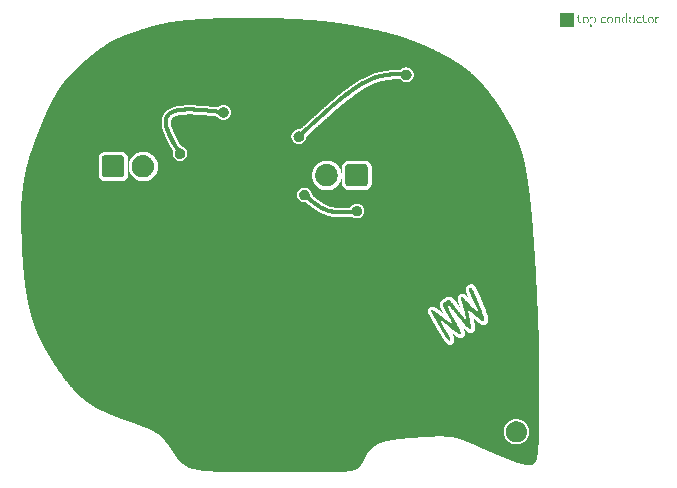
<source format=gtl>
G04 #@! TF.FileFunction,Copper,L1,Top,Signal*

G04 leading zeros omitted (L); absolute data (A); 6 integer digits and 6 fractional digits *
%FSLAX66Y66*%

G04 mode (MO): millimeters (MM) *
%MOMM*%

G04 Aperture definitions *
%ADD10C,0.001X*%
%ADD11C,0.001X*%
%ADD20C,0.80X*%
%ADD22C,0.30X*%
%ADD21C,0.60X*%

%LPD*%
G36*
G01X0043186Y-15735451D02*
G01X0043186Y-15735451D01*
G01X0045832Y-15704095D01*
G01X0048586Y-15671533D01*
G01X0051454Y-15637792D01*
G01X0054441Y-15602894D01*
G01X0057551Y-15566863D01*
G01X0060789Y-15529726D01*
G01X0064160Y-15491505D01*
G01X0067670Y-15452224D01*
G01X0071323Y-15411909D01*
G01X0075124Y-15370584D01*
G01X0079077Y-15328272D01*
G01X0083189Y-15284998D01*
G01X0087464Y-15240787D01*
G01X0091907Y-15195662D01*
G01X0096522Y-15149648D01*
G01X0101316Y-15102770D01*
G01X0106291Y-15055051D01*
G01X0111455Y-15006516D01*
G01X0116811Y-14957189D01*
G01X0122364Y-14907094D01*
G01X0128120Y-14856256D01*
G01X0134083Y-14804700D01*
G01X0140259Y-14752448D01*
G01X0146652Y-14699526D01*
G01X0153267Y-14645958D01*
G01X0160109Y-14591768D01*
G01X0167183Y-14536980D01*
G01X0174494Y-14481620D01*
G01X0182047Y-14425710D01*
G01X0189847Y-14369276D01*
G01X0197899Y-14312341D01*
G01X0206207Y-14254930D01*
G01X0214777Y-14197068D01*
G01X0223614Y-14138778D01*
G01X0232722Y-14080084D01*
G01X0242107Y-14021012D01*
G01X0251773Y-13961585D01*
G01X0261726Y-13901828D01*
G01X0271970Y-13841765D01*
G01X0282510Y-13781421D01*
G01X0293351Y-13720818D01*
G01X0304498Y-13659983D01*
G01X0315957Y-13598939D01*
G01X0327731Y-13537710D01*
G01X0339827Y-13476321D01*
G01X0352248Y-13414796D01*
G01X0365000Y-13353159D01*
G01X0378088Y-13291435D01*
G01X0391517Y-13229648D01*
G01X0405291Y-13167822D01*
G01X0405291Y-13167822D01*
G01X0405291Y-13167822D01*
G01X0419414Y-13105977D01*
G01X0433880Y-13044121D01*
G01X0448684Y-12982255D01*
G01X0463816Y-12920384D01*
G01X0479271Y-12858511D01*
G01X0495042Y-12796640D01*
G01X0511120Y-12734774D01*
G01X0527499Y-12672916D01*
G01X0544173Y-12611071D01*
G01X0561132Y-12549242D01*
G01X0578372Y-12487431D01*
G01X0595884Y-12425644D01*
G01X0613662Y-12363882D01*
G01X0631697Y-12302150D01*
G01X0649984Y-12240451D01*
G01X0668515Y-12178789D01*
G01X0687283Y-12117167D01*
G01X0706280Y-12055589D01*
G01X0725500Y-11994058D01*
G01X0744936Y-11932577D01*
G01X0764580Y-11871151D01*
G01X0784425Y-11809782D01*
G01X0804464Y-11748474D01*
G01X0824690Y-11687231D01*
G01X0845097Y-11626056D01*
G01X0865676Y-11564953D01*
G01X0886420Y-11503924D01*
G01X0907324Y-11442975D01*
G01X0928378Y-11382107D01*
G01X0949577Y-11321325D01*
G01X0970913Y-11260632D01*
G01X0992379Y-11200032D01*
G01X1013968Y-11139528D01*
G01X1035673Y-11079123D01*
G01X1057486Y-11018821D01*
G01X1079401Y-10958627D01*
G01X1101411Y-10898542D01*
G01X1123507Y-10838570D01*
G01X1145684Y-10778716D01*
G01X1167934Y-10718982D01*
G01X1190250Y-10659373D01*
G01X1212624Y-10599891D01*
G01X1235051Y-10540540D01*
G01X1257521Y-10481323D01*
G01X1280030Y-10422245D01*
G01X1302568Y-10363308D01*
G01X1325130Y-10304516D01*
G01X1347708Y-10245873D01*
G01X1370294Y-10187382D01*
G01X1392883Y-10129046D01*
G01X1392883Y-10129046D01*
G01X1392883Y-10129046D01*
G01X1415468Y-10070868D01*
G01X1438049Y-10012851D01*
G01X1460627Y-9954998D01*
G01X1483203Y-9897313D01*
G01X1505777Y-9839798D01*
G01X1528350Y-9782458D01*
G01X1550923Y-9725297D01*
G01X1573496Y-9668317D01*
G01X1596071Y-9611522D01*
G01X1618647Y-9554916D01*
G01X1641226Y-9498502D01*
G01X1663809Y-9442284D01*
G01X1686396Y-9386266D01*
G01X1708987Y-9330450D01*
G01X1731584Y-9274840D01*
G01X1754187Y-9219440D01*
G01X1776798Y-9164254D01*
G01X1799416Y-9109285D01*
G01X1822042Y-9054536D01*
G01X1844678Y-9000011D01*
G01X1867323Y-8945713D01*
G01X1889979Y-8891647D01*
G01X1912647Y-8837815D01*
G01X1935326Y-8784221D01*
G01X1958018Y-8730868D01*
G01X1980724Y-8677761D01*
G01X2003444Y-8624903D01*
G01X2026178Y-8572296D01*
G01X2048929Y-8519945D01*
G01X2071696Y-8467854D01*
G01X2094479Y-8416025D01*
G01X2117281Y-8364462D01*
G01X2140101Y-8313170D01*
G01X2162941Y-8262150D01*
G01X2185800Y-8211407D01*
G01X2208680Y-8160945D01*
G01X2231581Y-8110767D01*
G01X2254505Y-8060876D01*
G01X2277451Y-8011275D01*
G01X2300421Y-7961970D01*
G01X2323416Y-7912962D01*
G01X2346435Y-7864256D01*
G01X2369480Y-7815854D01*
G01X2392551Y-7767762D01*
G01X2415650Y-7719981D01*
G01X2438777Y-7672516D01*
G01X2461932Y-7625370D01*
G01X2485116Y-7578547D01*
G01X2508331Y-7532050D01*
G01X2531576Y-7485882D01*
G01X2531576Y-7485882D01*
G01X2531576Y-7485882D01*
G01X2566492Y-7417269D01*
G01X2601453Y-7349435D01*
G01X2636449Y-7282382D01*
G01X2671473Y-7216113D01*
G01X2706516Y-7150629D01*
G01X2741570Y-7085932D01*
G01X2776626Y-7022025D01*
G01X2811676Y-6958909D01*
G01X2846713Y-6896586D01*
G01X2881727Y-6835058D01*
G01X2916710Y-6774328D01*
G01X2951653Y-6714397D01*
G01X2986550Y-6655268D01*
G01X3021390Y-6596941D01*
G01X3056166Y-6539420D01*
G01X3090870Y-6482707D01*
G01X3125493Y-6426802D01*
G01X3160027Y-6371709D01*
G01X3194463Y-6317429D01*
G01X3228793Y-6263964D01*
G01X3263009Y-6211317D01*
G01X3297103Y-6159489D01*
G01X3331066Y-6108482D01*
G01X3364889Y-6058298D01*
G01X3398565Y-6008939D01*
G01X3432085Y-5960408D01*
G01X3465441Y-5912706D01*
G01X3498624Y-5865835D01*
G01X3531627Y-5819798D01*
G01X3564440Y-5774596D01*
G01X3597056Y-5730231D01*
G01X3629466Y-5686705D01*
G01X3661661Y-5644020D01*
G01X3672344Y-5629979D01*
G01X3672344Y-5629979D01*
G01X3714829Y-5574747D01*
G01X3756962Y-5520934D01*
G01X3798809Y-5468436D01*
G01X3840433Y-5417149D01*
G01X3881898Y-5366970D01*
G01X3923269Y-5317795D01*
G01X3964608Y-5269520D01*
G01X4005981Y-5222042D01*
G01X4047451Y-5175256D01*
G01X4089082Y-5129059D01*
G01X4130938Y-5083347D01*
G01X4173083Y-5038016D01*
G01X4215582Y-4992963D01*
G01X4258498Y-4948083D01*
G01X4301895Y-4903273D01*
G01X4345837Y-4858430D01*
G01X4390388Y-4813448D01*
G01X4435613Y-4768226D01*
G01X4481575Y-4722658D01*
G01X4528338Y-4676641D01*
G01X4575967Y-4630071D01*
G01X4624524Y-4582845D01*
G01X4674075Y-4534858D01*
G01X4724684Y-4486008D01*
G01X4776413Y-4436189D01*
G01X4776413Y-4436189D01*
G01X4776413Y-4436189D01*
G01X4815980Y-4398137D01*
G01X4856205Y-4359506D01*
G01X4897070Y-4320327D01*
G01X4938562Y-4280630D01*
G01X4980663Y-4240444D01*
G01X5023359Y-4199801D01*
G01X5066634Y-4158729D01*
G01X5110472Y-4117259D01*
G01X5154857Y-4075422D01*
G01X5199775Y-4033247D01*
G01X5245208Y-3990764D01*
G01X5291142Y-3948004D01*
G01X5337561Y-3904996D01*
G01X5384450Y-3861770D01*
G01X5431792Y-3818358D01*
G01X5479572Y-3774788D01*
G01X5527774Y-3731091D01*
G01X5576383Y-3687297D01*
G01X5625383Y-3643436D01*
G01X5674758Y-3599539D01*
G01X5724494Y-3555634D01*
G01X5774573Y-3511753D01*
G01X5824981Y-3467925D01*
G01X5875701Y-3424181D01*
G01X5926719Y-3380550D01*
G01X5978018Y-3337063D01*
G01X6029584Y-3293750D01*
G01X6081399Y-3250641D01*
G01X6133449Y-3207766D01*
G01X6185718Y-3165154D01*
G01X6238190Y-3122837D01*
G01X6290850Y-3080844D01*
G01X6343682Y-3039206D01*
G01X6361328Y-3025410D01*
G01X6361328Y-3025410D01*
G01X6414369Y-2984284D01*
G01X6467560Y-2943549D01*
G01X6520895Y-2903209D01*
G01X6574366Y-2863266D01*
G01X6627968Y-2823721D01*
G01X6681693Y-2784578D01*
G01X6735534Y-2745838D01*
G01X6789486Y-2707504D01*
G01X6843541Y-2669578D01*
G01X6897693Y-2632062D01*
G01X6951935Y-2594960D01*
G01X7006260Y-2558272D01*
G01X7060662Y-2522002D01*
G01X7115134Y-2486152D01*
G01X7169669Y-2450723D01*
G01X7224262Y-2415719D01*
G01X7278904Y-2381142D01*
G01X7333589Y-2346994D01*
G01X7388312Y-2313277D01*
G01X7443064Y-2279994D01*
G01X7497840Y-2247146D01*
G01X7552633Y-2214737D01*
G01X7607435Y-2182769D01*
G01X7662241Y-2151243D01*
G01X7717044Y-2120163D01*
G01X7771837Y-2089530D01*
G01X7826613Y-2059347D01*
G01X7881366Y-2029617D01*
G01X7936089Y-2000340D01*
G01X7990775Y-1971521D01*
G01X8045418Y-1943161D01*
G01X8100011Y-1915262D01*
G01X8154548Y-1887827D01*
G01X8172713Y-1878785D01*
G01X8172713Y-1878785D01*
G01X8227165Y-1851970D01*
G01X8281569Y-1825604D01*
G01X8335953Y-1799669D01*
G01X8390344Y-1774145D01*
G01X8444769Y-1749012D01*
G01X8499257Y-1724251D01*
G01X8553834Y-1699843D01*
G01X8608528Y-1675769D01*
G01X8663365Y-1652008D01*
G01X8718374Y-1628541D01*
G01X8773582Y-1605349D01*
G01X8829016Y-1582412D01*
G01X8884703Y-1559711D01*
G01X8940672Y-1537226D01*
G01X8996948Y-1514939D01*
G01X9053560Y-1492829D01*
G01X9110536Y-1470877D01*
G01X9167901Y-1449063D01*
G01X9225685Y-1427369D01*
G01X9283913Y-1405774D01*
G01X9342614Y-1384259D01*
G01X9401815Y-1362805D01*
G01X9461543Y-1341393D01*
G01X9521825Y-1320002D01*
G01X9582690Y-1298613D01*
G01X9644164Y-1277208D01*
G01X9706275Y-1255765D01*
G01X9769049Y-1234267D01*
G01X9832515Y-1212693D01*
G01X9896700Y-1191025D01*
G01X9961631Y-1169242D01*
G01X10027336Y-1147325D01*
G01X10093842Y-1125254D01*
G01X10116193Y-1117860D01*
G01X10116193Y-1117860D01*
G01X10161174Y-1103013D01*
G01X10206522Y-1088093D01*
G01X10252233Y-1073107D01*
G01X10298302Y-1058061D01*
G01X10344726Y-1042961D01*
G01X10391500Y-1027814D01*
G01X10438618Y-1012627D01*
G01X10486077Y-0997407D01*
G01X10533872Y-0982159D01*
G01X10581998Y-0966890D01*
G01X10630452Y-0951607D01*
G01X10679228Y-0936316D01*
G01X10728322Y-0921025D01*
G01X10777729Y-0905739D01*
G01X10827446Y-0890464D01*
G01X10877467Y-0875209D01*
G01X10927788Y-0859978D01*
G01X10978405Y-0844779D01*
G01X11029312Y-0829618D01*
G01X11080506Y-0814502D01*
G01X11131982Y-0799436D01*
G01X11183736Y-0784429D01*
G01X11235762Y-0769486D01*
G01X11288057Y-0754614D01*
G01X11340616Y-0739819D01*
G01X11393435Y-0725108D01*
G01X11446508Y-0710487D01*
G01X11499832Y-0695964D01*
G01X11553402Y-0681543D01*
G01X11607213Y-0667233D01*
G01X11661261Y-0653040D01*
G01X11715542Y-0638970D01*
G01X11770050Y-0625029D01*
G01X11824782Y-0611224D01*
G01X11879733Y-0597563D01*
G01X11934898Y-0584050D01*
G01X11990274Y-0570693D01*
G01X12045854Y-0557499D01*
G01X12101636Y-0544474D01*
G01X12157614Y-0531623D01*
G01X12213784Y-0518955D01*
G01X12270141Y-0506476D01*
G01X12326681Y-0494191D01*
G01X12383399Y-0482108D01*
G01X12440292Y-0470234D01*
G01X12497353Y-0458573D01*
G01X12554580Y-0447134D01*
G01X12611967Y-0435923D01*
G01X12669510Y-0424946D01*
G01X12727204Y-0414210D01*
G01X12727204Y-0414210D01*
G01X12727204Y-0414210D01*
G01X12785045Y-0403719D01*
G01X12843029Y-0393471D01*
G01X12901147Y-0383462D01*
G01X12959394Y-0373688D01*
G01X13017763Y-0364144D01*
G01X13076247Y-0354828D01*
G01X13134839Y-0345735D01*
G01X13193534Y-0336861D01*
G01X13252324Y-0328202D01*
G01X13311203Y-0319755D01*
G01X13370163Y-0311514D01*
G01X13429200Y-0303478D01*
G01X13488305Y-0295640D01*
G01X13547472Y-0287998D01*
G01X13606695Y-0280548D01*
G01X13665966Y-0273285D01*
G01X13725281Y-0266205D01*
G01X13784630Y-0259306D01*
G01X13844009Y-0252582D01*
G01X13903410Y-0246030D01*
G01X13962827Y-0239645D01*
G01X14022253Y-0233425D01*
G01X14081682Y-0227364D01*
G01X14141107Y-0221460D01*
G01X14200520Y-0215708D01*
G01X14259917Y-0210103D01*
G01X14319289Y-0204643D01*
G01X14378631Y-0199323D01*
G01X14437936Y-0194139D01*
G01X14497196Y-0189088D01*
G01X14556406Y-0184165D01*
G01X14615559Y-0179366D01*
G01X14674648Y-0174688D01*
G01X14733667Y-0170126D01*
G01X14792609Y-0165677D01*
G01X14851467Y-0161336D01*
G01X14910235Y-0157101D01*
G01X14968905Y-0152966D01*
G01X15027472Y-0148927D01*
G01X15085929Y-0144982D01*
G01X15144270Y-0141125D01*
G01X15202486Y-0137353D01*
G01X15260573Y-0133663D01*
G01X15318523Y-0130049D01*
G01X15376329Y-0126509D01*
G01X15433986Y-0123037D01*
G01X15491485Y-0119631D01*
G01X15548822Y-0116286D01*
G01X15605989Y-0112998D01*
G01X15662979Y-0109764D01*
G01X15662979Y-0109764D01*
G01X15662979Y-0109764D01*
G01X15719788Y-0106580D01*
G01X15776418Y-0103445D01*
G01X15832871Y-0100359D01*
G01X15889148Y-0097322D01*
G01X15945254Y-0094335D01*
G01X16001189Y-0091396D01*
G01X16056956Y-0088505D01*
G01X16112558Y-0085664D01*
G01X16167997Y-0082871D01*
G01X16223274Y-0080126D01*
G01X16278394Y-0077430D01*
G01X16333357Y-0074782D01*
G01X16388167Y-0072182D01*
G01X16442825Y-0069630D01*
G01X16497333Y-0067126D01*
G01X16551696Y-0064670D01*
G01X16605913Y-0062262D01*
G01X16659989Y-0059902D01*
G01X16713924Y-0057589D01*
G01X16767722Y-0055323D01*
G01X16821385Y-0053105D01*
G01X16874916Y-0050934D01*
G01X16928316Y-0048811D01*
G01X16981587Y-0046734D01*
G01X17034733Y-0044705D01*
G01X17087756Y-0042722D01*
G01X17140657Y-0040786D01*
G01X17193439Y-0038897D01*
G01X17246106Y-0037055D01*
G01X17298658Y-0035259D01*
G01X17351098Y-0033510D01*
G01X17403428Y-0031806D01*
G01X17455652Y-0030149D01*
G01X17507771Y-0028539D01*
G01X17559787Y-0026974D01*
G01X17611704Y-0025455D01*
G01X17663522Y-0023982D01*
G01X17715245Y-0022555D01*
G01X17766875Y-0021173D01*
G01X17818415Y-0019837D01*
G01X17869865Y-0018546D01*
G01X17921230Y-0017301D01*
G01X17972511Y-0016101D01*
G01X18023710Y-0014946D01*
G01X18074831Y-0013836D01*
G01X18125874Y-0012772D01*
G01X18176844Y-0011752D01*
G01X18227741Y-0010776D01*
G01X18278568Y-0009846D01*
G01X18329328Y-0008960D01*
G01X18329328Y-0008960D01*
G01X18329328Y-0008960D01*
G01X18380024Y-0008118D01*
G01X18430658Y-0007320D01*
G01X18481232Y-0006566D01*
G01X18531747Y-0005855D01*
G01X18582206Y-0005187D01*
G01X18632610Y-0004562D01*
G01X18682961Y-0003978D01*
G01X18733260Y-0003437D01*
G01X18783508Y-0002936D01*
G01X18833709Y-0002476D01*
G01X18883862Y-0002057D01*
G01X18933970Y-0001678D01*
G01X18984035Y-0001339D01*
G01X19034058Y-0001039D01*
G01X19084040Y-0000777D01*
G01X19133984Y-0000555D01*
G01X19183891Y-0000370D01*
G01X19233762Y-0000223D01*
G01X19283600Y-0000114D01*
G01X19333406Y-0000041D01*
G01X19383181Y-0000005D01*
G01X19432927Y-0000005D01*
G01X19482647Y-0000041D01*
G01X19532341Y-0000112D01*
G01X19582011Y-0000218D01*
G01X19631658Y-0000358D01*
G01X19681285Y-0000533D01*
G01X19730894Y-0000741D01*
G01X19780485Y-0000983D01*
G01X19830060Y-0001258D01*
G01X19879621Y-0001565D01*
G01X19929170Y-0001904D01*
G01X19978708Y-0002275D01*
G01X20028237Y-0002678D01*
G01X20077759Y-0003111D01*
G01X20127274Y-0003575D01*
G01X20176786Y-0004070D01*
G01X20226295Y-0004594D01*
G01X20275803Y-0005147D01*
G01X20325312Y-0005729D01*
G01X20374823Y-0006340D01*
G01X20424339Y-0006979D01*
G01X20473860Y-0007646D01*
G01X20523388Y-0008341D01*
G01X20572925Y-0009062D01*
G01X20622473Y-0009810D01*
G01X20672033Y-0010584D01*
G01X20721607Y-0011384D01*
G01X20771196Y-0012210D01*
G01X20820803Y-0013060D01*
G01X20820803Y-0013060D01*
G01X20820803Y-0013060D01*
G01X20870430Y-0013937D01*
G01X20920084Y-0014838D01*
G01X20969772Y-0015766D01*
G01X21019499Y-0016721D01*
G01X21069272Y-0017703D01*
G01X21119097Y-0018714D01*
G01X21168981Y-0019753D01*
G01X21218929Y-0020822D01*
G01X21268948Y-0021921D01*
G01X21319045Y-0023051D01*
G01X21369225Y-0024213D01*
G01X21419495Y-0025407D01*
G01X21469862Y-0026634D01*
G01X21520330Y-0027894D01*
G01X21570908Y-0029189D01*
G01X21621600Y-0030519D01*
G01X21672414Y-0031885D01*
G01X21723355Y-0033288D01*
G01X21774430Y-0034727D01*
G01X21825646Y-0036204D01*
G01X21877007Y-0037720D01*
G01X21928522Y-0039275D01*
G01X21980195Y-0040870D01*
G01X22032034Y-0042506D01*
G01X22084045Y-0044183D01*
G01X22136233Y-0045901D01*
G01X22188605Y-0047663D01*
G01X22241168Y-0049468D01*
G01X22293928Y-0051317D01*
G01X22346891Y-0053210D01*
G01X22400063Y-0055149D01*
G01X22453450Y-0057134D01*
G01X22507060Y-0059166D01*
G01X22560897Y-0061246D01*
G01X22614969Y-0063373D01*
G01X22669282Y-0065550D01*
G01X22723842Y-0067776D01*
G01X22778655Y-0070052D01*
G01X22833728Y-0072380D01*
G01X22889066Y-0074759D01*
G01X22944677Y-0077190D01*
G01X23000566Y-0079674D01*
G01X23056740Y-0082212D01*
G01X23113205Y-0084805D01*
G01X23169967Y-0087452D01*
G01X23227033Y-0090155D01*
G01X23284409Y-0092915D01*
G01X23342101Y-0095732D01*
G01X23400115Y-0098607D01*
G01X23458458Y-0101540D01*
G01X23458458Y-0101540D01*
G01X23458458Y-0101540D01*
G01X23517133Y-0104533D01*
G01X23576128Y-0107585D01*
G01X23635428Y-0110696D01*
G01X23695017Y-0113868D01*
G01X23754879Y-0117100D01*
G01X23814998Y-0120393D01*
G01X23875359Y-0123746D01*
G01X23935946Y-0127161D01*
G01X23996744Y-0130637D01*
G01X24057736Y-0134174D01*
G01X24118907Y-0137774D01*
G01X24180242Y-0141435D01*
G01X24241724Y-0145159D01*
G01X24303338Y-0148946D01*
G01X24365067Y-0152795D01*
G01X24426898Y-0156708D01*
G01X24488813Y-0160684D01*
G01X24550797Y-0164724D01*
G01X24612834Y-0168828D01*
G01X24674908Y-0172996D01*
G01X24737005Y-0177228D01*
G01X24799108Y-0181525D01*
G01X24861201Y-0185888D01*
G01X24923269Y-0190315D01*
G01X24985296Y-0194808D01*
G01X25047266Y-0199367D01*
G01X25109164Y-0203992D01*
G01X25170973Y-0208683D01*
G01X25232679Y-0213440D01*
G01X25294266Y-0218265D01*
G01X25355717Y-0223157D01*
G01X25417017Y-0228116D01*
G01X25478150Y-0233142D01*
G01X25539102Y-0238237D01*
G01X25599855Y-0243399D01*
G01X25660394Y-0248630D01*
G01X25720704Y-0253930D01*
G01X25780768Y-0259298D01*
G01X25840572Y-0264736D01*
G01X25900099Y-0270243D01*
G01X25959334Y-0275820D01*
G01X26018260Y-0281467D01*
G01X26076863Y-0287184D01*
G01X26135127Y-0292971D01*
G01X26193035Y-0298830D01*
G01X26250572Y-0304759D01*
G01X26307723Y-0310759D01*
G01X26364472Y-0316831D01*
G01X26420802Y-0322975D01*
G01X26476699Y-0329191D01*
G01X26476699Y-0329191D01*
G01X26476699Y-0329191D01*
G01X26532171Y-0335483D01*
G01X26587250Y-0341854D01*
G01X26641951Y-0348306D01*
G01X26696292Y-0354838D01*
G01X26750287Y-0361452D01*
G01X26803955Y-0368146D01*
G01X26857311Y-0374923D01*
G01X26910371Y-0381782D01*
G01X26963153Y-0388723D01*
G01X27015672Y-0395748D01*
G01X27067944Y-0402856D01*
G01X27119987Y-0410048D01*
G01X27171817Y-0417324D01*
G01X27223449Y-0424685D01*
G01X27274901Y-0432131D01*
G01X27326189Y-0439663D01*
G01X27377329Y-0447280D01*
G01X27428338Y-0454985D01*
G01X27479231Y-0462776D01*
G01X27530026Y-0470654D01*
G01X27580739Y-0478619D01*
G01X27631386Y-0486673D01*
G01X27681984Y-0494816D01*
G01X27732548Y-0503047D01*
G01X27783096Y-0511367D01*
G01X27833644Y-0519778D01*
G01X27884207Y-0528278D01*
G01X27934804Y-0536869D01*
G01X27985449Y-0545551D01*
G01X28036160Y-0554324D01*
G01X28086952Y-0563189D01*
G01X28137843Y-0572146D01*
G01X28188848Y-0581196D01*
G01X28239984Y-0590339D01*
G01X28291267Y-0599575D01*
G01X28342715Y-0608905D01*
G01X28394342Y-0618330D01*
G01X28446166Y-0627849D01*
G01X28498202Y-0637463D01*
G01X28550468Y-0647173D01*
G01X28602980Y-0656978D01*
G01X28655754Y-0666880D01*
G01X28708807Y-0676879D01*
G01X28762154Y-0686975D01*
G01X28815813Y-0697169D01*
G01X28869799Y-0707460D01*
G01X28924129Y-0717850D01*
G01X28978820Y-0728339D01*
G01X29033888Y-0738927D01*
G01X29089349Y-0749615D01*
G01X29089349Y-0749615D01*
G01X29089349Y-0749615D01*
G01X29145226Y-0760405D01*
G01X29201520Y-0771300D01*
G01X29258219Y-0782302D01*
G01X29315310Y-0793411D01*
G01X29372779Y-0804629D01*
G01X29430615Y-0815957D01*
G01X29488803Y-0827396D01*
G01X29547331Y-0838948D01*
G01X29606187Y-0850614D01*
G01X29665356Y-0862395D01*
G01X29724826Y-0874293D01*
G01X29784585Y-0886308D01*
G01X29844618Y-0898441D01*
G01X29904914Y-0910695D01*
G01X29965459Y-0923070D01*
G01X30026240Y-0935568D01*
G01X30087244Y-0948189D01*
G01X30148458Y-0960936D01*
G01X30209870Y-0973808D01*
G01X30271466Y-0986809D01*
G01X30333234Y-0999938D01*
G01X30395160Y-1013196D01*
G01X30457231Y-1026587D01*
G01X30519435Y-1040109D01*
G01X30581758Y-1053766D01*
G01X30644188Y-1067557D01*
G01X30706712Y-1081484D01*
G01X30769316Y-1095549D01*
G01X30831987Y-1109753D01*
G01X30894714Y-1124097D01*
G01X30957482Y-1138581D01*
G01X31020278Y-1153208D01*
G01X31083091Y-1167979D01*
G01X31145906Y-1182895D01*
G01X31208712Y-1197957D01*
G01X31271494Y-1213166D01*
G01X31334240Y-1228524D01*
G01X31396937Y-1244031D01*
G01X31459571Y-1259690D01*
G01X31522131Y-1275501D01*
G01X31584603Y-1291466D01*
G01X31646974Y-1307585D01*
G01X31709231Y-1323861D01*
G01X31771361Y-1340294D01*
G01X31833352Y-1356885D01*
G01X31895189Y-1373636D01*
G01X31956861Y-1390549D01*
G01X32018354Y-1407623D01*
G01X32079656Y-1424861D01*
G01X32140753Y-1442264D01*
G01X32140753Y-1442264D01*
G01X32140753Y-1442264D01*
G01X32201645Y-1459836D01*
G01X32262346Y-1477584D01*
G01X32322866Y-1495507D01*
G01X32383213Y-1513608D01*
G01X32443394Y-1531889D01*
G01X32503419Y-1550351D01*
G01X32563295Y-1568996D01*
G01X32623032Y-1587825D01*
G01X32682637Y-1606840D01*
G01X32742120Y-1626042D01*
G01X32801488Y-1645434D01*
G01X32860750Y-1665016D01*
G01X32919915Y-1684791D01*
G01X32978990Y-1704759D01*
G01X33037985Y-1724923D01*
G01X33096907Y-1745284D01*
G01X33155766Y-1765844D01*
G01X33214569Y-1786605D01*
G01X33273325Y-1807567D01*
G01X33332042Y-1828733D01*
G01X33390730Y-1850103D01*
G01X33449395Y-1871681D01*
G01X33508048Y-1893467D01*
G01X33566695Y-1915463D01*
G01X33625347Y-1937670D01*
G01X33684010Y-1960091D01*
G01X33742694Y-1982726D01*
G01X33801406Y-2005577D01*
G01X33860156Y-2028647D01*
G01X33918952Y-2051936D01*
G01X33977802Y-2075446D01*
G01X34036714Y-2099179D01*
G01X34095698Y-2123136D01*
G01X34154761Y-2147320D01*
G01X34213912Y-2171730D01*
G01X34273159Y-2196370D01*
G01X34332512Y-2221241D01*
G01X34391977Y-2246344D01*
G01X34451564Y-2271681D01*
G01X34511281Y-2297253D01*
G01X34571137Y-2323063D01*
G01X34631139Y-2349111D01*
G01X34691297Y-2375400D01*
G01X34751619Y-2401931D01*
G01X34812113Y-2428705D01*
G01X34872788Y-2455724D01*
G01X34933652Y-2482990D01*
G01X34994713Y-2510505D01*
G01X35055981Y-2538269D01*
G01X35117462Y-2566285D01*
G01X35117462Y-2566285D01*
G01X35117462Y-2566285D01*
G01X35179168Y-2594556D01*
G01X35241093Y-2623086D01*
G01X35303224Y-2651875D01*
G01X35365547Y-2680925D01*
G01X35428049Y-2710237D01*
G01X35490716Y-2739813D01*
G01X35553535Y-2769655D01*
G01X35616492Y-2799762D01*
G01X35679573Y-2830137D01*
G01X35742766Y-2860781D01*
G01X35806056Y-2891695D01*
G01X35869431Y-2922881D01*
G01X35932876Y-2954339D01*
G01X35996379Y-2986072D01*
G01X36059925Y-3018080D01*
G01X36123501Y-3050365D01*
G01X36187094Y-3082928D01*
G01X36250690Y-3115770D01*
G01X36314276Y-3148893D01*
G01X36377838Y-3182298D01*
G01X36441362Y-3215987D01*
G01X36504836Y-3249960D01*
G01X36568245Y-3284219D01*
G01X36631576Y-3318765D01*
G01X36694816Y-3353600D01*
G01X36757951Y-3388725D01*
G01X36820967Y-3424142D01*
G01X36883852Y-3459850D01*
G01X36946591Y-3495853D01*
G01X37009171Y-3532151D01*
G01X37071579Y-3568745D01*
G01X37133801Y-3605637D01*
G01X37195824Y-3642828D01*
G01X37257633Y-3680320D01*
G01X37319216Y-3718113D01*
G01X37380559Y-3756209D01*
G01X37441649Y-3794610D01*
G01X37502471Y-3833317D01*
G01X37563014Y-3872330D01*
G01X37623262Y-3911652D01*
G01X37683202Y-3951283D01*
G01X37742822Y-3991225D01*
G01X37802107Y-4031480D01*
G01X37861045Y-4072048D01*
G01X37919620Y-4112931D01*
G01X37977821Y-4154130D01*
G01X38035633Y-4195647D01*
G01X38093043Y-4237482D01*
G01X38150038Y-4279638D01*
G01X38206603Y-4322115D01*
G01X38206603Y-4322115D01*
G01X38206603Y-4322115D01*
G01X38262734Y-4364919D01*
G01X38318436Y-4408052D01*
G01X38373712Y-4451505D01*
G01X38428563Y-4495273D01*
G01X38482994Y-4539349D01*
G01X38537005Y-4583727D01*
G01X38590601Y-4628400D01*
G01X38643783Y-4673360D01*
G01X38696554Y-4718603D01*
G01X38748917Y-4764120D01*
G01X38800875Y-4809906D01*
G01X38852429Y-4855954D01*
G01X38903583Y-4902257D01*
G01X38954339Y-4948808D01*
G01X39004700Y-4995601D01*
G01X39054668Y-5042630D01*
G01X39104247Y-5089888D01*
G01X39153438Y-5137368D01*
G01X39202244Y-5185063D01*
G01X39250668Y-5232967D01*
G01X39298712Y-5281074D01*
G01X39346379Y-5329377D01*
G01X39393672Y-5377868D01*
G01X39440594Y-5426542D01*
G01X39487146Y-5475392D01*
G01X39533332Y-5524412D01*
G01X39579153Y-5573594D01*
G01X39624614Y-5622932D01*
G01X39669715Y-5672419D01*
G01X39714461Y-5722050D01*
G01X39758853Y-5771817D01*
G01X39802894Y-5821713D01*
G01X39846587Y-5871733D01*
G01X39889934Y-5921869D01*
G01X39932938Y-5972115D01*
G01X39975602Y-6022464D01*
G01X40017928Y-6072909D01*
G01X40059918Y-6123445D01*
G01X40101576Y-6174064D01*
G01X40142904Y-6224760D01*
G01X40183904Y-6275527D01*
G01X40224580Y-6326357D01*
G01X40264933Y-6377243D01*
G01X40304967Y-6428181D01*
G01X40344684Y-6479162D01*
G01X40384086Y-6530180D01*
G01X40423177Y-6581228D01*
G01X40461958Y-6632301D01*
G01X40500433Y-6683391D01*
G01X40538604Y-6734492D01*
G01X40538604Y-6734492D01*
G01X40538604Y-6734492D01*
G01X40576477Y-6785602D01*
G01X40614060Y-6836727D01*
G01X40651361Y-6887873D01*
G01X40688386Y-6939045D01*
G01X40725142Y-6990249D01*
G01X40761636Y-7041491D01*
G01X40797874Y-7092775D01*
G01X40833865Y-7144107D01*
G01X40869613Y-7195493D01*
G01X40905127Y-7246938D01*
G01X40940413Y-7298448D01*
G01X40975478Y-7350028D01*
G01X41010329Y-7401683D01*
G01X41044973Y-7453420D01*
G01X41079415Y-7505243D01*
G01X41113665Y-7557158D01*
G01X41147727Y-7609170D01*
G01X41181609Y-7661286D01*
G01X41215318Y-7713510D01*
G01X41248860Y-7765847D01*
G01X41282243Y-7818305D01*
G01X41315474Y-7870886D01*
G01X41348558Y-7923599D01*
G01X41381503Y-7976447D01*
G01X41414316Y-8029436D01*
G01X41447004Y-8082572D01*
G01X41479573Y-8135860D01*
G01X41512031Y-8189306D01*
G01X41544384Y-8242915D01*
G01X41576638Y-8296693D01*
G01X41608802Y-8350644D01*
G01X41640881Y-8404776D01*
G01X41672882Y-8459092D01*
G01X41704813Y-8513599D01*
G01X41736680Y-8568301D01*
G01X41768490Y-8623206D01*
G01X41800250Y-8678317D01*
G01X41831966Y-8733640D01*
G01X41863646Y-8789182D01*
G01X41895296Y-8844947D01*
G01X41926924Y-8900940D01*
G01X41958535Y-8957168D01*
G01X41990137Y-9013636D01*
G01X42021737Y-9070349D01*
G01X42053341Y-9127313D01*
G01X42084957Y-9184532D01*
G01X42116591Y-9242014D01*
G01X42148250Y-9299763D01*
G01X42179940Y-9357784D01*
G01X42211670Y-9416083D01*
G01X42211670Y-9416083D01*
G01X42211670Y-9416083D01*
G01X42227550Y-9445339D01*
G01X42243440Y-9474673D01*
G01X42259338Y-9504094D01*
G01X42275243Y-9533612D01*
G01X42291155Y-9563235D01*
G01X42307072Y-9592972D01*
G01X42322993Y-9622834D01*
G01X42338918Y-9652828D01*
G01X42354844Y-9682965D01*
G01X42370772Y-9713253D01*
G01X42386700Y-9743701D01*
G01X42402628Y-9774320D01*
G01X42418553Y-9805117D01*
G01X42434476Y-9836102D01*
G01X42450394Y-9867285D01*
G01X42466308Y-9898673D01*
G01X42482216Y-9930278D01*
G01X42498118Y-9962107D01*
G01X42514011Y-9994170D01*
G01X42529896Y-10026476D01*
G01X42545770Y-10059035D01*
G01X42561634Y-10091855D01*
G01X42577485Y-10124946D01*
G01X42593324Y-10158316D01*
G01X42609149Y-10191975D01*
G01X42624959Y-10225933D01*
G01X42640753Y-10260198D01*
G01X42656530Y-10294779D01*
G01X42672289Y-10329686D01*
G01X42688029Y-10364928D01*
G01X42703748Y-10400514D01*
G01X42719447Y-10436453D01*
G01X42735124Y-10472754D01*
G01X42750778Y-10509427D01*
G01X42766408Y-10546481D01*
G01X42782012Y-10583925D01*
G01X42797591Y-10621767D01*
G01X42813142Y-10660018D01*
G01X42828666Y-10698687D01*
G01X42844160Y-10737781D01*
G01X42859624Y-10777312D01*
G01X42875057Y-10817288D01*
G01X42890458Y-10857717D01*
G01X42905826Y-10898610D01*
G01X42921159Y-10939976D01*
G01X42936458Y-10981823D01*
G01X42951720Y-11024161D01*
G01X42966945Y-11066999D01*
G01X42982131Y-11110346D01*
G01X42997279Y-11154211D01*
G01X43012386Y-11198604D01*
G01X43027452Y-11243533D01*
G01X43042476Y-11289009D01*
G01X43057456Y-11335039D01*
G01X43072392Y-11381634D01*
G01X43087283Y-11428802D01*
G01X43102128Y-11476552D01*
G01X43116925Y-11524895D01*
G01X43131674Y-11573838D01*
G01X43146373Y-11623391D01*
G01X43161023Y-11673563D01*
G01X43175620Y-11724364D01*
G01X43190166Y-11775803D01*
G01X43204658Y-11827888D01*
G01X43219096Y-11880629D01*
G01X43233478Y-11934035D01*
G01X43247804Y-11988116D01*
G01X43262072Y-12042880D01*
G01X43276282Y-12098337D01*
G01X43290433Y-12154495D01*
G01X43304523Y-12211364D01*
G01X43318551Y-12268954D01*
G01X43332518Y-12327273D01*
G01X43346420Y-12386330D01*
G01X43360258Y-12446136D01*
G01X43374031Y-12506698D01*
G01X43387737Y-12568026D01*
G01X43401375Y-12630129D01*
G01X43414945Y-12693016D01*
G01X43428446Y-12756697D01*
G01X43441875Y-12821181D01*
G01X43455234Y-12886477D01*
G01X43468519Y-12952594D01*
G01X43481731Y-13019541D01*
G01X43494869Y-13087328D01*
G01X43507930Y-13155963D01*
G01X43520915Y-13225456D01*
G01X43533823Y-13295815D01*
G01X43546652Y-13367051D01*
G01X43559401Y-13439172D01*
G01X43572069Y-13512188D01*
G01X43584656Y-13586108D01*
G01X43597160Y-13660940D01*
G01X43609580Y-13736694D01*
G01X43621916Y-13813379D01*
G01X43634165Y-13891005D01*
G01X43646328Y-13969580D01*
G01X43658404Y-14049114D01*
G01X43670390Y-14129615D01*
G01X43682287Y-14211094D01*
G01X43682287Y-14211094D01*
G01X43682287Y-14211094D01*
G01X43694093Y-14293553D01*
G01X43705807Y-14376977D01*
G01X43717431Y-14461345D01*
G01X43728964Y-14546638D01*
G01X43740407Y-14632835D01*
G01X43751759Y-14719915D01*
G01X43763022Y-14807860D01*
G01X43774194Y-14896648D01*
G01X43785278Y-14986260D01*
G01X43796271Y-15076675D01*
G01X43807176Y-15167873D01*
G01X43817993Y-15259834D01*
G01X43828720Y-15352539D01*
G01X43839359Y-15445966D01*
G01X43849910Y-15540095D01*
G01X43860374Y-15634907D01*
G01X43870749Y-15730382D01*
G01X43881038Y-15826498D01*
G01X43891239Y-15923237D01*
G01X43901353Y-16020577D01*
G01X43911381Y-16118499D01*
G01X43921322Y-16216983D01*
G01X43931177Y-16316008D01*
G01X43940946Y-16415554D01*
G01X43950629Y-16515601D01*
G01X43960226Y-16616130D01*
G01X43969739Y-16717119D01*
G01X43979166Y-16818548D01*
G01X43988509Y-16920399D01*
G01X43997767Y-17022649D01*
G01X44006940Y-17125280D01*
G01X44016030Y-17228270D01*
G01X44025036Y-17331601D01*
G01X44033958Y-17435251D01*
G01X44042797Y-17539201D01*
G01X44051552Y-17643430D01*
G01X44060225Y-17747919D01*
G01X44068815Y-17852646D01*
G01X44077322Y-17957593D01*
G01X44085748Y-18062738D01*
G01X44094091Y-18168062D01*
G01X44102352Y-18273544D01*
G01X44110533Y-18379165D01*
G01X44118631Y-18484904D01*
G01X44126649Y-18590741D01*
G01X44134586Y-18696656D01*
G01X44142442Y-18802629D01*
G01X44150218Y-18908639D01*
G01X44157914Y-19014667D01*
G01X44165530Y-19120692D01*
G01X44173067Y-19226694D01*
G01X44180524Y-19332653D01*
G01X44187902Y-19438549D01*
G01X44195201Y-19544362D01*
G01X44202421Y-19650071D01*
G01X44209563Y-19755656D01*
G01X44216627Y-19861098D01*
G01X44223612Y-19966376D01*
G01X44230520Y-20071469D01*
G01X44237351Y-20176359D01*
G01X44244104Y-20281024D01*
G01X44250780Y-20385444D01*
G01X44257379Y-20489600D01*
G01X44263902Y-20593471D01*
G01X44270348Y-20697037D01*
G01X44276718Y-20800277D01*
G01X44283013Y-20903173D01*
G01X44289231Y-21005703D01*
G01X44295375Y-21107847D01*
G01X44301443Y-21209586D01*
G01X44307436Y-21310899D01*
G01X44313355Y-21411765D01*
G01X44319199Y-21512166D01*
G01X44324969Y-21612080D01*
G01X44330664Y-21711487D01*
G01X44336287Y-21810368D01*
G01X44341835Y-21908702D01*
G01X44347311Y-22006469D01*
G01X44352713Y-22103649D01*
G01X44358042Y-22200222D01*
G01X44363299Y-22296167D01*
G01X44368484Y-22391464D01*
G01X44373596Y-22486094D01*
G01X44378637Y-22580036D01*
G01X44383606Y-22673270D01*
G01X44388503Y-22765776D01*
G01X44393330Y-22857533D01*
G01X44398085Y-22948522D01*
G01X44402770Y-23038722D01*
G01X44407384Y-23128113D01*
G01X44411928Y-23216676D01*
G01X44416402Y-23304389D01*
G01X44420807Y-23391233D01*
G01X44425141Y-23477188D01*
G01X44429407Y-23562233D01*
G01X44433603Y-23646348D01*
G01X44437731Y-23729513D01*
G01X44441790Y-23811709D01*
G01X44445781Y-23892914D01*
G01X44449703Y-23973109D01*
G01X44449703Y-23973109D01*
G01X44449703Y-23973109D01*
G01X44453558Y-24052279D01*
G01X44457346Y-24130432D01*
G01X44461067Y-24207582D01*
G01X44464722Y-24283743D01*
G01X44468312Y-24358928D01*
G01X44471837Y-24433152D01*
G01X44475299Y-24506428D01*
G01X44478697Y-24578771D01*
G01X44482034Y-24650194D01*
G01X44485308Y-24720710D01*
G01X44488521Y-24790335D01*
G01X44491674Y-24859081D01*
G01X44494767Y-24926963D01*
G01X44497801Y-24993995D01*
G01X44500776Y-25060189D01*
G01X44503694Y-25125561D01*
G01X44506555Y-25190124D01*
G01X44509359Y-25253892D01*
G01X44512108Y-25316879D01*
G01X44514802Y-25379098D01*
G01X44517441Y-25440563D01*
G01X44520027Y-25501290D01*
G01X44522560Y-25561290D01*
G01X44525040Y-25620578D01*
G01X44527469Y-25679169D01*
G01X44529847Y-25737075D01*
G01X44532175Y-25794311D01*
G01X44534453Y-25850891D01*
G01X44536683Y-25906827D01*
G01X44538864Y-25962136D01*
G01X44540997Y-26016829D01*
G01X44543084Y-26070922D01*
G01X44545125Y-26124427D01*
G01X44547120Y-26177359D01*
G01X44549070Y-26229732D01*
G01X44550976Y-26281559D01*
G01X44552839Y-26332854D01*
G01X44554659Y-26383632D01*
G01X44556437Y-26433906D01*
G01X44558173Y-26483689D01*
G01X44559869Y-26532997D01*
G01X44561524Y-26581842D01*
G01X44563141Y-26630239D01*
G01X44564718Y-26678201D01*
G01X44566258Y-26725742D01*
G01X44567760Y-26772877D01*
G01X44569225Y-26819618D01*
G01X44570655Y-26865981D01*
G01X44572049Y-26911978D01*
G01X44573409Y-26957624D01*
G01X44574734Y-27002932D01*
G01X44576027Y-27047916D01*
G01X44577287Y-27092591D01*
G01X44578514Y-27136970D01*
G01X44579711Y-27181066D01*
G01X44580877Y-27224895D01*
G01X44582013Y-27268469D01*
G01X44583120Y-27311802D01*
G01X44584199Y-27354909D01*
G01X44585250Y-27397803D01*
G01X44586273Y-27440499D01*
G01X44587270Y-27483009D01*
G01X44588242Y-27525348D01*
G01X44589188Y-27567530D01*
G01X44590109Y-27609568D01*
G01X44591007Y-27651477D01*
G01X44591882Y-27693270D01*
G01X44592735Y-27734961D01*
G01X44593565Y-27776564D01*
G01X44594375Y-27818094D01*
G01X44595164Y-27859563D01*
G01X44595934Y-27900985D01*
G01X44596684Y-27942375D01*
G01X44597417Y-27983746D01*
G01X44598131Y-28025113D01*
G01X44598829Y-28066489D01*
G01X44599510Y-28107887D01*
G01X44600176Y-28149323D01*
G01X44600827Y-28190809D01*
G01X44601463Y-28232359D01*
G01X44602086Y-28273988D01*
G01X44602696Y-28315710D01*
G01X44603294Y-28357537D01*
G01X44603881Y-28399484D01*
G01X44604456Y-28441566D01*
G01X44605021Y-28483795D01*
G01X44605577Y-28526185D01*
G01X44606124Y-28568751D01*
G01X44606663Y-28611507D01*
G01X44607194Y-28654465D01*
G01X44607719Y-28697641D01*
G01X44608237Y-28741047D01*
G01X44608750Y-28784699D01*
G01X44609258Y-28828609D01*
G01X44609763Y-28872791D01*
G01X44610263Y-28917260D01*
G01X44610761Y-28962029D01*
G01X44611258Y-29007112D01*
G01X44611752Y-29052524D01*
G01X44612246Y-29098277D01*
G01X44612246Y-29098277D01*
G01X44612246Y-29098277D01*
G01X44612740Y-29144382D01*
G01X44613234Y-29190835D01*
G01X44613727Y-29237629D01*
G01X44614220Y-29284758D01*
G01X44614712Y-29332215D01*
G01X44615203Y-29379993D01*
G01X44615693Y-29428085D01*
G01X44616182Y-29476484D01*
G01X44616670Y-29525183D01*
G01X44617156Y-29574176D01*
G01X44617640Y-29623456D01*
G01X44618123Y-29673015D01*
G01X44618603Y-29722848D01*
G01X44619081Y-29772947D01*
G01X44619557Y-29823305D01*
G01X44620030Y-29873916D01*
G01X44620500Y-29924773D01*
G01X44620968Y-29975869D01*
G01X44621432Y-30027196D01*
G01X44621893Y-30078749D01*
G01X44622350Y-30130521D01*
G01X44622804Y-30182504D01*
G01X44623254Y-30234692D01*
G01X44623700Y-30287077D01*
G01X44624142Y-30339654D01*
G01X44624580Y-30392415D01*
G01X44625013Y-30445354D01*
G01X44625442Y-30498463D01*
G01X44625865Y-30551736D01*
G01X44626284Y-30605166D01*
G01X44626697Y-30658746D01*
G01X44627105Y-30712470D01*
G01X44627508Y-30766329D01*
G01X44627905Y-30820319D01*
G01X44628295Y-30874431D01*
G01X44628680Y-30928659D01*
G01X44629059Y-30982997D01*
G01X44629431Y-31037437D01*
G01X44629797Y-31091972D01*
G01X44630156Y-31146596D01*
G01X44630508Y-31201301D01*
G01X44630853Y-31256082D01*
G01X44631191Y-31310931D01*
G01X44631521Y-31365841D01*
G01X44631844Y-31420806D01*
G01X44632159Y-31475818D01*
G01X44632465Y-31530871D01*
G01X44632764Y-31585959D01*
G01X44633055Y-31641073D01*
G01X44633337Y-31696208D01*
G01X44633610Y-31751356D01*
G01X44633875Y-31806511D01*
G01X44634130Y-31861666D01*
G01X44634377Y-31916814D01*
G01X44634614Y-31971948D01*
G01X44634842Y-32027061D01*
G01X44635060Y-32082147D01*
G01X44635268Y-32137199D01*
G01X44635466Y-32192209D01*
G01X44635654Y-32247172D01*
G01X44635831Y-32302079D01*
G01X44635998Y-32356926D01*
G01X44636154Y-32411703D01*
G01X44636300Y-32466406D01*
G01X44636434Y-32521026D01*
G01X44636557Y-32575557D01*
G01X44636669Y-32629993D01*
G01X44636769Y-32684326D01*
G01X44636857Y-32738550D01*
G01X44636934Y-32792657D01*
G01X44636998Y-32846641D01*
G01X44637050Y-32900495D01*
G01X44637090Y-32954213D01*
G01X44637117Y-33007787D01*
G01X44637131Y-33061210D01*
G01X44637132Y-33114477D01*
G01X44637120Y-33167579D01*
G01X44637095Y-33220510D01*
G01X44637056Y-33273264D01*
G01X44637004Y-33325833D01*
G01X44636938Y-33378210D01*
G01X44636858Y-33430390D01*
G01X44636763Y-33482364D01*
G01X44636655Y-33534126D01*
G01X44636532Y-33585670D01*
G01X44636394Y-33636988D01*
G01X44636241Y-33688074D01*
G01X44636073Y-33738921D01*
G01X44635890Y-33789521D01*
G01X44635692Y-33839869D01*
G01X44635478Y-33889957D01*
G01X44635249Y-33939778D01*
G01X44635003Y-33989326D01*
G01X44634742Y-34038594D01*
G01X44634464Y-34087575D01*
G01X44634170Y-34136262D01*
G01X44633859Y-34184648D01*
G01X44633531Y-34232727D01*
G01X44633187Y-34280491D01*
G01X44632825Y-34327935D01*
G01X44632825Y-34327935D01*
G01X44632825Y-34327935D01*
G01X44632050Y-34421841D01*
G01X44631203Y-34514441D01*
G01X44630283Y-34605743D01*
G01X44629288Y-34695755D01*
G01X44628214Y-34784484D01*
G01X44627061Y-34871940D01*
G01X44625825Y-34958129D01*
G01X44624505Y-35043059D01*
G01X44623099Y-35126739D01*
G01X44621603Y-35209176D01*
G01X44620018Y-35290378D01*
G01X44618339Y-35370354D01*
G01X44616565Y-35449111D01*
G01X44614693Y-35526656D01*
G01X44612722Y-35602999D01*
G01X44610650Y-35678146D01*
G01X44608474Y-35752107D01*
G01X44606191Y-35824888D01*
G01X44603801Y-35896497D01*
G01X44601300Y-35966943D01*
G01X44598687Y-36036234D01*
G01X44595958Y-36104376D01*
G01X44593114Y-36171379D01*
G01X44590150Y-36237251D01*
G01X44587065Y-36301998D01*
G01X44583856Y-36365629D01*
G01X44580522Y-36428152D01*
G01X44577060Y-36489576D01*
G01X44573469Y-36549906D01*
G01X44569745Y-36609153D01*
G01X44565887Y-36667323D01*
G01X44561893Y-36724425D01*
G01X44557761Y-36780466D01*
G01X44553487Y-36835454D01*
G01X44549071Y-36889398D01*
G01X44544510Y-36942305D01*
G01X44539801Y-36994183D01*
G01X44534943Y-37045040D01*
G01X44529934Y-37094884D01*
G01X44524771Y-37143723D01*
G01X44519451Y-37191565D01*
G01X44513974Y-37238417D01*
G01X44508337Y-37284288D01*
G01X44502537Y-37329185D01*
G01X44496573Y-37373117D01*
G01X44490442Y-37416091D01*
G01X44484142Y-37458116D01*
G01X44477671Y-37499198D01*
G01X44471026Y-37539347D01*
G01X44464207Y-37578570D01*
G01X44464207Y-37578570D01*
G01X44464207Y-37578570D01*
G01X44450030Y-37654273D01*
G01X44435111Y-37726391D01*
G01X44419422Y-37795015D01*
G01X44402930Y-37860235D01*
G01X44385608Y-37922142D01*
G01X44367424Y-37980825D01*
G01X44348349Y-38036374D01*
G01X44328352Y-38088880D01*
G01X44307403Y-38138433D01*
G01X44285473Y-38185123D01*
G01X44262532Y-38229041D01*
G01X44238549Y-38270276D01*
G01X44213494Y-38308918D01*
G01X44187338Y-38345059D01*
G01X44160050Y-38378788D01*
G01X44131600Y-38410194D01*
G01X44101959Y-38439370D01*
G01X44071096Y-38466404D01*
G01X44038981Y-38491386D01*
G01X44005584Y-38514408D01*
G01X43970876Y-38535559D01*
G01X43934825Y-38554929D01*
G01X43897403Y-38572609D01*
G01X43858579Y-38588688D01*
G01X43818323Y-38603258D01*
G01X43818323Y-38603258D01*
G01X43818323Y-38603258D01*
G01X43787166Y-38613236D01*
G01X43755130Y-38622385D01*
G01X43722157Y-38630676D01*
G01X43688191Y-38638080D01*
G01X43653174Y-38644570D01*
G01X43617049Y-38650116D01*
G01X43579759Y-38654691D01*
G01X43541247Y-38658264D01*
G01X43501456Y-38660809D01*
G01X43460328Y-38662295D01*
G01X43417806Y-38662696D01*
G01X43373834Y-38661982D01*
G01X43328354Y-38660124D01*
G01X43281309Y-38657095D01*
G01X43232642Y-38652865D01*
G01X43182295Y-38647406D01*
G01X43130212Y-38640689D01*
G01X43076335Y-38632687D01*
G01X43020608Y-38623370D01*
G01X42962972Y-38612710D01*
G01X42903372Y-38600677D01*
G01X42841749Y-38587245D01*
G01X42778046Y-38572384D01*
G01X42712207Y-38556065D01*
G01X42644175Y-38538261D01*
G01X42573892Y-38518942D01*
G01X42501300Y-38498080D01*
G01X42426344Y-38475647D01*
G01X42348965Y-38451613D01*
G01X42269107Y-38425951D01*
G01X42186712Y-38398631D01*
G01X42101723Y-38369626D01*
G01X42014084Y-38338906D01*
G01X41984271Y-38328280D01*
G01X41984271Y-38328280D01*
G01X41923742Y-38306447D01*
G01X41862039Y-38283858D01*
G01X41799213Y-38260541D01*
G01X41735313Y-38236525D01*
G01X41670390Y-38211837D01*
G01X41604493Y-38186506D01*
G01X41537672Y-38160560D01*
G01X41469978Y-38134028D01*
G01X41401459Y-38106936D01*
G01X41332165Y-38079315D01*
G01X41262148Y-38051191D01*
G01X41191456Y-38022592D01*
G01X41120139Y-37993548D01*
G01X41048247Y-37964086D01*
G01X40975830Y-37934235D01*
G01X40902938Y-37904022D01*
G01X40829620Y-37873476D01*
G01X40755927Y-37842625D01*
G01X40681909Y-37811496D01*
G01X40607615Y-37780120D01*
G01X40533094Y-37748522D01*
G01X40458398Y-37716732D01*
G01X40383576Y-37684778D01*
G01X40308677Y-37652688D01*
G01X40233751Y-37620491D01*
G01X40158849Y-37588213D01*
G01X40084021Y-37555884D01*
G01X40009315Y-37523532D01*
G01X39934782Y-37491184D01*
G01X39860472Y-37458870D01*
G01X39786434Y-37426616D01*
G01X39712719Y-37394452D01*
G01X39639377Y-37362406D01*
G01X39566456Y-37330506D01*
G01X39494008Y-37298779D01*
G01X39422081Y-37267254D01*
G01X39350726Y-37235960D01*
G01X39279993Y-37204924D01*
G01X39209931Y-37174174D01*
G01X39140591Y-37143740D01*
G01X39072022Y-37113648D01*
G01X39004273Y-37083928D01*
G01X38937396Y-37054606D01*
G01X38871439Y-37025713D01*
G01X38806453Y-36997274D01*
G01X38742487Y-36969320D01*
G01X38679591Y-36941878D01*
G01X38617816Y-36914976D01*
G01X38557211Y-36888642D01*
G01X38497825Y-36862905D01*
G01X38497825Y-36862905D01*
G01X38497825Y-36862905D01*
G01X38411087Y-36825456D01*
G01X38327066Y-36789385D01*
G01X38245633Y-36754669D01*
G01X38166660Y-36721285D01*
G01X38090019Y-36689209D01*
G01X38015583Y-36658421D01*
G01X37943223Y-36628896D01*
G01X37872811Y-36600613D01*
G01X37804220Y-36573548D01*
G01X37737320Y-36547679D01*
G01X37671985Y-36522983D01*
G01X37608086Y-36499438D01*
G01X37545496Y-36477021D01*
G01X37484085Y-36455709D01*
G01X37423727Y-36435479D01*
G01X37364293Y-36416309D01*
G01X37305655Y-36398177D01*
G01X37247685Y-36381059D01*
G01X37190255Y-36364932D01*
G01X37133237Y-36349775D01*
G01X37076503Y-36335565D01*
G01X37019926Y-36322278D01*
G01X36963376Y-36309892D01*
G01X36906727Y-36298385D01*
G01X36849849Y-36287733D01*
G01X36792616Y-36277915D01*
G01X36734898Y-36268907D01*
G01X36676569Y-36260687D01*
G01X36617499Y-36253232D01*
G01X36557561Y-36246519D01*
G01X36496628Y-36240526D01*
G01X36434570Y-36235230D01*
G01X36371260Y-36230609D01*
G01X36349857Y-36229214D01*
G01X36349857Y-36229214D01*
G01X36306579Y-36226639D01*
G01X36262679Y-36224345D01*
G01X36218166Y-36222327D01*
G01X36173050Y-36220579D01*
G01X36127338Y-36219097D01*
G01X36081041Y-36217874D01*
G01X36034167Y-36216905D01*
G01X35986725Y-36216186D01*
G01X35938724Y-36215710D01*
G01X35890174Y-36215473D01*
G01X35841083Y-36215468D01*
G01X35791461Y-36215692D01*
G01X35741316Y-36216138D01*
G01X35690658Y-36216801D01*
G01X35639495Y-36217675D01*
G01X35587837Y-36218757D01*
G01X35535692Y-36220039D01*
G01X35483070Y-36221517D01*
G01X35429980Y-36223185D01*
G01X35376431Y-36225039D01*
G01X35322431Y-36227072D01*
G01X35267990Y-36229280D01*
G01X35213118Y-36231657D01*
G01X35157822Y-36234198D01*
G01X35102112Y-36236897D01*
G01X35045997Y-36239749D01*
G01X34989486Y-36242749D01*
G01X34932588Y-36245891D01*
G01X34875313Y-36249171D01*
G01X34817668Y-36252582D01*
G01X34759664Y-36256120D01*
G01X34701310Y-36259779D01*
G01X34642613Y-36263554D01*
G01X34583584Y-36267439D01*
G01X34524231Y-36271429D01*
G01X34464564Y-36275519D01*
G01X34404591Y-36279704D01*
G01X34344322Y-36283978D01*
G01X34283765Y-36288335D01*
G01X34222930Y-36292771D01*
G01X34161826Y-36297280D01*
G01X34100461Y-36301857D01*
G01X34038845Y-36306497D01*
G01X33976987Y-36311194D01*
G01X33914895Y-36315942D01*
G01X33852580Y-36320737D01*
G01X33790049Y-36325573D01*
G01X33727313Y-36330445D01*
G01X33664379Y-36335348D01*
G01X33601257Y-36340275D01*
G01X33601257Y-36340275D01*
G01X33601257Y-36340275D01*
G01X33537961Y-36345225D01*
G01X33474513Y-36350207D01*
G01X33410940Y-36355230D01*
G01X33347268Y-36360308D01*
G01X33283521Y-36365452D01*
G01X33219726Y-36370672D01*
G01X33155908Y-36375981D01*
G01X33092093Y-36381389D01*
G01X33028307Y-36386909D01*
G01X32964575Y-36392551D01*
G01X32900922Y-36398328D01*
G01X32837375Y-36404251D01*
G01X32773958Y-36410330D01*
G01X32710699Y-36416578D01*
G01X32647621Y-36423006D01*
G01X32584752Y-36429626D01*
G01X32522116Y-36436449D01*
G01X32459739Y-36443486D01*
G01X32397647Y-36450748D01*
G01X32335866Y-36458249D01*
G01X32274420Y-36465997D01*
G01X32213336Y-36474007D01*
G01X32152640Y-36482287D01*
G01X32092356Y-36490851D01*
G01X32032511Y-36499710D01*
G01X31973130Y-36508874D01*
G01X31914239Y-36518356D01*
G01X31855863Y-36528167D01*
G01X31798029Y-36538318D01*
G01X31740761Y-36548822D01*
G01X31684086Y-36559688D01*
G01X31628029Y-36570929D01*
G01X31572615Y-36582557D01*
G01X31517870Y-36594582D01*
G01X31463821Y-36607017D01*
G01X31410492Y-36619871D01*
G01X31357909Y-36633158D01*
G01X31306098Y-36646889D01*
G01X31255084Y-36661074D01*
G01X31204893Y-36675726D01*
G01X31155551Y-36690856D01*
G01X31107084Y-36706475D01*
G01X31059516Y-36722595D01*
G01X31012874Y-36739227D01*
G01X30967183Y-36756382D01*
G01X30922468Y-36774073D01*
G01X30878757Y-36792310D01*
G01X30836073Y-36811106D01*
G01X30794443Y-36830471D01*
G01X30753893Y-36850417D01*
G01X30753893Y-36850417D01*
G01X30753893Y-36850417D01*
G01X30695121Y-36881433D01*
G01X30638761Y-36913715D01*
G01X30584734Y-36947199D01*
G01X30532963Y-36981817D01*
G01X30483369Y-37017505D01*
G01X30435874Y-37054195D01*
G01X30390401Y-37091823D01*
G01X30346871Y-37130322D01*
G01X30305206Y-37169626D01*
G01X30265329Y-37209669D01*
G01X30227161Y-37250386D01*
G01X30190624Y-37291710D01*
G01X30155640Y-37333576D01*
G01X30122132Y-37375917D01*
G01X30090020Y-37418668D01*
G01X30059228Y-37461763D01*
G01X30029677Y-37505135D01*
G01X30001289Y-37548719D01*
G01X29973986Y-37592449D01*
G01X29947690Y-37636259D01*
G01X29922323Y-37680082D01*
G01X29897807Y-37723854D01*
G01X29874063Y-37767508D01*
G01X29851015Y-37810978D01*
G01X29828584Y-37854198D01*
G01X29806691Y-37897102D01*
G01X29785259Y-37939625D01*
G01X29764211Y-37981700D01*
G01X29743467Y-38023262D01*
G01X29722949Y-38064244D01*
G01X29702581Y-38104580D01*
G01X29682283Y-38144205D01*
G01X29661977Y-38183053D01*
G01X29655194Y-38195818D01*
G01X29655194Y-38195818D01*
G01X29627931Y-38245920D01*
G01X29600426Y-38294498D01*
G01X29572633Y-38341571D01*
G01X29544505Y-38387159D01*
G01X29515997Y-38431281D01*
G01X29487063Y-38473956D01*
G01X29457657Y-38515203D01*
G01X29427732Y-38555041D01*
G01X29397242Y-38593489D01*
G01X29366142Y-38630567D01*
G01X29334386Y-38666294D01*
G01X29301927Y-38700689D01*
G01X29268720Y-38733771D01*
G01X29234718Y-38765560D01*
G01X29199875Y-38796073D01*
G01X29164146Y-38825332D01*
G01X29127484Y-38853354D01*
G01X29089844Y-38880159D01*
G01X29051179Y-38905766D01*
G01X29011443Y-38930194D01*
G01X28970590Y-38953463D01*
G01X28928575Y-38975592D01*
G01X28885351Y-38996599D01*
G01X28840872Y-39016504D01*
G01X28795092Y-39035327D01*
G01X28795092Y-39035327D01*
G01X28795092Y-39035327D01*
G01X28771695Y-39044337D01*
G01X28747920Y-39053085D01*
G01X28723725Y-39061574D01*
G01X28699064Y-39069809D01*
G01X28673894Y-39077793D01*
G01X28648171Y-39085530D01*
G01X28621853Y-39093026D01*
G01X28594894Y-39100284D01*
G01X28567251Y-39107307D01*
G01X28538881Y-39114102D01*
G01X28509739Y-39120670D01*
G01X28479783Y-39127017D01*
G01X28448967Y-39133147D01*
G01X28417249Y-39139065D01*
G01X28384585Y-39144773D01*
G01X28350930Y-39150276D01*
G01X28316242Y-39155579D01*
G01X28280476Y-39160686D01*
G01X28243589Y-39165600D01*
G01X28205537Y-39170326D01*
G01X28166276Y-39174869D01*
G01X28125763Y-39179231D01*
G01X28083953Y-39183419D01*
G01X28040803Y-39187434D01*
G01X27996269Y-39191282D01*
G01X27950308Y-39194968D01*
G01X27902876Y-39198494D01*
G01X27853928Y-39201866D01*
G01X27803422Y-39205086D01*
G01X27751313Y-39208161D01*
G01X27697557Y-39211093D01*
G01X27642112Y-39213887D01*
G01X27584933Y-39216547D01*
G01X27525977Y-39219077D01*
G01X27465199Y-39221481D01*
G01X27402556Y-39223764D01*
G01X27338004Y-39225930D01*
G01X27271500Y-39227982D01*
G01X27202999Y-39229925D01*
G01X27132459Y-39231764D01*
G01X27059835Y-39233501D01*
G01X26985083Y-39235142D01*
G01X26908160Y-39236691D01*
G01X26829022Y-39238152D01*
G01X26747625Y-39239528D01*
G01X26663926Y-39240824D01*
G01X26577880Y-39242045D01*
G01X26489444Y-39243194D01*
G01X26398575Y-39244276D01*
G01X26305228Y-39245294D01*
G01X26305228Y-39245294D01*
G01X26305228Y-39245294D01*
G01X26257615Y-39245781D01*
G01X26209384Y-39246253D01*
G01X26160544Y-39246710D01*
G01X26111104Y-39247153D01*
G01X26061075Y-39247582D01*
G01X26010465Y-39247997D01*
G01X25959285Y-39248398D01*
G01X25907544Y-39248785D01*
G01X25855252Y-39249159D01*
G01X25802418Y-39249518D01*
G01X25749052Y-39249865D01*
G01X25695164Y-39250199D01*
G01X25640764Y-39250519D01*
G01X25585860Y-39250826D01*
G01X25530462Y-39251121D01*
G01X25474581Y-39251403D01*
G01X25418226Y-39251673D01*
G01X25361406Y-39251931D01*
G01X25304132Y-39252176D01*
G01X25246412Y-39252409D01*
G01X25188256Y-39252631D01*
G01X25129674Y-39252840D01*
G01X25070676Y-39253038D01*
G01X25011271Y-39253225D01*
G01X24951469Y-39253401D01*
G01X24891280Y-39253565D01*
G01X24830712Y-39253718D01*
G01X24769777Y-39253861D01*
G01X24708483Y-39253993D01*
G01X24646840Y-39254114D01*
G01X24584857Y-39254225D01*
G01X24522545Y-39254326D01*
G01X24459913Y-39254417D01*
G01X24396970Y-39254498D01*
G01X24333726Y-39254569D01*
G01X24270192Y-39254630D01*
G01X24206375Y-39254682D01*
G01X24142287Y-39254725D01*
G01X24077937Y-39254758D01*
G01X24013334Y-39254782D01*
G01X23948487Y-39254798D01*
G01X23883408Y-39254805D01*
G01X23818105Y-39254803D01*
G01X23752587Y-39254792D01*
G01X23686865Y-39254774D01*
G01X23620948Y-39254747D01*
G01X23554846Y-39254712D01*
G01X23488569Y-39254670D01*
G01X23422125Y-39254619D01*
G01X23355525Y-39254561D01*
G01X23288778Y-39254496D01*
G01X23221895Y-39254423D01*
G01X23154883Y-39254344D01*
G01X23087754Y-39254257D01*
G01X23020517Y-39254164D01*
G01X22953181Y-39254064D01*
G01X22885757Y-39253957D01*
G01X22818253Y-39253844D01*
G01X22750679Y-39253725D01*
G01X22683045Y-39253599D01*
G01X22615361Y-39253468D01*
G01X22547636Y-39253331D01*
G01X22479880Y-39253189D01*
G01X22412103Y-39253040D01*
G01X22344313Y-39252887D01*
G01X22276522Y-39252728D01*
G01X22208738Y-39252565D01*
G01X22140970Y-39252396D01*
G01X22073230Y-39252223D01*
G01X22005526Y-39252045D01*
G01X21937867Y-39251862D01*
G01X21870265Y-39251676D01*
G01X21802727Y-39251485D01*
G01X21735264Y-39251290D01*
G01X21667886Y-39251092D01*
G01X21600601Y-39250889D01*
G01X21533421Y-39250683D01*
G01X21466354Y-39250474D01*
G01X21399409Y-39250261D01*
G01X21332598Y-39250046D01*
G01X21265928Y-39249827D01*
G01X21199411Y-39249606D01*
G01X21133055Y-39249381D01*
G01X21066870Y-39249155D01*
G01X21000865Y-39248926D01*
G01X20935052Y-39248695D01*
G01X20869438Y-39248461D01*
G01X20804034Y-39248226D01*
G01X20738849Y-39247989D01*
G01X20673893Y-39247750D01*
G01X20609175Y-39247510D01*
G01X20544706Y-39247269D01*
G01X20480495Y-39247026D01*
G01X20416551Y-39246782D01*
G01X20352884Y-39246538D01*
G01X20289503Y-39246292D01*
G01X20226419Y-39246046D01*
G01X20163641Y-39245800D01*
G01X20101179Y-39245553D01*
G01X20039042Y-39245307D01*
G01X20039042Y-39245307D01*
G01X20039042Y-39245307D01*
G01X19915771Y-39244812D01*
G01X19793840Y-39244310D01*
G01X19673247Y-39243796D01*
G01X19553989Y-39243261D01*
G01X19436062Y-39242701D01*
G01X19319463Y-39242108D01*
G01X19204190Y-39241475D01*
G01X19090239Y-39240796D01*
G01X18977607Y-39240065D01*
G01X18866292Y-39239275D01*
G01X18756289Y-39238419D01*
G01X18647596Y-39237491D01*
G01X18540210Y-39236484D01*
G01X18434128Y-39235392D01*
G01X18329347Y-39234208D01*
G01X18225863Y-39232926D01*
G01X18123673Y-39231538D01*
G01X18022776Y-39230039D01*
G01X17923166Y-39228422D01*
G01X17824842Y-39226680D01*
G01X17727800Y-39224807D01*
G01X17632038Y-39222796D01*
G01X17537551Y-39220640D01*
G01X17444338Y-39218334D01*
G01X17352394Y-39215870D01*
G01X17261717Y-39213242D01*
G01X17172305Y-39210444D01*
G01X17084152Y-39207468D01*
G01X16997258Y-39204308D01*
G01X16911618Y-39200958D01*
G01X16827230Y-39197411D01*
G01X16744090Y-39193661D01*
G01X16662195Y-39189701D01*
G01X16581542Y-39185524D01*
G01X16502129Y-39181124D01*
G01X16423952Y-39176494D01*
G01X16347008Y-39171628D01*
G01X16271294Y-39166519D01*
G01X16196807Y-39161161D01*
G01X16123543Y-39155547D01*
G01X16051501Y-39149670D01*
G01X15980676Y-39143524D01*
G01X15911065Y-39137102D01*
G01X15842667Y-39130398D01*
G01X15775476Y-39123406D01*
G01X15709491Y-39116118D01*
G01X15644708Y-39108528D01*
G01X15581125Y-39100630D01*
G01X15518737Y-39092416D01*
G01X15457543Y-39083881D01*
G01X15457543Y-39083881D01*
G01X15457543Y-39083881D01*
G01X15367992Y-39070474D01*
G01X15281088Y-39056337D01*
G01X15196760Y-39041460D01*
G01X15114938Y-39025830D01*
G01X15035550Y-39009438D01*
G01X14958526Y-38992270D01*
G01X14883795Y-38974316D01*
G01X14811287Y-38955564D01*
G01X14740930Y-38936003D01*
G01X14672654Y-38915620D01*
G01X14606387Y-38894406D01*
G01X14542060Y-38872348D01*
G01X14479601Y-38849434D01*
G01X14418940Y-38825654D01*
G01X14360005Y-38800995D01*
G01X14302726Y-38775447D01*
G01X14247032Y-38748998D01*
G01X14192853Y-38721636D01*
G01X14140117Y-38693350D01*
G01X14088754Y-38664128D01*
G01X14038692Y-38633960D01*
G01X13989862Y-38602833D01*
G01X13942192Y-38570735D01*
G01X13895612Y-38537657D01*
G01X13850050Y-38503585D01*
G01X13805437Y-38468509D01*
G01X13761700Y-38432417D01*
G01X13718770Y-38395298D01*
G01X13676575Y-38357140D01*
G01X13635045Y-38317931D01*
G01X13594109Y-38277661D01*
G01X13553696Y-38236318D01*
G01X13513736Y-38193890D01*
G01X13500504Y-38179504D01*
G01X13500504Y-38179504D01*
G01X13461058Y-38135631D01*
G01X13421983Y-38090741D01*
G01X13383273Y-38044901D01*
G01X13344921Y-37998183D01*
G01X13306919Y-37950654D01*
G01X13269262Y-37902385D01*
G01X13231942Y-37853445D01*
G01X13194952Y-37803902D01*
G01X13158285Y-37753827D01*
G01X13121934Y-37703289D01*
G01X13085892Y-37652357D01*
G01X13050153Y-37601100D01*
G01X13014708Y-37549588D01*
G01X12979553Y-37497891D01*
G01X12944679Y-37446077D01*
G01X12910079Y-37394216D01*
G01X12875747Y-37342377D01*
G01X12841675Y-37290629D01*
G01X12807857Y-37239043D01*
G01X12774286Y-37187686D01*
G01X12740955Y-37136630D01*
G01X12707857Y-37085942D01*
G01X12674984Y-37035693D01*
G01X12642330Y-36985951D01*
G01X12609889Y-36936786D01*
G01X12577652Y-36888268D01*
G01X12545614Y-36840466D01*
G01X12513767Y-36793448D01*
G01X12482104Y-36747285D01*
G01X12450618Y-36702046D01*
G01X12419303Y-36657800D01*
G01X12388151Y-36614616D01*
G01X12357155Y-36572564D01*
G01X12346857Y-36558810D01*
G01X12346857Y-36558810D01*
G01X12305810Y-36505137D01*
G01X12264921Y-36453543D01*
G01X12224086Y-36403930D01*
G01X12183203Y-36356203D01*
G01X12142169Y-36310263D01*
G01X12100880Y-36266014D01*
G01X12059235Y-36223358D01*
G01X12017129Y-36182199D01*
G01X11974461Y-36142440D01*
G01X11931126Y-36103983D01*
G01X11887023Y-36066732D01*
G01X11842048Y-36030589D01*
G01X11796098Y-35995458D01*
G01X11749071Y-35961242D01*
G01X11700863Y-35927843D01*
G01X11651372Y-35895164D01*
G01X11600493Y-35863109D01*
G01X11548126Y-35831580D01*
G01X11494166Y-35800480D01*
G01X11438511Y-35769713D01*
G01X11381058Y-35739181D01*
G01X11321703Y-35708787D01*
G01X11260344Y-35678435D01*
G01X11196879Y-35648027D01*
G01X11131203Y-35617466D01*
G01X11131203Y-35617466D01*
G01X11131203Y-35617466D01*
G01X11097512Y-35602101D01*
G01X11063255Y-35586675D01*
G01X11028430Y-35571183D01*
G01X10993036Y-35555622D01*
G01X10957072Y-35539987D01*
G01X10920538Y-35524276D01*
G01X10883431Y-35508484D01*
G01X10845750Y-35492607D01*
G01X10807496Y-35476643D01*
G01X10768666Y-35460586D01*
G01X10729260Y-35444434D01*
G01X10689277Y-35428181D01*
G01X10648714Y-35411826D01*
G01X10607573Y-35395363D01*
G01X10565850Y-35378790D01*
G01X10523546Y-35362102D01*
G01X10480658Y-35345295D01*
G01X10437187Y-35328366D01*
G01X10393131Y-35311311D01*
G01X10348489Y-35294126D01*
G01X10303259Y-35276807D01*
G01X10257441Y-35259351D01*
G01X10211034Y-35241754D01*
G01X10164036Y-35224012D01*
G01X10116447Y-35206122D01*
G01X10068266Y-35188078D01*
G01X10019490Y-35169879D01*
G01X9970120Y-35151519D01*
G01X9920154Y-35132996D01*
G01X9869591Y-35114305D01*
G01X9818430Y-35095442D01*
G01X9766670Y-35076405D01*
G01X9714310Y-35057188D01*
G01X9661349Y-35037789D01*
G01X9607785Y-35018203D01*
G01X9553618Y-34998427D01*
G01X9498847Y-34978456D01*
G01X9443470Y-34958288D01*
G01X9387486Y-34937918D01*
G01X9330895Y-34917343D01*
G01X9273695Y-34896559D01*
G01X9215885Y-34875561D01*
G01X9157464Y-34854347D01*
G01X9098432Y-34832912D01*
G01X9038786Y-34811253D01*
G01X8978526Y-34789366D01*
G01X8917650Y-34767247D01*
G01X8856159Y-34744892D01*
G01X8794050Y-34722298D01*
G01X8731322Y-34699460D01*
G01X8731322Y-34699460D01*
G01X8731322Y-34699460D01*
G01X8667976Y-34676372D01*
G01X8604026Y-34653016D01*
G01X8539492Y-34629372D01*
G01X8474396Y-34605421D01*
G01X8408758Y-34581144D01*
G01X8342599Y-34556522D01*
G01X8275939Y-34531534D01*
G01X8208800Y-34506163D01*
G01X8141201Y-34480389D01*
G01X8073164Y-34454192D01*
G01X8004709Y-34427553D01*
G01X7935857Y-34400453D01*
G01X7866629Y-34372873D01*
G01X7797045Y-34344793D01*
G01X7727126Y-34316194D01*
G01X7656894Y-34287057D01*
G01X7586367Y-34257363D01*
G01X7515568Y-34227091D01*
G01X7444517Y-34196224D01*
G01X7373234Y-34164741D01*
G01X7301740Y-34132624D01*
G01X7230057Y-34099853D01*
G01X7158204Y-34066409D01*
G01X7086203Y-34032272D01*
G01X7014074Y-33997424D01*
G01X6941837Y-33961845D01*
G01X6869515Y-33925515D01*
G01X6797126Y-33888416D01*
G01X6724692Y-33850529D01*
G01X6652234Y-33811833D01*
G01X6579772Y-33772310D01*
G01X6507327Y-33731940D01*
G01X6434920Y-33690704D01*
G01X6362572Y-33648583D01*
G01X6290302Y-33605558D01*
G01X6218133Y-33561609D01*
G01X6146084Y-33516717D01*
G01X6074176Y-33470863D01*
G01X6002430Y-33424027D01*
G01X5930867Y-33376190D01*
G01X5859507Y-33327333D01*
G01X5788371Y-33277437D01*
G01X5717480Y-33226482D01*
G01X5646854Y-33174449D01*
G01X5576515Y-33121319D01*
G01X5506482Y-33067073D01*
G01X5436777Y-33011691D01*
G01X5367420Y-32955153D01*
G01X5298432Y-32897442D01*
G01X5229834Y-32838537D01*
G01X5229834Y-32838537D01*
G01X5229834Y-32838537D01*
G01X5161642Y-32778429D01*
G01X5093864Y-32717155D01*
G01X5026508Y-32654761D01*
G01X4959583Y-32591295D01*
G01X4893098Y-32526803D01*
G01X4827060Y-32461334D01*
G01X4761479Y-32394934D01*
G01X4696363Y-32327650D01*
G01X4631720Y-32259529D01*
G01X4567558Y-32190620D01*
G01X4503888Y-32120968D01*
G01X4440715Y-32050621D01*
G01X4378050Y-31979627D01*
G01X4315901Y-31908032D01*
G01X4254276Y-31835883D01*
G01X4193184Y-31763229D01*
G01X4132632Y-31690115D01*
G01X4072631Y-31616589D01*
G01X4013187Y-31542699D01*
G01X3954310Y-31468492D01*
G01X3896008Y-31394014D01*
G01X3838289Y-31319313D01*
G01X3781163Y-31244436D01*
G01X3724637Y-31169430D01*
G01X3668719Y-31094342D01*
G01X3613419Y-31019221D01*
G01X3558745Y-30944112D01*
G01X3504706Y-30869063D01*
G01X3451309Y-30794121D01*
G01X3398564Y-30719334D01*
G01X3346478Y-30644748D01*
G01X3295060Y-30570410D01*
G01X3244320Y-30496369D01*
G01X3194264Y-30422671D01*
G01X3144902Y-30349362D01*
G01X3096242Y-30276492D01*
G01X3048293Y-30204106D01*
G01X3001063Y-30132251D01*
G01X2954561Y-30060976D01*
G01X2908795Y-29990327D01*
G01X2863773Y-29920351D01*
G01X2819504Y-29851096D01*
G01X2775996Y-29782608D01*
G01X2733259Y-29714935D01*
G01X2691300Y-29648124D01*
G01X2650128Y-29582223D01*
G01X2609751Y-29517278D01*
G01X2570178Y-29453336D01*
G01X2531418Y-29390446D01*
G01X2493478Y-29328653D01*
G01X2493478Y-29328653D01*
G01X2493478Y-29328653D01*
G01X2456363Y-29267992D01*
G01X2420061Y-29208445D01*
G01X2384555Y-29149978D01*
G01X2349827Y-29092559D01*
G01X2315860Y-29036157D01*
G01X2282639Y-28980738D01*
G01X2250144Y-28926270D01*
G01X2218361Y-28872721D01*
G01X2187271Y-28820058D01*
G01X2156857Y-28768250D01*
G01X2127104Y-28717263D01*
G01X2097993Y-28667065D01*
G01X2069507Y-28617624D01*
G01X2041631Y-28568908D01*
G01X2014346Y-28520884D01*
G01X1987636Y-28473519D01*
G01X1961484Y-28426782D01*
G01X1935872Y-28380640D01*
G01X1910784Y-28335060D01*
G01X1886204Y-28290010D01*
G01X1862112Y-28245459D01*
G01X1838494Y-28201372D01*
G01X1815332Y-28157719D01*
G01X1792609Y-28114466D01*
G01X1770307Y-28071581D01*
G01X1748410Y-28029032D01*
G01X1726902Y-27986787D01*
G01X1705764Y-27944813D01*
G01X1684980Y-27903077D01*
G01X1664534Y-27861548D01*
G01X1644407Y-27820193D01*
G01X1624583Y-27778979D01*
G01X1605045Y-27737874D01*
G01X1585777Y-27696846D01*
G01X1566760Y-27655862D01*
G01X1547979Y-27614890D01*
G01X1529416Y-27573898D01*
G01X1511053Y-27532853D01*
G01X1492875Y-27491723D01*
G01X1474864Y-27450475D01*
G01X1457004Y-27409078D01*
G01X1439276Y-27367498D01*
G01X1421665Y-27325703D01*
G01X1404153Y-27283661D01*
G01X1386723Y-27241340D01*
G01X1369358Y-27198706D01*
G01X1352042Y-27155729D01*
G01X1334757Y-27112374D01*
G01X1317486Y-27068611D01*
G01X1300213Y-27024406D01*
G01X1300213Y-27024406D01*
G01X1300213Y-27024406D01*
G01X1282923Y-26979732D01*
G01X1265618Y-26934583D01*
G01X1248302Y-26888957D01*
G01X1230980Y-26842854D01*
G01X1213656Y-26796272D01*
G01X1196335Y-26749211D01*
G01X1179022Y-26701670D01*
G01X1161720Y-26653647D01*
G01X1144434Y-26605142D01*
G01X1127170Y-26556154D01*
G01X1109931Y-26506681D01*
G01X1092723Y-26456724D01*
G01X1075549Y-26406280D01*
G01X1058414Y-26355349D01*
G01X1041323Y-26303930D01*
G01X1024280Y-26252022D01*
G01X1007290Y-26199624D01*
G01X0990358Y-26146735D01*
G01X0973487Y-26093354D01*
G01X0956683Y-26039481D01*
G01X0939950Y-25985113D01*
G01X0923293Y-25930251D01*
G01X0906716Y-25874892D01*
G01X0890223Y-25819038D01*
G01X0873820Y-25762685D01*
G01X0857511Y-25705834D01*
G01X0841300Y-25648483D01*
G01X0825192Y-25590631D01*
G01X0809191Y-25532278D01*
G01X0793303Y-25473422D01*
G01X0777531Y-25414063D01*
G01X0761880Y-25354200D01*
G01X0746355Y-25293831D01*
G01X0730960Y-25232955D01*
G01X0715699Y-25171573D01*
G01X0700578Y-25109682D01*
G01X0685601Y-25047281D01*
G01X0670773Y-24984371D01*
G01X0656097Y-24920949D01*
G01X0641579Y-24857015D01*
G01X0627223Y-24792568D01*
G01X0613034Y-24727607D01*
G01X0599015Y-24662130D01*
G01X0585173Y-24596138D01*
G01X0571511Y-24529629D01*
G01X0558033Y-24462602D01*
G01X0544745Y-24395056D01*
G01X0531651Y-24326990D01*
G01X0518756Y-24258403D01*
G01X0506063Y-24189294D01*
G01X0506063Y-24189294D01*
G01X0506063Y-24189294D01*
G01X0493577Y-24119665D01*
G01X0481296Y-24049531D01*
G01X0469220Y-23978912D01*
G01X0457346Y-23907826D01*
G01X0445673Y-23836292D01*
G01X0434199Y-23764330D01*
G01X0422924Y-23691959D01*
G01X0411844Y-23619198D01*
G01X0400959Y-23546067D01*
G01X0390268Y-23472584D01*
G01X0379767Y-23398769D01*
G01X0369457Y-23324640D01*
G01X0359335Y-23250218D01*
G01X0349400Y-23175521D01*
G01X0339650Y-23100569D01*
G01X0330084Y-23025380D01*
G01X0320699Y-22949974D01*
G01X0311496Y-22874370D01*
G01X0302471Y-22798588D01*
G01X0293623Y-22722645D01*
G01X0284951Y-22646563D01*
G01X0276453Y-22570359D01*
G01X0268128Y-22494053D01*
G01X0259974Y-22417665D01*
G01X0251990Y-22341212D01*
G01X0244173Y-22264715D01*
G01X0236522Y-22188193D01*
G01X0229037Y-22111665D01*
G01X0221714Y-22035150D01*
G01X0214553Y-21958668D01*
G01X0207552Y-21882237D01*
G01X0200709Y-21805876D01*
G01X0194023Y-21729606D01*
G01X0187492Y-21653444D01*
G01X0181115Y-21577411D01*
G01X0174891Y-21501525D01*
G01X0168816Y-21425806D01*
G01X0162891Y-21350272D01*
G01X0157113Y-21274944D01*
G01X0151481Y-21199840D01*
G01X0145993Y-21124979D01*
G01X0140647Y-21050381D01*
G01X0135443Y-20976065D01*
G01X0130378Y-20902049D01*
G01X0125451Y-20828354D01*
G01X0120661Y-20754998D01*
G01X0116005Y-20682000D01*
G01X0111482Y-20609381D01*
G01X0107091Y-20537158D01*
G01X0102830Y-20465351D01*
G01X0102830Y-20465351D01*
G01X0102830Y-20465351D01*
G01X0098697Y-20393977D01*
G01X0094691Y-20323044D01*
G01X0090809Y-20252561D01*
G01X0087048Y-20182535D01*
G01X0083407Y-20112972D01*
G01X0079884Y-20043882D01*
G01X0076476Y-19975272D01*
G01X0073181Y-19907149D01*
G01X0069997Y-19839520D01*
G01X0066922Y-19772395D01*
G01X0063953Y-19705779D01*
G01X0061089Y-19639682D01*
G01X0058327Y-19574109D01*
G01X0055666Y-19509070D01*
G01X0053102Y-19444572D01*
G01X0050634Y-19380622D01*
G01X0048260Y-19317227D01*
G01X0045977Y-19254397D01*
G01X0043783Y-19192137D01*
G01X0041676Y-19130456D01*
G01X0039655Y-19069362D01*
G01X0037716Y-19008862D01*
G01X0035857Y-18948964D01*
G01X0034078Y-18889675D01*
G01X0032374Y-18831002D01*
G01X0030744Y-18772955D01*
G01X0029186Y-18715539D01*
G01X0027698Y-18658764D01*
G01X0026278Y-18602636D01*
G01X0024922Y-18547163D01*
G01X0023630Y-18492352D01*
G01X0022399Y-18438212D01*
G01X0021227Y-18384750D01*
G01X0020112Y-18331974D01*
G01X0019051Y-18279891D01*
G01X0018042Y-18228508D01*
G01X0017084Y-18177835D01*
G01X0016173Y-18127877D01*
G01X0015309Y-18078643D01*
G01X0014488Y-18030140D01*
G01X0013708Y-17982376D01*
G01X0012968Y-17935359D01*
G01X0012265Y-17889096D01*
G01X0011597Y-17843595D01*
G01X0010961Y-17798864D01*
G01X0010356Y-17754909D01*
G01X0009780Y-17711739D01*
G01X0009230Y-17669362D01*
G01X0008704Y-17627785D01*
G01X0008200Y-17587015D01*
G01X0008200Y-17587015D01*
G01X0008200Y-17587015D01*
G01X0007030Y-17488630D01*
G01X0005978Y-17395206D01*
G01X0005036Y-17306613D01*
G01X0004198Y-17222722D01*
G01X0003459Y-17143404D01*
G01X0002813Y-17068530D01*
G01X0002252Y-16997969D01*
G01X0001771Y-16931593D01*
G01X0001364Y-16869272D01*
G01X0001025Y-16810877D01*
G01X0000747Y-16756279D01*
G01X0000525Y-16705348D01*
G01X0000352Y-16657955D01*
G01X0000221Y-16613970D01*
G01X0000128Y-16573264D01*
G01X0000066Y-16535708D01*
G01X0000028Y-16501173D01*
G01X0000008Y-16469528D01*
G01X0000001Y-16440646D01*
G01X0000000Y-16414395D01*
G01X0000000Y-16414395D01*
G01X0000000Y-16414395D01*
G01X0000022Y-16377281D01*
G01X0000177Y-16344475D01*
G01X0000597Y-16313892D01*
G01X0001416Y-16283446D01*
G01X0002766Y-16251052D01*
G01X0004779Y-16214623D01*
G01X0007590Y-16172074D01*
G01X0011329Y-16121319D01*
G01X0016131Y-16060273D01*
G01X0022128Y-15986849D01*
G01X0029453Y-15898962D01*
G01X0038238Y-15794526D01*
G01X0043220Y-15735451D01*
G37*
%LPC*%
D20*
G01X0043186Y-15735451D02*
G01X0043186Y-15735451D01*
G01X0045832Y-15704095D01*
G01X0048586Y-15671533D01*
G01X0051454Y-15637792D01*
G01X0054441Y-15602894D01*
G01X0057551Y-15566863D01*
G01X0060789Y-15529726D01*
G01X0064160Y-15491505D01*
G01X0067670Y-15452224D01*
G01X0071323Y-15411909D01*
G01X0075124Y-15370584D01*
G01X0079077Y-15328272D01*
G01X0083189Y-15284998D01*
G01X0087464Y-15240787D01*
G01X0091907Y-15195662D01*
G01X0096522Y-15149648D01*
G01X0101316Y-15102770D01*
G01X0106291Y-15055051D01*
G01X0111455Y-15006516D01*
G01X0116811Y-14957189D01*
G01X0122364Y-14907094D01*
G01X0128120Y-14856256D01*
G01X0134083Y-14804700D01*
G01X0140259Y-14752448D01*
G01X0146652Y-14699526D01*
G01X0153267Y-14645958D01*
G01X0160109Y-14591768D01*
G01X0167183Y-14536980D01*
G01X0174494Y-14481620D01*
G01X0182047Y-14425710D01*
G01X0189847Y-14369276D01*
G01X0197899Y-14312341D01*
G01X0206207Y-14254930D01*
G01X0214777Y-14197068D01*
G01X0223614Y-14138778D01*
G01X0232722Y-14080084D01*
G01X0242107Y-14021012D01*
G01X0251773Y-13961585D01*
G01X0261726Y-13901828D01*
G01X0271970Y-13841765D01*
G01X0282510Y-13781421D01*
G01X0293351Y-13720818D01*
G01X0304498Y-13659983D01*
G01X0315957Y-13598939D01*
G01X0327731Y-13537710D01*
G01X0339827Y-13476321D01*
G01X0352248Y-13414796D01*
G01X0365000Y-13353159D01*
G01X0378088Y-13291435D01*
G01X0391517Y-13229648D01*
G01X0405291Y-13167822D01*
G01X0405291Y-13167822D01*
G01X0405291Y-13167822D01*
G01X0419414Y-13105977D01*
G01X0433880Y-13044121D01*
G01X0448684Y-12982255D01*
G01X0463816Y-12920384D01*
G01X0479271Y-12858511D01*
G01X0495042Y-12796640D01*
G01X0511120Y-12734774D01*
G01X0527499Y-12672916D01*
G01X0544173Y-12611071D01*
G01X0561132Y-12549242D01*
G01X0578372Y-12487431D01*
G01X0595884Y-12425644D01*
G01X0613662Y-12363882D01*
G01X0631697Y-12302150D01*
G01X0649984Y-12240451D01*
G01X0668515Y-12178789D01*
G01X0687283Y-12117167D01*
G01X0706280Y-12055589D01*
G01X0725500Y-11994058D01*
G01X0744936Y-11932577D01*
G01X0764580Y-11871151D01*
G01X0784425Y-11809782D01*
G01X0804464Y-11748474D01*
G01X0824690Y-11687231D01*
G01X0845097Y-11626056D01*
G01X0865676Y-11564953D01*
G01X0886420Y-11503924D01*
G01X0907324Y-11442975D01*
G01X0928378Y-11382107D01*
G01X0949577Y-11321325D01*
G01X0970913Y-11260632D01*
G01X0992379Y-11200032D01*
G01X1013968Y-11139528D01*
G01X1035673Y-11079123D01*
G01X1057486Y-11018821D01*
G01X1079401Y-10958627D01*
G01X1101411Y-10898542D01*
G01X1123507Y-10838570D01*
G01X1145684Y-10778716D01*
G01X1167934Y-10718982D01*
G01X1190250Y-10659373D01*
G01X1212624Y-10599891D01*
G01X1235051Y-10540540D01*
G01X1257521Y-10481323D01*
G01X1280030Y-10422245D01*
G01X1302568Y-10363308D01*
G01X1325130Y-10304516D01*
G01X1347708Y-10245873D01*
G01X1370294Y-10187382D01*
G01X1392883Y-10129046D01*
G01X1392883Y-10129046D01*
G01X1392883Y-10129046D01*
G01X1415468Y-10070868D01*
G01X1438049Y-10012851D01*
G01X1460627Y-9954998D01*
G01X1483203Y-9897313D01*
G01X1505777Y-9839798D01*
G01X1528350Y-9782458D01*
G01X1550923Y-9725297D01*
G01X1573496Y-9668317D01*
G01X1596071Y-9611522D01*
G01X1618647Y-9554916D01*
G01X1641226Y-9498502D01*
G01X1663809Y-9442284D01*
G01X1686396Y-9386266D01*
G01X1708987Y-9330450D01*
G01X1731584Y-9274840D01*
G01X1754187Y-9219440D01*
G01X1776798Y-9164254D01*
G01X1799416Y-9109285D01*
G01X1822042Y-9054536D01*
G01X1844678Y-9000011D01*
G01X1867323Y-8945713D01*
G01X1889979Y-8891647D01*
G01X1912647Y-8837815D01*
G01X1935326Y-8784221D01*
G01X1958018Y-8730868D01*
G01X1980724Y-8677761D01*
G01X2003444Y-8624903D01*
G01X2026178Y-8572296D01*
G01X2048929Y-8519945D01*
G01X2071696Y-8467854D01*
G01X2094479Y-8416025D01*
G01X2117281Y-8364462D01*
G01X2140101Y-8313170D01*
G01X2162941Y-8262150D01*
G01X2185800Y-8211407D01*
G01X2208680Y-8160945D01*
G01X2231581Y-8110767D01*
G01X2254505Y-8060876D01*
G01X2277451Y-8011275D01*
G01X2300421Y-7961970D01*
G01X2323416Y-7912962D01*
G01X2346435Y-7864256D01*
G01X2369480Y-7815854D01*
G01X2392551Y-7767762D01*
G01X2415650Y-7719981D01*
G01X2438777Y-7672516D01*
G01X2461932Y-7625370D01*
G01X2485116Y-7578547D01*
G01X2508331Y-7532050D01*
G01X2531576Y-7485882D01*
G01X2531576Y-7485882D01*
G01X2531576Y-7485882D01*
G01X2566492Y-7417269D01*
G01X2601453Y-7349435D01*
G01X2636449Y-7282382D01*
G01X2671473Y-7216113D01*
G01X2706516Y-7150629D01*
G01X2741570Y-7085932D01*
G01X2776626Y-7022025D01*
G01X2811676Y-6958909D01*
G01X2846713Y-6896586D01*
G01X2881727Y-6835058D01*
G01X2916710Y-6774328D01*
G01X2951653Y-6714397D01*
G01X2986550Y-6655268D01*
G01X3021390Y-6596941D01*
G01X3056166Y-6539420D01*
G01X3090870Y-6482707D01*
G01X3125493Y-6426802D01*
G01X3160027Y-6371709D01*
G01X3194463Y-6317429D01*
G01X3228793Y-6263964D01*
G01X3263009Y-6211317D01*
G01X3297103Y-6159489D01*
G01X3331066Y-6108482D01*
G01X3364889Y-6058298D01*
G01X3398565Y-6008939D01*
G01X3432085Y-5960408D01*
G01X3465441Y-5912706D01*
G01X3498624Y-5865835D01*
G01X3531627Y-5819798D01*
G01X3564440Y-5774596D01*
G01X3597056Y-5730231D01*
G01X3629466Y-5686705D01*
G01X3661661Y-5644020D01*
G01X3672344Y-5629979D01*
G01X3672344Y-5629979D01*
G01X3714829Y-5574747D01*
G01X3756962Y-5520934D01*
G01X3798809Y-5468436D01*
G01X3840433Y-5417149D01*
G01X3881898Y-5366970D01*
G01X3923269Y-5317795D01*
G01X3964608Y-5269520D01*
G01X4005981Y-5222042D01*
G01X4047451Y-5175256D01*
G01X4089082Y-5129059D01*
G01X4130938Y-5083347D01*
G01X4173083Y-5038016D01*
G01X4215582Y-4992963D01*
G01X4258498Y-4948083D01*
G01X4301895Y-4903273D01*
G01X4345837Y-4858430D01*
G01X4390388Y-4813448D01*
G01X4435613Y-4768226D01*
G01X4481575Y-4722658D01*
G01X4528338Y-4676641D01*
G01X4575967Y-4630071D01*
G01X4624524Y-4582845D01*
G01X4674075Y-4534858D01*
G01X4724684Y-4486008D01*
G01X4776413Y-4436189D01*
G01X4776413Y-4436189D01*
G01X4776413Y-4436189D01*
G01X4815980Y-4398137D01*
G01X4856205Y-4359506D01*
G01X4897070Y-4320327D01*
G01X4938562Y-4280630D01*
G01X4980663Y-4240444D01*
G01X5023359Y-4199801D01*
G01X5066634Y-4158729D01*
G01X5110472Y-4117259D01*
G01X5154857Y-4075422D01*
G01X5199775Y-4033247D01*
G01X5245208Y-3990764D01*
G01X5291142Y-3948004D01*
G01X5337561Y-3904996D01*
G01X5384450Y-3861770D01*
G01X5431792Y-3818358D01*
G01X5479572Y-3774788D01*
G01X5527774Y-3731091D01*
G01X5576383Y-3687297D01*
G01X5625383Y-3643436D01*
G01X5674758Y-3599539D01*
G01X5724494Y-3555634D01*
G01X5774573Y-3511753D01*
G01X5824981Y-3467925D01*
G01X5875701Y-3424181D01*
G01X5926719Y-3380550D01*
G01X5978018Y-3337063D01*
G01X6029584Y-3293750D01*
G01X6081399Y-3250641D01*
G01X6133449Y-3207766D01*
G01X6185718Y-3165154D01*
G01X6238190Y-3122837D01*
G01X6290850Y-3080844D01*
G01X6343682Y-3039206D01*
G01X6361328Y-3025410D01*
G01X6361328Y-3025410D01*
G01X6414369Y-2984284D01*
G01X6467560Y-2943549D01*
G01X6520895Y-2903209D01*
G01X6574366Y-2863266D01*
G01X6627968Y-2823721D01*
G01X6681693Y-2784578D01*
G01X6735534Y-2745838D01*
G01X6789486Y-2707504D01*
G01X6843541Y-2669578D01*
G01X6897693Y-2632062D01*
G01X6951935Y-2594960D01*
G01X7006260Y-2558272D01*
G01X7060662Y-2522002D01*
G01X7115134Y-2486152D01*
G01X7169669Y-2450723D01*
G01X7224262Y-2415719D01*
G01X7278904Y-2381142D01*
G01X7333589Y-2346994D01*
G01X7388312Y-2313277D01*
G01X7443064Y-2279994D01*
G01X7497840Y-2247146D01*
G01X7552633Y-2214737D01*
G01X7607435Y-2182769D01*
G01X7662241Y-2151243D01*
G01X7717044Y-2120163D01*
G01X7771837Y-2089530D01*
G01X7826613Y-2059347D01*
G01X7881366Y-2029617D01*
G01X7936089Y-2000340D01*
G01X7990775Y-1971521D01*
G01X8045418Y-1943161D01*
G01X8100011Y-1915262D01*
G01X8154548Y-1887827D01*
G01X8172713Y-1878785D01*
G01X8172713Y-1878785D01*
G01X8227165Y-1851970D01*
G01X8281569Y-1825604D01*
G01X8335953Y-1799669D01*
G01X8390344Y-1774145D01*
G01X8444769Y-1749012D01*
G01X8499257Y-1724251D01*
G01X8553834Y-1699843D01*
G01X8608528Y-1675769D01*
G01X8663365Y-1652008D01*
G01X8718374Y-1628541D01*
G01X8773582Y-1605349D01*
G01X8829016Y-1582412D01*
G01X8884703Y-1559711D01*
G01X8940672Y-1537226D01*
G01X8996948Y-1514939D01*
G01X9053560Y-1492829D01*
G01X9110536Y-1470877D01*
G01X9167901Y-1449063D01*
G01X9225685Y-1427369D01*
G01X9283913Y-1405774D01*
G01X9342614Y-1384259D01*
G01X9401815Y-1362805D01*
G01X9461543Y-1341393D01*
G01X9521825Y-1320002D01*
G01X9582690Y-1298613D01*
G01X9644164Y-1277208D01*
G01X9706275Y-1255765D01*
G01X9769049Y-1234267D01*
G01X9832515Y-1212693D01*
G01X9896700Y-1191025D01*
G01X9961631Y-1169242D01*
G01X10027336Y-1147325D01*
G01X10093842Y-1125254D01*
G01X10116193Y-1117860D01*
G01X10116193Y-1117860D01*
G01X10161174Y-1103013D01*
G01X10206522Y-1088093D01*
G01X10252233Y-1073107D01*
G01X10298302Y-1058061D01*
G01X10344726Y-1042961D01*
G01X10391500Y-1027814D01*
G01X10438618Y-1012627D01*
G01X10486077Y-0997407D01*
G01X10533872Y-0982159D01*
G01X10581998Y-0966890D01*
G01X10630452Y-0951607D01*
G01X10679228Y-0936316D01*
G01X10728322Y-0921025D01*
G01X10777729Y-0905739D01*
G01X10827446Y-0890464D01*
G01X10877467Y-0875209D01*
G01X10927788Y-0859978D01*
G01X10978405Y-0844779D01*
G01X11029312Y-0829618D01*
G01X11080506Y-0814502D01*
G01X11131982Y-0799436D01*
G01X11183736Y-0784429D01*
G01X11235762Y-0769486D01*
G01X11288057Y-0754614D01*
G01X11340616Y-0739819D01*
G01X11393435Y-0725108D01*
G01X11446508Y-0710487D01*
G01X11499832Y-0695964D01*
G01X11553402Y-0681543D01*
G01X11607213Y-0667233D01*
G01X11661261Y-0653040D01*
G01X11715542Y-0638970D01*
G01X11770050Y-0625029D01*
G01X11824782Y-0611224D01*
G01X11879733Y-0597563D01*
G01X11934898Y-0584050D01*
G01X11990274Y-0570693D01*
G01X12045854Y-0557499D01*
G01X12101636Y-0544474D01*
G01X12157614Y-0531623D01*
G01X12213784Y-0518955D01*
G01X12270141Y-0506476D01*
G01X12326681Y-0494191D01*
G01X12383399Y-0482108D01*
G01X12440292Y-0470234D01*
G01X12497353Y-0458573D01*
G01X12554580Y-0447134D01*
G01X12611967Y-0435923D01*
G01X12669510Y-0424946D01*
G01X12727204Y-0414210D01*
G01X12727204Y-0414210D01*
G01X12727204Y-0414210D01*
G01X12785045Y-0403719D01*
G01X12843029Y-0393471D01*
G01X12901147Y-0383462D01*
G01X12959394Y-0373688D01*
G01X13017763Y-0364144D01*
G01X13076247Y-0354828D01*
G01X13134839Y-0345735D01*
G01X13193534Y-0336861D01*
G01X13252324Y-0328202D01*
G01X13311203Y-0319755D01*
G01X13370163Y-0311514D01*
G01X13429200Y-0303478D01*
G01X13488305Y-0295640D01*
G01X13547472Y-0287998D01*
G01X13606695Y-0280548D01*
G01X13665966Y-0273285D01*
G01X13725281Y-0266205D01*
G01X13784630Y-0259306D01*
G01X13844009Y-0252582D01*
G01X13903410Y-0246030D01*
G01X13962827Y-0239645D01*
G01X14022253Y-0233425D01*
G01X14081682Y-0227364D01*
G01X14141107Y-0221460D01*
G01X14200520Y-0215708D01*
G01X14259917Y-0210103D01*
G01X14319289Y-0204643D01*
G01X14378631Y-0199323D01*
G01X14437936Y-0194139D01*
G01X14497196Y-0189088D01*
G01X14556406Y-0184165D01*
G01X14615559Y-0179366D01*
G01X14674648Y-0174688D01*
G01X14733667Y-0170126D01*
G01X14792609Y-0165677D01*
G01X14851467Y-0161336D01*
G01X14910235Y-0157101D01*
G01X14968905Y-0152966D01*
G01X15027472Y-0148927D01*
G01X15085929Y-0144982D01*
G01X15144270Y-0141125D01*
G01X15202486Y-0137353D01*
G01X15260573Y-0133663D01*
G01X15318523Y-0130049D01*
G01X15376329Y-0126509D01*
G01X15433986Y-0123037D01*
G01X15491485Y-0119631D01*
G01X15548822Y-0116286D01*
G01X15605989Y-0112998D01*
G01X15662979Y-0109764D01*
G01X15662979Y-0109764D01*
G01X15662979Y-0109764D01*
G01X15719788Y-0106580D01*
G01X15776418Y-0103445D01*
G01X15832871Y-0100359D01*
G01X15889148Y-0097322D01*
G01X15945254Y-0094335D01*
G01X16001189Y-0091396D01*
G01X16056956Y-0088505D01*
G01X16112558Y-0085664D01*
G01X16167997Y-0082871D01*
G01X16223274Y-0080126D01*
G01X16278394Y-0077430D01*
G01X16333357Y-0074782D01*
G01X16388167Y-0072182D01*
G01X16442825Y-0069630D01*
G01X16497333Y-0067126D01*
G01X16551696Y-0064670D01*
G01X16605913Y-0062262D01*
G01X16659989Y-0059902D01*
G01X16713924Y-0057589D01*
G01X16767722Y-0055323D01*
G01X16821385Y-0053105D01*
G01X16874916Y-0050934D01*
G01X16928316Y-0048811D01*
G01X16981587Y-0046734D01*
G01X17034733Y-0044705D01*
G01X17087756Y-0042722D01*
G01X17140657Y-0040786D01*
G01X17193439Y-0038897D01*
G01X17246106Y-0037055D01*
G01X17298658Y-0035259D01*
G01X17351098Y-0033510D01*
G01X17403428Y-0031806D01*
G01X17455652Y-0030149D01*
G01X17507771Y-0028539D01*
G01X17559787Y-0026974D01*
G01X17611704Y-0025455D01*
G01X17663522Y-0023982D01*
G01X17715245Y-0022555D01*
G01X17766875Y-0021173D01*
G01X17818415Y-0019837D01*
G01X17869865Y-0018546D01*
G01X17921230Y-0017301D01*
G01X17972511Y-0016101D01*
G01X18023710Y-0014946D01*
G01X18074831Y-0013836D01*
G01X18125874Y-0012772D01*
G01X18176844Y-0011752D01*
G01X18227741Y-0010776D01*
G01X18278568Y-0009846D01*
G01X18329328Y-0008960D01*
G01X18329328Y-0008960D01*
G01X18329328Y-0008960D01*
G01X18380024Y-0008118D01*
G01X18430658Y-0007320D01*
G01X18481232Y-0006566D01*
G01X18531747Y-0005855D01*
G01X18582206Y-0005187D01*
G01X18632610Y-0004562D01*
G01X18682961Y-0003978D01*
G01X18733260Y-0003437D01*
G01X18783508Y-0002936D01*
G01X18833709Y-0002476D01*
G01X18883862Y-0002057D01*
G01X18933970Y-0001678D01*
G01X18984035Y-0001339D01*
G01X19034058Y-0001039D01*
G01X19084040Y-0000777D01*
G01X19133984Y-0000555D01*
G01X19183891Y-0000370D01*
G01X19233762Y-0000223D01*
G01X19283600Y-0000114D01*
G01X19333406Y-0000041D01*
G01X19383181Y-0000005D01*
G01X19432927Y-0000005D01*
G01X19482647Y-0000041D01*
G01X19532341Y-0000112D01*
G01X19582011Y-0000218D01*
G01X19631658Y-0000358D01*
G01X19681285Y-0000533D01*
G01X19730894Y-0000741D01*
G01X19780485Y-0000983D01*
G01X19830060Y-0001258D01*
G01X19879621Y-0001565D01*
G01X19929170Y-0001904D01*
G01X19978708Y-0002275D01*
G01X20028237Y-0002678D01*
G01X20077759Y-0003111D01*
G01X20127274Y-0003575D01*
G01X20176786Y-0004070D01*
G01X20226295Y-0004594D01*
G01X20275803Y-0005147D01*
G01X20325312Y-0005729D01*
G01X20374823Y-0006340D01*
G01X20424339Y-0006979D01*
G01X20473860Y-0007646D01*
G01X20523388Y-0008341D01*
G01X20572925Y-0009062D01*
G01X20622473Y-0009810D01*
G01X20672033Y-0010584D01*
G01X20721607Y-0011384D01*
G01X20771196Y-0012210D01*
G01X20820803Y-0013060D01*
G01X20820803Y-0013060D01*
G01X20820803Y-0013060D01*
G01X20870430Y-0013937D01*
G01X20920084Y-0014838D01*
G01X20969772Y-0015766D01*
G01X21019499Y-0016721D01*
G01X21069272Y-0017703D01*
G01X21119097Y-0018714D01*
G01X21168981Y-0019753D01*
G01X21218929Y-0020822D01*
G01X21268948Y-0021921D01*
G01X21319045Y-0023051D01*
G01X21369225Y-0024213D01*
G01X21419495Y-0025407D01*
G01X21469862Y-0026634D01*
G01X21520330Y-0027894D01*
G01X21570908Y-0029189D01*
G01X21621600Y-0030519D01*
G01X21672414Y-0031885D01*
G01X21723355Y-0033288D01*
G01X21774430Y-0034727D01*
G01X21825646Y-0036204D01*
G01X21877007Y-0037720D01*
G01X21928522Y-0039275D01*
G01X21980195Y-0040870D01*
G01X22032034Y-0042506D01*
G01X22084045Y-0044183D01*
G01X22136233Y-0045901D01*
G01X22188605Y-0047663D01*
G01X22241168Y-0049468D01*
G01X22293928Y-0051317D01*
G01X22346891Y-0053210D01*
G01X22400063Y-0055149D01*
G01X22453450Y-0057134D01*
G01X22507060Y-0059166D01*
G01X22560897Y-0061246D01*
G01X22614969Y-0063373D01*
G01X22669282Y-0065550D01*
G01X22723842Y-0067776D01*
G01X22778655Y-0070052D01*
G01X22833728Y-0072380D01*
G01X22889066Y-0074759D01*
G01X22944677Y-0077190D01*
G01X23000566Y-0079674D01*
G01X23056740Y-0082212D01*
G01X23113205Y-0084805D01*
G01X23169967Y-0087452D01*
G01X23227033Y-0090155D01*
G01X23284409Y-0092915D01*
G01X23342101Y-0095732D01*
G01X23400115Y-0098607D01*
G01X23458458Y-0101540D01*
G01X23458458Y-0101540D01*
G01X23458458Y-0101540D01*
G01X23517133Y-0104533D01*
G01X23576128Y-0107585D01*
G01X23635428Y-0110696D01*
G01X23695017Y-0113868D01*
G01X23754879Y-0117100D01*
G01X23814998Y-0120393D01*
G01X23875359Y-0123746D01*
G01X23935946Y-0127161D01*
G01X23996744Y-0130637D01*
G01X24057736Y-0134174D01*
G01X24118907Y-0137774D01*
G01X24180242Y-0141435D01*
G01X24241724Y-0145159D01*
G01X24303338Y-0148946D01*
G01X24365067Y-0152795D01*
G01X24426898Y-0156708D01*
G01X24488813Y-0160684D01*
G01X24550797Y-0164724D01*
G01X24612834Y-0168828D01*
G01X24674908Y-0172996D01*
G01X24737005Y-0177228D01*
G01X24799108Y-0181525D01*
G01X24861201Y-0185888D01*
G01X24923269Y-0190315D01*
G01X24985296Y-0194808D01*
G01X25047266Y-0199367D01*
G01X25109164Y-0203992D01*
G01X25170973Y-0208683D01*
G01X25232679Y-0213440D01*
G01X25294266Y-0218265D01*
G01X25355717Y-0223157D01*
G01X25417017Y-0228116D01*
G01X25478150Y-0233142D01*
G01X25539102Y-0238237D01*
G01X25599855Y-0243399D01*
G01X25660394Y-0248630D01*
G01X25720704Y-0253930D01*
G01X25780768Y-0259298D01*
G01X25840572Y-0264736D01*
G01X25900099Y-0270243D01*
G01X25959334Y-0275820D01*
G01X26018260Y-0281467D01*
G01X26076863Y-0287184D01*
G01X26135127Y-0292971D01*
G01X26193035Y-0298830D01*
G01X26250572Y-0304759D01*
G01X26307723Y-0310759D01*
G01X26364472Y-0316831D01*
G01X26420802Y-0322975D01*
G01X26476699Y-0329191D01*
G01X26476699Y-0329191D01*
G01X26476699Y-0329191D01*
G01X26532171Y-0335483D01*
G01X26587250Y-0341854D01*
G01X26641951Y-0348306D01*
G01X26696292Y-0354838D01*
G01X26750287Y-0361452D01*
G01X26803955Y-0368146D01*
G01X26857311Y-0374923D01*
G01X26910371Y-0381782D01*
G01X26963153Y-0388723D01*
G01X27015672Y-0395748D01*
G01X27067944Y-0402856D01*
G01X27119987Y-0410048D01*
G01X27171817Y-0417324D01*
G01X27223449Y-0424685D01*
G01X27274901Y-0432131D01*
G01X27326189Y-0439663D01*
G01X27377329Y-0447280D01*
G01X27428338Y-0454985D01*
G01X27479231Y-0462776D01*
G01X27530026Y-0470654D01*
G01X27580739Y-0478619D01*
G01X27631386Y-0486673D01*
G01X27681984Y-0494816D01*
G01X27732548Y-0503047D01*
G01X27783096Y-0511367D01*
G01X27833644Y-0519778D01*
G01X27884207Y-0528278D01*
G01X27934804Y-0536869D01*
G01X27985449Y-0545551D01*
G01X28036160Y-0554324D01*
G01X28086952Y-0563189D01*
G01X28137843Y-0572146D01*
G01X28188848Y-0581196D01*
G01X28239984Y-0590339D01*
G01X28291267Y-0599575D01*
G01X28342715Y-0608905D01*
G01X28394342Y-0618330D01*
G01X28446166Y-0627849D01*
G01X28498202Y-0637463D01*
G01X28550468Y-0647173D01*
G01X28602980Y-0656978D01*
G01X28655754Y-0666880D01*
G01X28708807Y-0676879D01*
G01X28762154Y-0686975D01*
G01X28815813Y-0697169D01*
G01X28869799Y-0707460D01*
G01X28924129Y-0717850D01*
G01X28978820Y-0728339D01*
G01X29033888Y-0738927D01*
G01X29089349Y-0749615D01*
G01X29089349Y-0749615D01*
G01X29089349Y-0749615D01*
G01X29145226Y-0760405D01*
G01X29201520Y-0771300D01*
G01X29258219Y-0782302D01*
G01X29315310Y-0793411D01*
G01X29372779Y-0804629D01*
G01X29430615Y-0815957D01*
G01X29488803Y-0827396D01*
G01X29547331Y-0838948D01*
G01X29606187Y-0850614D01*
G01X29665356Y-0862395D01*
G01X29724826Y-0874293D01*
G01X29784585Y-0886308D01*
G01X29844618Y-0898441D01*
G01X29904914Y-0910695D01*
G01X29965459Y-0923070D01*
G01X30026240Y-0935568D01*
G01X30087244Y-0948189D01*
G01X30148458Y-0960936D01*
G01X30209870Y-0973808D01*
G01X30271466Y-0986809D01*
G01X30333234Y-0999938D01*
G01X30395160Y-1013196D01*
G01X30457231Y-1026587D01*
G01X30519435Y-1040109D01*
G01X30581758Y-1053766D01*
G01X30644188Y-1067557D01*
G01X30706712Y-1081484D01*
G01X30769316Y-1095549D01*
G01X30831987Y-1109753D01*
G01X30894714Y-1124097D01*
G01X30957482Y-1138581D01*
G01X31020278Y-1153208D01*
G01X31083091Y-1167979D01*
G01X31145906Y-1182895D01*
G01X31208712Y-1197957D01*
G01X31271494Y-1213166D01*
G01X31334240Y-1228524D01*
G01X31396937Y-1244031D01*
G01X31459571Y-1259690D01*
G01X31522131Y-1275501D01*
G01X31584603Y-1291466D01*
G01X31646974Y-1307585D01*
G01X31709231Y-1323861D01*
G01X31771361Y-1340294D01*
G01X31833352Y-1356885D01*
G01X31895189Y-1373636D01*
G01X31956861Y-1390549D01*
G01X32018354Y-1407623D01*
G01X32079656Y-1424861D01*
G01X32140753Y-1442264D01*
G01X32140753Y-1442264D01*
G01X32140753Y-1442264D01*
G01X32201645Y-1459836D01*
G01X32262346Y-1477584D01*
G01X32322866Y-1495507D01*
G01X32383213Y-1513608D01*
G01X32443394Y-1531889D01*
G01X32503419Y-1550351D01*
G01X32563295Y-1568996D01*
G01X32623032Y-1587825D01*
G01X32682637Y-1606840D01*
G01X32742120Y-1626042D01*
G01X32801488Y-1645434D01*
G01X32860750Y-1665016D01*
G01X32919915Y-1684791D01*
G01X32978990Y-1704759D01*
G01X33037985Y-1724923D01*
G01X33096907Y-1745284D01*
G01X33155766Y-1765844D01*
G01X33214569Y-1786605D01*
G01X33273325Y-1807567D01*
G01X33332042Y-1828733D01*
G01X33390730Y-1850103D01*
G01X33449395Y-1871681D01*
G01X33508048Y-1893467D01*
G01X33566695Y-1915463D01*
G01X33625347Y-1937670D01*
G01X33684010Y-1960091D01*
G01X33742694Y-1982726D01*
G01X33801406Y-2005577D01*
G01X33860156Y-2028647D01*
G01X33918952Y-2051936D01*
G01X33977802Y-2075446D01*
G01X34036714Y-2099179D01*
G01X34095698Y-2123136D01*
G01X34154761Y-2147320D01*
G01X34213912Y-2171730D01*
G01X34273159Y-2196370D01*
G01X34332512Y-2221241D01*
G01X34391977Y-2246344D01*
G01X34451564Y-2271681D01*
G01X34511281Y-2297253D01*
G01X34571137Y-2323063D01*
G01X34631139Y-2349111D01*
G01X34691297Y-2375400D01*
G01X34751619Y-2401931D01*
G01X34812113Y-2428705D01*
G01X34872788Y-2455724D01*
G01X34933652Y-2482990D01*
G01X34994713Y-2510505D01*
G01X35055981Y-2538269D01*
G01X35117462Y-2566285D01*
G01X35117462Y-2566285D01*
G01X35117462Y-2566285D01*
G01X35179168Y-2594556D01*
G01X35241093Y-2623086D01*
G01X35303224Y-2651875D01*
G01X35365547Y-2680925D01*
G01X35428049Y-2710237D01*
G01X35490716Y-2739813D01*
G01X35553535Y-2769655D01*
G01X35616492Y-2799762D01*
G01X35679573Y-2830137D01*
G01X35742766Y-2860781D01*
G01X35806056Y-2891695D01*
G01X35869431Y-2922881D01*
G01X35932876Y-2954339D01*
G01X35996379Y-2986072D01*
G01X36059925Y-3018080D01*
G01X36123501Y-3050365D01*
G01X36187094Y-3082928D01*
G01X36250690Y-3115770D01*
G01X36314276Y-3148893D01*
G01X36377838Y-3182298D01*
G01X36441362Y-3215987D01*
G01X36504836Y-3249960D01*
G01X36568245Y-3284219D01*
G01X36631576Y-3318765D01*
G01X36694816Y-3353600D01*
G01X36757951Y-3388725D01*
G01X36820967Y-3424142D01*
G01X36883852Y-3459850D01*
G01X36946591Y-3495853D01*
G01X37009171Y-3532151D01*
G01X37071579Y-3568745D01*
G01X37133801Y-3605637D01*
G01X37195824Y-3642828D01*
G01X37257633Y-3680320D01*
G01X37319216Y-3718113D01*
G01X37380559Y-3756209D01*
G01X37441649Y-3794610D01*
G01X37502471Y-3833317D01*
G01X37563014Y-3872330D01*
G01X37623262Y-3911652D01*
G01X37683202Y-3951283D01*
G01X37742822Y-3991225D01*
G01X37802107Y-4031480D01*
G01X37861045Y-4072048D01*
G01X37919620Y-4112931D01*
G01X37977821Y-4154130D01*
G01X38035633Y-4195647D01*
G01X38093043Y-4237482D01*
G01X38150038Y-4279638D01*
G01X38206603Y-4322115D01*
G01X38206603Y-4322115D01*
G01X38206603Y-4322115D01*
G01X38262734Y-4364919D01*
G01X38318436Y-4408052D01*
G01X38373712Y-4451505D01*
G01X38428563Y-4495273D01*
G01X38482994Y-4539349D01*
G01X38537005Y-4583727D01*
G01X38590601Y-4628400D01*
G01X38643783Y-4673360D01*
G01X38696554Y-4718603D01*
G01X38748917Y-4764120D01*
G01X38800875Y-4809906D01*
G01X38852429Y-4855954D01*
G01X38903583Y-4902257D01*
G01X38954339Y-4948808D01*
G01X39004700Y-4995601D01*
G01X39054668Y-5042630D01*
G01X39104247Y-5089888D01*
G01X39153438Y-5137368D01*
G01X39202244Y-5185063D01*
G01X39250668Y-5232967D01*
G01X39298712Y-5281074D01*
G01X39346379Y-5329377D01*
G01X39393672Y-5377868D01*
G01X39440594Y-5426542D01*
G01X39487146Y-5475392D01*
G01X39533332Y-5524412D01*
G01X39579153Y-5573594D01*
G01X39624614Y-5622932D01*
G01X39669715Y-5672419D01*
G01X39714461Y-5722050D01*
G01X39758853Y-5771817D01*
G01X39802894Y-5821713D01*
G01X39846587Y-5871733D01*
G01X39889934Y-5921869D01*
G01X39932938Y-5972115D01*
G01X39975602Y-6022464D01*
G01X40017928Y-6072909D01*
G01X40059918Y-6123445D01*
G01X40101576Y-6174064D01*
G01X40142904Y-6224760D01*
G01X40183904Y-6275527D01*
G01X40224580Y-6326357D01*
G01X40264933Y-6377243D01*
G01X40304967Y-6428181D01*
G01X40344684Y-6479162D01*
G01X40384086Y-6530180D01*
G01X40423177Y-6581228D01*
G01X40461958Y-6632301D01*
G01X40500433Y-6683391D01*
G01X40538604Y-6734492D01*
G01X40538604Y-6734492D01*
G01X40538604Y-6734492D01*
G01X40576477Y-6785602D01*
G01X40614060Y-6836727D01*
G01X40651361Y-6887873D01*
G01X40688386Y-6939045D01*
G01X40725142Y-6990249D01*
G01X40761636Y-7041491D01*
G01X40797874Y-7092775D01*
G01X40833865Y-7144107D01*
G01X40869613Y-7195493D01*
G01X40905127Y-7246938D01*
G01X40940413Y-7298448D01*
G01X40975478Y-7350028D01*
G01X41010329Y-7401683D01*
G01X41044973Y-7453420D01*
G01X41079415Y-7505243D01*
G01X41113665Y-7557158D01*
G01X41147727Y-7609170D01*
G01X41181609Y-7661286D01*
G01X41215318Y-7713510D01*
G01X41248860Y-7765847D01*
G01X41282243Y-7818305D01*
G01X41315474Y-7870886D01*
G01X41348558Y-7923599D01*
G01X41381503Y-7976447D01*
G01X41414316Y-8029436D01*
G01X41447004Y-8082572D01*
G01X41479573Y-8135860D01*
G01X41512031Y-8189306D01*
G01X41544384Y-8242915D01*
G01X41576638Y-8296693D01*
G01X41608802Y-8350644D01*
G01X41640881Y-8404776D01*
G01X41672882Y-8459092D01*
G01X41704813Y-8513599D01*
G01X41736680Y-8568301D01*
G01X41768490Y-8623206D01*
G01X41800250Y-8678317D01*
G01X41831966Y-8733640D01*
G01X41863646Y-8789182D01*
G01X41895296Y-8844947D01*
G01X41926924Y-8900940D01*
G01X41958535Y-8957168D01*
G01X41990137Y-9013636D01*
G01X42021737Y-9070349D01*
G01X42053341Y-9127313D01*
G01X42084957Y-9184532D01*
G01X42116591Y-9242014D01*
G01X42148250Y-9299763D01*
G01X42179940Y-9357784D01*
G01X42211670Y-9416083D01*
G01X42211670Y-9416083D01*
G01X42211670Y-9416083D01*
G01X42227550Y-9445339D01*
G01X42243440Y-9474673D01*
G01X42259338Y-9504094D01*
G01X42275243Y-9533612D01*
G01X42291155Y-9563235D01*
G01X42307072Y-9592972D01*
G01X42322993Y-9622834D01*
G01X42338918Y-9652828D01*
G01X42354844Y-9682965D01*
G01X42370772Y-9713253D01*
G01X42386700Y-9743701D01*
G01X42402628Y-9774320D01*
G01X42418553Y-9805117D01*
G01X42434476Y-9836102D01*
G01X42450394Y-9867285D01*
G01X42466308Y-9898673D01*
G01X42482216Y-9930278D01*
G01X42498118Y-9962107D01*
G01X42514011Y-9994170D01*
G01X42529896Y-10026476D01*
G01X42545770Y-10059035D01*
G01X42561634Y-10091855D01*
G01X42577485Y-10124946D01*
G01X42593324Y-10158316D01*
G01X42609149Y-10191975D01*
G01X42624959Y-10225933D01*
G01X42640753Y-10260198D01*
G01X42656530Y-10294779D01*
G01X42672289Y-10329686D01*
G01X42688029Y-10364928D01*
G01X42703748Y-10400514D01*
G01X42719447Y-10436453D01*
G01X42735124Y-10472754D01*
G01X42750778Y-10509427D01*
G01X42766408Y-10546481D01*
G01X42782012Y-10583925D01*
G01X42797591Y-10621767D01*
G01X42813142Y-10660018D01*
G01X42828666Y-10698687D01*
G01X42844160Y-10737781D01*
G01X42859624Y-10777312D01*
G01X42875057Y-10817288D01*
G01X42890458Y-10857717D01*
G01X42905826Y-10898610D01*
G01X42921159Y-10939976D01*
G01X42936458Y-10981823D01*
G01X42951720Y-11024161D01*
G01X42966945Y-11066999D01*
G01X42982131Y-11110346D01*
G01X42997279Y-11154211D01*
G01X43012386Y-11198604D01*
G01X43027452Y-11243533D01*
G01X43042476Y-11289009D01*
G01X43057456Y-11335039D01*
G01X43072392Y-11381634D01*
G01X43087283Y-11428802D01*
G01X43102128Y-11476552D01*
G01X43116925Y-11524895D01*
G01X43131674Y-11573838D01*
G01X43146373Y-11623391D01*
G01X43161023Y-11673563D01*
G01X43175620Y-11724364D01*
G01X43190166Y-11775803D01*
G01X43204658Y-11827888D01*
G01X43219096Y-11880629D01*
G01X43233478Y-11934035D01*
G01X43247804Y-11988116D01*
G01X43262072Y-12042880D01*
G01X43276282Y-12098337D01*
G01X43290433Y-12154495D01*
G01X43304523Y-12211364D01*
G01X43318551Y-12268954D01*
G01X43332518Y-12327273D01*
G01X43346420Y-12386330D01*
G01X43360258Y-12446136D01*
G01X43374031Y-12506698D01*
G01X43387737Y-12568026D01*
G01X43401375Y-12630129D01*
G01X43414945Y-12693016D01*
G01X43428446Y-12756697D01*
G01X43441875Y-12821181D01*
G01X43455234Y-12886477D01*
G01X43468519Y-12952594D01*
G01X43481731Y-13019541D01*
G01X43494869Y-13087328D01*
G01X43507930Y-13155963D01*
G01X43520915Y-13225456D01*
G01X43533823Y-13295815D01*
G01X43546652Y-13367051D01*
G01X43559401Y-13439172D01*
G01X43572069Y-13512188D01*
G01X43584656Y-13586108D01*
G01X43597160Y-13660940D01*
G01X43609580Y-13736694D01*
G01X43621916Y-13813379D01*
G01X43634165Y-13891005D01*
G01X43646328Y-13969580D01*
G01X43658404Y-14049114D01*
G01X43670390Y-14129615D01*
G01X43682287Y-14211094D01*
G01X43682287Y-14211094D01*
G01X43682287Y-14211094D01*
G01X43694093Y-14293553D01*
G01X43705807Y-14376977D01*
G01X43717431Y-14461345D01*
G01X43728964Y-14546638D01*
G01X43740407Y-14632835D01*
G01X43751759Y-14719915D01*
G01X43763022Y-14807860D01*
G01X43774194Y-14896648D01*
G01X43785278Y-14986260D01*
G01X43796271Y-15076675D01*
G01X43807176Y-15167873D01*
G01X43817993Y-15259834D01*
G01X43828720Y-15352539D01*
G01X43839359Y-15445966D01*
G01X43849910Y-15540095D01*
G01X43860374Y-15634907D01*
G01X43870749Y-15730382D01*
G01X43881038Y-15826498D01*
G01X43891239Y-15923237D01*
G01X43901353Y-16020577D01*
G01X43911381Y-16118499D01*
G01X43921322Y-16216983D01*
G01X43931177Y-16316008D01*
G01X43940946Y-16415554D01*
G01X43950629Y-16515601D01*
G01X43960226Y-16616130D01*
G01X43969739Y-16717119D01*
G01X43979166Y-16818548D01*
G01X43988509Y-16920399D01*
G01X43997767Y-17022649D01*
G01X44006940Y-17125280D01*
G01X44016030Y-17228270D01*
G01X44025036Y-17331601D01*
G01X44033958Y-17435251D01*
G01X44042797Y-17539201D01*
G01X44051552Y-17643430D01*
G01X44060225Y-17747919D01*
G01X44068815Y-17852646D01*
G01X44077322Y-17957593D01*
G01X44085748Y-18062738D01*
G01X44094091Y-18168062D01*
G01X44102352Y-18273544D01*
G01X44110533Y-18379165D01*
G01X44118631Y-18484904D01*
G01X44126649Y-18590741D01*
G01X44134586Y-18696656D01*
G01X44142442Y-18802629D01*
G01X44150218Y-18908639D01*
G01X44157914Y-19014667D01*
G01X44165530Y-19120692D01*
G01X44173067Y-19226694D01*
G01X44180524Y-19332653D01*
G01X44187902Y-19438549D01*
G01X44195201Y-19544362D01*
G01X44202421Y-19650071D01*
G01X44209563Y-19755656D01*
G01X44216627Y-19861098D01*
G01X44223612Y-19966376D01*
G01X44230520Y-20071469D01*
G01X44237351Y-20176359D01*
G01X44244104Y-20281024D01*
G01X44250780Y-20385444D01*
G01X44257379Y-20489600D01*
G01X44263902Y-20593471D01*
G01X44270348Y-20697037D01*
G01X44276718Y-20800277D01*
G01X44283013Y-20903173D01*
G01X44289231Y-21005703D01*
G01X44295375Y-21107847D01*
G01X44301443Y-21209586D01*
G01X44307436Y-21310899D01*
G01X44313355Y-21411765D01*
G01X44319199Y-21512166D01*
G01X44324969Y-21612080D01*
G01X44330664Y-21711487D01*
G01X44336287Y-21810368D01*
G01X44341835Y-21908702D01*
G01X44347311Y-22006469D01*
G01X44352713Y-22103649D01*
G01X44358042Y-22200222D01*
G01X44363299Y-22296167D01*
G01X44368484Y-22391464D01*
G01X44373596Y-22486094D01*
G01X44378637Y-22580036D01*
G01X44383606Y-22673270D01*
G01X44388503Y-22765776D01*
G01X44393330Y-22857533D01*
G01X44398085Y-22948522D01*
G01X44402770Y-23038722D01*
G01X44407384Y-23128113D01*
G01X44411928Y-23216676D01*
G01X44416402Y-23304389D01*
G01X44420807Y-23391233D01*
G01X44425141Y-23477188D01*
G01X44429407Y-23562233D01*
G01X44433603Y-23646348D01*
G01X44437731Y-23729513D01*
G01X44441790Y-23811709D01*
G01X44445781Y-23892914D01*
G01X44449703Y-23973109D01*
G01X44449703Y-23973109D01*
G01X44449703Y-23973109D01*
G01X44453558Y-24052279D01*
G01X44457346Y-24130432D01*
G01X44461067Y-24207582D01*
G01X44464722Y-24283743D01*
G01X44468312Y-24358928D01*
G01X44471837Y-24433152D01*
G01X44475299Y-24506428D01*
G01X44478697Y-24578771D01*
G01X44482034Y-24650194D01*
G01X44485308Y-24720710D01*
G01X44488521Y-24790335D01*
G01X44491674Y-24859081D01*
G01X44494767Y-24926963D01*
G01X44497801Y-24993995D01*
G01X44500776Y-25060189D01*
G01X44503694Y-25125561D01*
G01X44506555Y-25190124D01*
G01X44509359Y-25253892D01*
G01X44512108Y-25316879D01*
G01X44514802Y-25379098D01*
G01X44517441Y-25440563D01*
G01X44520027Y-25501290D01*
G01X44522560Y-25561290D01*
G01X44525040Y-25620578D01*
G01X44527469Y-25679169D01*
G01X44529847Y-25737075D01*
G01X44532175Y-25794311D01*
G01X44534453Y-25850891D01*
G01X44536683Y-25906827D01*
G01X44538864Y-25962136D01*
G01X44540997Y-26016829D01*
G01X44543084Y-26070922D01*
G01X44545125Y-26124427D01*
G01X44547120Y-26177359D01*
G01X44549070Y-26229732D01*
G01X44550976Y-26281559D01*
G01X44552839Y-26332854D01*
G01X44554659Y-26383632D01*
G01X44556437Y-26433906D01*
G01X44558173Y-26483689D01*
G01X44559869Y-26532997D01*
G01X44561524Y-26581842D01*
G01X44563141Y-26630239D01*
G01X44564718Y-26678201D01*
G01X44566258Y-26725742D01*
G01X44567760Y-26772877D01*
G01X44569225Y-26819618D01*
G01X44570655Y-26865981D01*
G01X44572049Y-26911978D01*
G01X44573409Y-26957624D01*
G01X44574734Y-27002932D01*
G01X44576027Y-27047916D01*
G01X44577287Y-27092591D01*
G01X44578514Y-27136970D01*
G01X44579711Y-27181066D01*
G01X44580877Y-27224895D01*
G01X44582013Y-27268469D01*
G01X44583120Y-27311802D01*
G01X44584199Y-27354909D01*
G01X44585250Y-27397803D01*
G01X44586273Y-27440499D01*
G01X44587270Y-27483009D01*
G01X44588242Y-27525348D01*
G01X44589188Y-27567530D01*
G01X44590109Y-27609568D01*
G01X44591007Y-27651477D01*
G01X44591882Y-27693270D01*
G01X44592735Y-27734961D01*
G01X44593565Y-27776564D01*
G01X44594375Y-27818094D01*
G01X44595164Y-27859563D01*
G01X44595934Y-27900985D01*
G01X44596684Y-27942375D01*
G01X44597417Y-27983746D01*
G01X44598131Y-28025113D01*
G01X44598829Y-28066489D01*
G01X44599510Y-28107887D01*
G01X44600176Y-28149323D01*
G01X44600827Y-28190809D01*
G01X44601463Y-28232359D01*
G01X44602086Y-28273988D01*
G01X44602696Y-28315710D01*
G01X44603294Y-28357537D01*
G01X44603881Y-28399484D01*
G01X44604456Y-28441566D01*
G01X44605021Y-28483795D01*
G01X44605577Y-28526185D01*
G01X44606124Y-28568751D01*
G01X44606663Y-28611507D01*
G01X44607194Y-28654465D01*
G01X44607719Y-28697641D01*
G01X44608237Y-28741047D01*
G01X44608750Y-28784699D01*
G01X44609258Y-28828609D01*
G01X44609763Y-28872791D01*
G01X44610263Y-28917260D01*
G01X44610761Y-28962029D01*
G01X44611258Y-29007112D01*
G01X44611752Y-29052524D01*
G01X44612246Y-29098277D01*
G01X44612246Y-29098277D01*
G01X44612246Y-29098277D01*
G01X44612740Y-29144382D01*
G01X44613234Y-29190835D01*
G01X44613727Y-29237629D01*
G01X44614220Y-29284758D01*
G01X44614712Y-29332215D01*
G01X44615203Y-29379993D01*
G01X44615693Y-29428085D01*
G01X44616182Y-29476484D01*
G01X44616670Y-29525183D01*
G01X44617156Y-29574176D01*
G01X44617640Y-29623456D01*
G01X44618123Y-29673015D01*
G01X44618603Y-29722848D01*
G01X44619081Y-29772947D01*
G01X44619557Y-29823305D01*
G01X44620030Y-29873916D01*
G01X44620500Y-29924773D01*
G01X44620968Y-29975869D01*
G01X44621432Y-30027196D01*
G01X44621893Y-30078749D01*
G01X44622350Y-30130521D01*
G01X44622804Y-30182504D01*
G01X44623254Y-30234692D01*
G01X44623700Y-30287077D01*
G01X44624142Y-30339654D01*
G01X44624580Y-30392415D01*
G01X44625013Y-30445354D01*
G01X44625442Y-30498463D01*
G01X44625865Y-30551736D01*
G01X44626284Y-30605166D01*
G01X44626697Y-30658746D01*
G01X44627105Y-30712470D01*
G01X44627508Y-30766329D01*
G01X44627905Y-30820319D01*
G01X44628295Y-30874431D01*
G01X44628680Y-30928659D01*
G01X44629059Y-30982997D01*
G01X44629431Y-31037437D01*
G01X44629797Y-31091972D01*
G01X44630156Y-31146596D01*
G01X44630508Y-31201301D01*
G01X44630853Y-31256082D01*
G01X44631191Y-31310931D01*
G01X44631521Y-31365841D01*
G01X44631844Y-31420806D01*
G01X44632159Y-31475818D01*
G01X44632465Y-31530871D01*
G01X44632764Y-31585959D01*
G01X44633055Y-31641073D01*
G01X44633337Y-31696208D01*
G01X44633610Y-31751356D01*
G01X44633875Y-31806511D01*
G01X44634130Y-31861666D01*
G01X44634377Y-31916814D01*
G01X44634614Y-31971948D01*
G01X44634842Y-32027061D01*
G01X44635060Y-32082147D01*
G01X44635268Y-32137199D01*
G01X44635466Y-32192209D01*
G01X44635654Y-32247172D01*
G01X44635831Y-32302079D01*
G01X44635998Y-32356926D01*
G01X44636154Y-32411703D01*
G01X44636300Y-32466406D01*
G01X44636434Y-32521026D01*
G01X44636557Y-32575557D01*
G01X44636669Y-32629993D01*
G01X44636769Y-32684326D01*
G01X44636857Y-32738550D01*
G01X44636934Y-32792657D01*
G01X44636998Y-32846641D01*
G01X44637050Y-32900495D01*
G01X44637090Y-32954213D01*
G01X44637117Y-33007787D01*
G01X44637131Y-33061210D01*
G01X44637132Y-33114477D01*
G01X44637120Y-33167579D01*
G01X44637095Y-33220510D01*
G01X44637056Y-33273264D01*
G01X44637004Y-33325833D01*
G01X44636938Y-33378210D01*
G01X44636858Y-33430390D01*
G01X44636763Y-33482364D01*
G01X44636655Y-33534126D01*
G01X44636532Y-33585670D01*
G01X44636394Y-33636988D01*
G01X44636241Y-33688074D01*
G01X44636073Y-33738921D01*
G01X44635890Y-33789521D01*
G01X44635692Y-33839869D01*
G01X44635478Y-33889957D01*
G01X44635249Y-33939778D01*
G01X44635003Y-33989326D01*
G01X44634742Y-34038594D01*
G01X44634464Y-34087575D01*
G01X44634170Y-34136262D01*
G01X44633859Y-34184648D01*
G01X44633531Y-34232727D01*
G01X44633187Y-34280491D01*
G01X44632825Y-34327935D01*
G01X44632825Y-34327935D01*
G01X44632825Y-34327935D01*
G01X44632050Y-34421841D01*
G01X44631203Y-34514441D01*
G01X44630283Y-34605743D01*
G01X44629288Y-34695755D01*
G01X44628214Y-34784484D01*
G01X44627061Y-34871940D01*
G01X44625825Y-34958129D01*
G01X44624505Y-35043059D01*
G01X44623099Y-35126739D01*
G01X44621603Y-35209176D01*
G01X44620018Y-35290378D01*
G01X44618339Y-35370354D01*
G01X44616565Y-35449111D01*
G01X44614693Y-35526656D01*
G01X44612722Y-35602999D01*
G01X44610650Y-35678146D01*
G01X44608474Y-35752107D01*
G01X44606191Y-35824888D01*
G01X44603801Y-35896497D01*
G01X44601300Y-35966943D01*
G01X44598687Y-36036234D01*
G01X44595958Y-36104376D01*
G01X44593114Y-36171379D01*
G01X44590150Y-36237251D01*
G01X44587065Y-36301998D01*
G01X44583856Y-36365629D01*
G01X44580522Y-36428152D01*
G01X44577060Y-36489576D01*
G01X44573469Y-36549906D01*
G01X44569745Y-36609153D01*
G01X44565887Y-36667323D01*
G01X44561893Y-36724425D01*
G01X44557761Y-36780466D01*
G01X44553487Y-36835454D01*
G01X44549071Y-36889398D01*
G01X44544510Y-36942305D01*
G01X44539801Y-36994183D01*
G01X44534943Y-37045040D01*
G01X44529934Y-37094884D01*
G01X44524771Y-37143723D01*
G01X44519451Y-37191565D01*
G01X44513974Y-37238417D01*
G01X44508337Y-37284288D01*
G01X44502537Y-37329185D01*
G01X44496573Y-37373117D01*
G01X44490442Y-37416091D01*
G01X44484142Y-37458116D01*
G01X44477671Y-37499198D01*
G01X44471026Y-37539347D01*
G01X44464207Y-37578570D01*
G01X44464207Y-37578570D01*
G01X44464207Y-37578570D01*
G01X44450030Y-37654273D01*
G01X44435111Y-37726391D01*
G01X44419422Y-37795015D01*
G01X44402930Y-37860235D01*
G01X44385608Y-37922142D01*
G01X44367424Y-37980825D01*
G01X44348349Y-38036374D01*
G01X44328352Y-38088880D01*
G01X44307403Y-38138433D01*
G01X44285473Y-38185123D01*
G01X44262532Y-38229041D01*
G01X44238549Y-38270276D01*
G01X44213494Y-38308918D01*
G01X44187338Y-38345059D01*
G01X44160050Y-38378788D01*
G01X44131600Y-38410194D01*
G01X44101959Y-38439370D01*
G01X44071096Y-38466404D01*
G01X44038981Y-38491386D01*
G01X44005584Y-38514408D01*
G01X43970876Y-38535559D01*
G01X43934825Y-38554929D01*
G01X43897403Y-38572609D01*
G01X43858579Y-38588688D01*
G01X43818323Y-38603258D01*
G01X43818323Y-38603258D01*
G01X43818323Y-38603258D01*
G01X43787166Y-38613236D01*
G01X43755130Y-38622385D01*
G01X43722157Y-38630676D01*
G01X43688191Y-38638080D01*
G01X43653174Y-38644570D01*
G01X43617049Y-38650116D01*
G01X43579759Y-38654691D01*
G01X43541247Y-38658264D01*
G01X43501456Y-38660809D01*
G01X43460328Y-38662295D01*
G01X43417806Y-38662696D01*
G01X43373834Y-38661982D01*
G01X43328354Y-38660124D01*
G01X43281309Y-38657095D01*
G01X43232642Y-38652865D01*
G01X43182295Y-38647406D01*
G01X43130212Y-38640689D01*
G01X43076335Y-38632687D01*
G01X43020608Y-38623370D01*
G01X42962972Y-38612710D01*
G01X42903372Y-38600677D01*
G01X42841749Y-38587245D01*
G01X42778046Y-38572384D01*
G01X42712207Y-38556065D01*
G01X42644175Y-38538261D01*
G01X42573892Y-38518942D01*
G01X42501300Y-38498080D01*
G01X42426344Y-38475647D01*
G01X42348965Y-38451613D01*
G01X42269107Y-38425951D01*
G01X42186712Y-38398631D01*
G01X42101723Y-38369626D01*
G01X42014084Y-38338906D01*
G01X41984271Y-38328280D01*
G01X41984271Y-38328280D01*
G01X41923742Y-38306447D01*
G01X41862039Y-38283858D01*
G01X41799213Y-38260541D01*
G01X41735313Y-38236525D01*
G01X41670390Y-38211837D01*
G01X41604493Y-38186506D01*
G01X41537672Y-38160560D01*
G01X41469978Y-38134028D01*
G01X41401459Y-38106936D01*
G01X41332165Y-38079315D01*
G01X41262148Y-38051191D01*
G01X41191456Y-38022592D01*
G01X41120139Y-37993548D01*
G01X41048247Y-37964086D01*
G01X40975830Y-37934235D01*
G01X40902938Y-37904022D01*
G01X40829620Y-37873476D01*
G01X40755927Y-37842625D01*
G01X40681909Y-37811496D01*
G01X40607615Y-37780120D01*
G01X40533094Y-37748522D01*
G01X40458398Y-37716732D01*
G01X40383576Y-37684778D01*
G01X40308677Y-37652688D01*
G01X40233751Y-37620491D01*
G01X40158849Y-37588213D01*
G01X40084021Y-37555884D01*
G01X40009315Y-37523532D01*
G01X39934782Y-37491184D01*
G01X39860472Y-37458870D01*
G01X39786434Y-37426616D01*
G01X39712719Y-37394452D01*
G01X39639377Y-37362406D01*
G01X39566456Y-37330506D01*
G01X39494008Y-37298779D01*
G01X39422081Y-37267254D01*
G01X39350726Y-37235960D01*
G01X39279993Y-37204924D01*
G01X39209931Y-37174174D01*
G01X39140591Y-37143740D01*
G01X39072022Y-37113648D01*
G01X39004273Y-37083928D01*
G01X38937396Y-37054606D01*
G01X38871439Y-37025713D01*
G01X38806453Y-36997274D01*
G01X38742487Y-36969320D01*
G01X38679591Y-36941878D01*
G01X38617816Y-36914976D01*
G01X38557211Y-36888642D01*
G01X38497825Y-36862905D01*
G01X38497825Y-36862905D01*
G01X38497825Y-36862905D01*
G01X38411087Y-36825456D01*
G01X38327066Y-36789385D01*
G01X38245633Y-36754669D01*
G01X38166660Y-36721285D01*
G01X38090019Y-36689209D01*
G01X38015583Y-36658421D01*
G01X37943223Y-36628896D01*
G01X37872811Y-36600613D01*
G01X37804220Y-36573548D01*
G01X37737320Y-36547679D01*
G01X37671985Y-36522983D01*
G01X37608086Y-36499438D01*
G01X37545496Y-36477021D01*
G01X37484085Y-36455709D01*
G01X37423727Y-36435479D01*
G01X37364293Y-36416309D01*
G01X37305655Y-36398177D01*
G01X37247685Y-36381059D01*
G01X37190255Y-36364932D01*
G01X37133237Y-36349775D01*
G01X37076503Y-36335565D01*
G01X37019926Y-36322278D01*
G01X36963376Y-36309892D01*
G01X36906727Y-36298385D01*
G01X36849849Y-36287733D01*
G01X36792616Y-36277915D01*
G01X36734898Y-36268907D01*
G01X36676569Y-36260687D01*
G01X36617499Y-36253232D01*
G01X36557561Y-36246519D01*
G01X36496628Y-36240526D01*
G01X36434570Y-36235230D01*
G01X36371260Y-36230609D01*
G01X36349857Y-36229214D01*
G01X36349857Y-36229214D01*
G01X36306579Y-36226639D01*
G01X36262679Y-36224345D01*
G01X36218166Y-36222327D01*
G01X36173050Y-36220579D01*
G01X36127338Y-36219097D01*
G01X36081041Y-36217874D01*
G01X36034167Y-36216905D01*
G01X35986725Y-36216186D01*
G01X35938724Y-36215710D01*
G01X35890174Y-36215473D01*
G01X35841083Y-36215468D01*
G01X35791461Y-36215692D01*
G01X35741316Y-36216138D01*
G01X35690658Y-36216801D01*
G01X35639495Y-36217675D01*
G01X35587837Y-36218757D01*
G01X35535692Y-36220039D01*
G01X35483070Y-36221517D01*
G01X35429980Y-36223185D01*
G01X35376431Y-36225039D01*
G01X35322431Y-36227072D01*
G01X35267990Y-36229280D01*
G01X35213118Y-36231657D01*
G01X35157822Y-36234198D01*
G01X35102112Y-36236897D01*
G01X35045997Y-36239749D01*
G01X34989486Y-36242749D01*
G01X34932588Y-36245891D01*
G01X34875313Y-36249171D01*
G01X34817668Y-36252582D01*
G01X34759664Y-36256120D01*
G01X34701310Y-36259779D01*
G01X34642613Y-36263554D01*
G01X34583584Y-36267439D01*
G01X34524231Y-36271429D01*
G01X34464564Y-36275519D01*
G01X34404591Y-36279704D01*
G01X34344322Y-36283978D01*
G01X34283765Y-36288335D01*
G01X34222930Y-36292771D01*
G01X34161826Y-36297280D01*
G01X34100461Y-36301857D01*
G01X34038845Y-36306497D01*
G01X33976987Y-36311194D01*
G01X33914895Y-36315942D01*
G01X33852580Y-36320737D01*
G01X33790049Y-36325573D01*
G01X33727313Y-36330445D01*
G01X33664379Y-36335348D01*
G01X33601257Y-36340275D01*
G01X33601257Y-36340275D01*
G01X33601257Y-36340275D01*
G01X33537961Y-36345225D01*
G01X33474513Y-36350207D01*
G01X33410940Y-36355230D01*
G01X33347268Y-36360308D01*
G01X33283521Y-36365452D01*
G01X33219726Y-36370672D01*
G01X33155908Y-36375981D01*
G01X33092093Y-36381389D01*
G01X33028307Y-36386909D01*
G01X32964575Y-36392551D01*
G01X32900922Y-36398328D01*
G01X32837375Y-36404251D01*
G01X32773958Y-36410330D01*
G01X32710699Y-36416578D01*
G01X32647621Y-36423006D01*
G01X32584752Y-36429626D01*
G01X32522116Y-36436449D01*
G01X32459739Y-36443486D01*
G01X32397647Y-36450748D01*
G01X32335866Y-36458249D01*
G01X32274420Y-36465997D01*
G01X32213336Y-36474007D01*
G01X32152640Y-36482287D01*
G01X32092356Y-36490851D01*
G01X32032511Y-36499710D01*
G01X31973130Y-36508874D01*
G01X31914239Y-36518356D01*
G01X31855863Y-36528167D01*
G01X31798029Y-36538318D01*
G01X31740761Y-36548822D01*
G01X31684086Y-36559688D01*
G01X31628029Y-36570929D01*
G01X31572615Y-36582557D01*
G01X31517870Y-36594582D01*
G01X31463821Y-36607017D01*
G01X31410492Y-36619871D01*
G01X31357909Y-36633158D01*
G01X31306098Y-36646889D01*
G01X31255084Y-36661074D01*
G01X31204893Y-36675726D01*
G01X31155551Y-36690856D01*
G01X31107084Y-36706475D01*
G01X31059516Y-36722595D01*
G01X31012874Y-36739227D01*
G01X30967183Y-36756382D01*
G01X30922468Y-36774073D01*
G01X30878757Y-36792310D01*
G01X30836073Y-36811106D01*
G01X30794443Y-36830471D01*
G01X30753893Y-36850417D01*
G01X30753893Y-36850417D01*
G01X30753893Y-36850417D01*
G01X30695121Y-36881433D01*
G01X30638761Y-36913715D01*
G01X30584734Y-36947199D01*
G01X30532963Y-36981817D01*
G01X30483369Y-37017505D01*
G01X30435874Y-37054195D01*
G01X30390401Y-37091823D01*
G01X30346871Y-37130322D01*
G01X30305206Y-37169626D01*
G01X30265329Y-37209669D01*
G01X30227161Y-37250386D01*
G01X30190624Y-37291710D01*
G01X30155640Y-37333576D01*
G01X30122132Y-37375917D01*
G01X30090020Y-37418668D01*
G01X30059228Y-37461763D01*
G01X30029677Y-37505135D01*
G01X30001289Y-37548719D01*
G01X29973986Y-37592449D01*
G01X29947690Y-37636259D01*
G01X29922323Y-37680082D01*
G01X29897807Y-37723854D01*
G01X29874063Y-37767508D01*
G01X29851015Y-37810978D01*
G01X29828584Y-37854198D01*
G01X29806691Y-37897102D01*
G01X29785259Y-37939625D01*
G01X29764211Y-37981700D01*
G01X29743467Y-38023262D01*
G01X29722949Y-38064244D01*
G01X29702581Y-38104580D01*
G01X29682283Y-38144205D01*
G01X29661977Y-38183053D01*
G01X29655194Y-38195818D01*
G01X29655194Y-38195818D01*
G01X29627931Y-38245920D01*
G01X29600426Y-38294498D01*
G01X29572633Y-38341571D01*
G01X29544505Y-38387159D01*
G01X29515997Y-38431281D01*
G01X29487063Y-38473956D01*
G01X29457657Y-38515203D01*
G01X29427732Y-38555041D01*
G01X29397242Y-38593489D01*
G01X29366142Y-38630567D01*
G01X29334386Y-38666294D01*
G01X29301927Y-38700689D01*
G01X29268720Y-38733771D01*
G01X29234718Y-38765560D01*
G01X29199875Y-38796073D01*
G01X29164146Y-38825332D01*
G01X29127484Y-38853354D01*
G01X29089844Y-38880159D01*
G01X29051179Y-38905766D01*
G01X29011443Y-38930194D01*
G01X28970590Y-38953463D01*
G01X28928575Y-38975592D01*
G01X28885351Y-38996599D01*
G01X28840872Y-39016504D01*
G01X28795092Y-39035327D01*
G01X28795092Y-39035327D01*
G01X28795092Y-39035327D01*
G01X28771695Y-39044337D01*
G01X28747920Y-39053085D01*
G01X28723725Y-39061574D01*
G01X28699064Y-39069809D01*
G01X28673894Y-39077793D01*
G01X28648171Y-39085530D01*
G01X28621853Y-39093026D01*
G01X28594894Y-39100284D01*
G01X28567251Y-39107307D01*
G01X28538881Y-39114102D01*
G01X28509739Y-39120670D01*
G01X28479783Y-39127017D01*
G01X28448967Y-39133147D01*
G01X28417249Y-39139065D01*
G01X28384585Y-39144773D01*
G01X28350930Y-39150276D01*
G01X28316242Y-39155579D01*
G01X28280476Y-39160686D01*
G01X28243589Y-39165600D01*
G01X28205537Y-39170326D01*
G01X28166276Y-39174869D01*
G01X28125763Y-39179231D01*
G01X28083953Y-39183419D01*
G01X28040803Y-39187434D01*
G01X27996269Y-39191282D01*
G01X27950308Y-39194968D01*
G01X27902876Y-39198494D01*
G01X27853928Y-39201866D01*
G01X27803422Y-39205086D01*
G01X27751313Y-39208161D01*
G01X27697557Y-39211093D01*
G01X27642112Y-39213887D01*
G01X27584933Y-39216547D01*
G01X27525977Y-39219077D01*
G01X27465199Y-39221481D01*
G01X27402556Y-39223764D01*
G01X27338004Y-39225930D01*
G01X27271500Y-39227982D01*
G01X27202999Y-39229925D01*
G01X27132459Y-39231764D01*
G01X27059835Y-39233501D01*
G01X26985083Y-39235142D01*
G01X26908160Y-39236691D01*
G01X26829022Y-39238152D01*
G01X26747625Y-39239528D01*
G01X26663926Y-39240824D01*
G01X26577880Y-39242045D01*
G01X26489444Y-39243194D01*
G01X26398575Y-39244276D01*
G01X26305228Y-39245294D01*
G01X26305228Y-39245294D01*
G01X26305228Y-39245294D01*
G01X26257615Y-39245781D01*
G01X26209384Y-39246253D01*
G01X26160544Y-39246710D01*
G01X26111104Y-39247153D01*
G01X26061075Y-39247582D01*
G01X26010465Y-39247997D01*
G01X25959285Y-39248398D01*
G01X25907544Y-39248785D01*
G01X25855252Y-39249159D01*
G01X25802418Y-39249518D01*
G01X25749052Y-39249865D01*
G01X25695164Y-39250199D01*
G01X25640764Y-39250519D01*
G01X25585860Y-39250826D01*
G01X25530462Y-39251121D01*
G01X25474581Y-39251403D01*
G01X25418226Y-39251673D01*
G01X25361406Y-39251931D01*
G01X25304132Y-39252176D01*
G01X25246412Y-39252409D01*
G01X25188256Y-39252631D01*
G01X25129674Y-39252840D01*
G01X25070676Y-39253038D01*
G01X25011271Y-39253225D01*
G01X24951469Y-39253401D01*
G01X24891280Y-39253565D01*
G01X24830712Y-39253718D01*
G01X24769777Y-39253861D01*
G01X24708483Y-39253993D01*
G01X24646840Y-39254114D01*
G01X24584857Y-39254225D01*
G01X24522545Y-39254326D01*
G01X24459913Y-39254417D01*
G01X24396970Y-39254498D01*
G01X24333726Y-39254569D01*
G01X24270192Y-39254630D01*
G01X24206375Y-39254682D01*
G01X24142287Y-39254725D01*
G01X24077937Y-39254758D01*
G01X24013334Y-39254782D01*
G01X23948487Y-39254798D01*
G01X23883408Y-39254805D01*
G01X23818105Y-39254803D01*
G01X23752587Y-39254792D01*
G01X23686865Y-39254774D01*
G01X23620948Y-39254747D01*
G01X23554846Y-39254712D01*
G01X23488569Y-39254670D01*
G01X23422125Y-39254619D01*
G01X23355525Y-39254561D01*
G01X23288778Y-39254496D01*
G01X23221895Y-39254423D01*
G01X23154883Y-39254344D01*
G01X23087754Y-39254257D01*
G01X23020517Y-39254164D01*
G01X22953181Y-39254064D01*
G01X22885757Y-39253957D01*
G01X22818253Y-39253844D01*
G01X22750679Y-39253725D01*
G01X22683045Y-39253599D01*
G01X22615361Y-39253468D01*
G01X22547636Y-39253331D01*
G01X22479880Y-39253189D01*
G01X22412103Y-39253040D01*
G01X22344313Y-39252887D01*
G01X22276522Y-39252728D01*
G01X22208738Y-39252565D01*
G01X22140970Y-39252396D01*
G01X22073230Y-39252223D01*
G01X22005526Y-39252045D01*
G01X21937867Y-39251862D01*
G01X21870265Y-39251676D01*
G01X21802727Y-39251485D01*
G01X21735264Y-39251290D01*
G01X21667886Y-39251092D01*
G01X21600601Y-39250889D01*
G01X21533421Y-39250683D01*
G01X21466354Y-39250474D01*
G01X21399409Y-39250261D01*
G01X21332598Y-39250046D01*
G01X21265928Y-39249827D01*
G01X21199411Y-39249606D01*
G01X21133055Y-39249381D01*
G01X21066870Y-39249155D01*
G01X21000865Y-39248926D01*
G01X20935052Y-39248695D01*
G01X20869438Y-39248461D01*
G01X20804034Y-39248226D01*
G01X20738849Y-39247989D01*
G01X20673893Y-39247750D01*
G01X20609175Y-39247510D01*
G01X20544706Y-39247269D01*
G01X20480495Y-39247026D01*
G01X20416551Y-39246782D01*
G01X20352884Y-39246538D01*
G01X20289503Y-39246292D01*
G01X20226419Y-39246046D01*
G01X20163641Y-39245800D01*
G01X20101179Y-39245553D01*
G01X20039042Y-39245307D01*
G01X20039042Y-39245307D01*
G01X20039042Y-39245307D01*
G01X19915771Y-39244812D01*
G01X19793840Y-39244310D01*
G01X19673247Y-39243796D01*
G01X19553989Y-39243261D01*
G01X19436062Y-39242701D01*
G01X19319463Y-39242108D01*
G01X19204190Y-39241475D01*
G01X19090239Y-39240796D01*
G01X18977607Y-39240065D01*
G01X18866292Y-39239275D01*
G01X18756289Y-39238419D01*
G01X18647596Y-39237491D01*
G01X18540210Y-39236484D01*
G01X18434128Y-39235392D01*
G01X18329347Y-39234208D01*
G01X18225863Y-39232926D01*
G01X18123673Y-39231538D01*
G01X18022776Y-39230039D01*
G01X17923166Y-39228422D01*
G01X17824842Y-39226680D01*
G01X17727800Y-39224807D01*
G01X17632038Y-39222796D01*
G01X17537551Y-39220640D01*
G01X17444338Y-39218334D01*
G01X17352394Y-39215870D01*
G01X17261717Y-39213242D01*
G01X17172305Y-39210444D01*
G01X17084152Y-39207468D01*
G01X16997258Y-39204308D01*
G01X16911618Y-39200958D01*
G01X16827230Y-39197411D01*
G01X16744090Y-39193661D01*
G01X16662195Y-39189701D01*
G01X16581542Y-39185524D01*
G01X16502129Y-39181124D01*
G01X16423952Y-39176494D01*
G01X16347008Y-39171628D01*
G01X16271294Y-39166519D01*
G01X16196807Y-39161161D01*
G01X16123543Y-39155547D01*
G01X16051501Y-39149670D01*
G01X15980676Y-39143524D01*
G01X15911065Y-39137102D01*
G01X15842667Y-39130398D01*
G01X15775476Y-39123406D01*
G01X15709491Y-39116118D01*
G01X15644708Y-39108528D01*
G01X15581125Y-39100630D01*
G01X15518737Y-39092416D01*
G01X15457543Y-39083881D01*
G01X15457543Y-39083881D01*
G01X15457543Y-39083881D01*
G01X15367992Y-39070474D01*
G01X15281088Y-39056337D01*
G01X15196760Y-39041460D01*
G01X15114938Y-39025830D01*
G01X15035550Y-39009438D01*
G01X14958526Y-38992270D01*
G01X14883795Y-38974316D01*
G01X14811287Y-38955564D01*
G01X14740930Y-38936003D01*
G01X14672654Y-38915620D01*
G01X14606387Y-38894406D01*
G01X14542060Y-38872348D01*
G01X14479601Y-38849434D01*
G01X14418940Y-38825654D01*
G01X14360005Y-38800995D01*
G01X14302726Y-38775447D01*
G01X14247032Y-38748998D01*
G01X14192853Y-38721636D01*
G01X14140117Y-38693350D01*
G01X14088754Y-38664128D01*
G01X14038692Y-38633960D01*
G01X13989862Y-38602833D01*
G01X13942192Y-38570735D01*
G01X13895612Y-38537657D01*
G01X13850050Y-38503585D01*
G01X13805437Y-38468509D01*
G01X13761700Y-38432417D01*
G01X13718770Y-38395298D01*
G01X13676575Y-38357140D01*
G01X13635045Y-38317931D01*
G01X13594109Y-38277661D01*
G01X13553696Y-38236318D01*
G01X13513736Y-38193890D01*
G01X13500504Y-38179504D01*
G01X13500504Y-38179504D01*
G01X13461058Y-38135631D01*
G01X13421983Y-38090741D01*
G01X13383273Y-38044901D01*
G01X13344921Y-37998183D01*
G01X13306919Y-37950654D01*
G01X13269262Y-37902385D01*
G01X13231942Y-37853445D01*
G01X13194952Y-37803902D01*
G01X13158285Y-37753827D01*
G01X13121934Y-37703289D01*
G01X13085892Y-37652357D01*
G01X13050153Y-37601100D01*
G01X13014708Y-37549588D01*
G01X12979553Y-37497891D01*
G01X12944679Y-37446077D01*
G01X12910079Y-37394216D01*
G01X12875747Y-37342377D01*
G01X12841675Y-37290629D01*
G01X12807857Y-37239043D01*
G01X12774286Y-37187686D01*
G01X12740955Y-37136630D01*
G01X12707857Y-37085942D01*
G01X12674984Y-37035693D01*
G01X12642330Y-36985951D01*
G01X12609889Y-36936786D01*
G01X12577652Y-36888268D01*
G01X12545614Y-36840466D01*
G01X12513767Y-36793448D01*
G01X12482104Y-36747285D01*
G01X12450618Y-36702046D01*
G01X12419303Y-36657800D01*
G01X12388151Y-36614616D01*
G01X12357155Y-36572564D01*
G01X12346857Y-36558810D01*
G01X12346857Y-36558810D01*
G01X12305810Y-36505137D01*
G01X12264921Y-36453543D01*
G01X12224086Y-36403930D01*
G01X12183203Y-36356203D01*
G01X12142169Y-36310263D01*
G01X12100880Y-36266014D01*
G01X12059235Y-36223358D01*
G01X12017129Y-36182199D01*
G01X11974461Y-36142440D01*
G01X11931126Y-36103983D01*
G01X11887023Y-36066732D01*
G01X11842048Y-36030589D01*
G01X11796098Y-35995458D01*
G01X11749071Y-35961242D01*
G01X11700863Y-35927843D01*
G01X11651372Y-35895164D01*
G01X11600493Y-35863109D01*
G01X11548126Y-35831580D01*
G01X11494166Y-35800480D01*
G01X11438511Y-35769713D01*
G01X11381058Y-35739181D01*
G01X11321703Y-35708787D01*
G01X11260344Y-35678435D01*
G01X11196879Y-35648027D01*
G01X11131203Y-35617466D01*
G01X11131203Y-35617466D01*
G01X11131203Y-35617466D01*
G01X11097512Y-35602101D01*
G01X11063255Y-35586675D01*
G01X11028430Y-35571183D01*
G01X10993036Y-35555622D01*
G01X10957072Y-35539987D01*
G01X10920538Y-35524276D01*
G01X10883431Y-35508484D01*
G01X10845750Y-35492607D01*
G01X10807496Y-35476643D01*
G01X10768666Y-35460586D01*
G01X10729260Y-35444434D01*
G01X10689277Y-35428181D01*
G01X10648714Y-35411826D01*
G01X10607573Y-35395363D01*
G01X10565850Y-35378790D01*
G01X10523546Y-35362102D01*
G01X10480658Y-35345295D01*
G01X10437187Y-35328366D01*
G01X10393131Y-35311311D01*
G01X10348489Y-35294126D01*
G01X10303259Y-35276807D01*
G01X10257441Y-35259351D01*
G01X10211034Y-35241754D01*
G01X10164036Y-35224012D01*
G01X10116447Y-35206122D01*
G01X10068266Y-35188078D01*
G01X10019490Y-35169879D01*
G01X9970120Y-35151519D01*
G01X9920154Y-35132996D01*
G01X9869591Y-35114305D01*
G01X9818430Y-35095442D01*
G01X9766670Y-35076405D01*
G01X9714310Y-35057188D01*
G01X9661349Y-35037789D01*
G01X9607785Y-35018203D01*
G01X9553618Y-34998427D01*
G01X9498847Y-34978456D01*
G01X9443470Y-34958288D01*
G01X9387486Y-34937918D01*
G01X9330895Y-34917343D01*
G01X9273695Y-34896559D01*
G01X9215885Y-34875561D01*
G01X9157464Y-34854347D01*
G01X9098432Y-34832912D01*
G01X9038786Y-34811253D01*
G01X8978526Y-34789366D01*
G01X8917650Y-34767247D01*
G01X8856159Y-34744892D01*
G01X8794050Y-34722298D01*
G01X8731322Y-34699460D01*
G01X8731322Y-34699460D01*
G01X8731322Y-34699460D01*
G01X8667976Y-34676372D01*
G01X8604026Y-34653016D01*
G01X8539492Y-34629372D01*
G01X8474396Y-34605421D01*
G01X8408758Y-34581144D01*
G01X8342599Y-34556522D01*
G01X8275939Y-34531534D01*
G01X8208800Y-34506163D01*
G01X8141201Y-34480389D01*
G01X8073164Y-34454192D01*
G01X8004709Y-34427553D01*
G01X7935857Y-34400453D01*
G01X7866629Y-34372873D01*
G01X7797045Y-34344793D01*
G01X7727126Y-34316194D01*
G01X7656894Y-34287057D01*
G01X7586367Y-34257363D01*
G01X7515568Y-34227091D01*
G01X7444517Y-34196224D01*
G01X7373234Y-34164741D01*
G01X7301740Y-34132624D01*
G01X7230057Y-34099853D01*
G01X7158204Y-34066409D01*
G01X7086203Y-34032272D01*
G01X7014074Y-33997424D01*
G01X6941837Y-33961845D01*
G01X6869515Y-33925515D01*
G01X6797126Y-33888416D01*
G01X6724692Y-33850529D01*
G01X6652234Y-33811833D01*
G01X6579772Y-33772310D01*
G01X6507327Y-33731940D01*
G01X6434920Y-33690704D01*
G01X6362572Y-33648583D01*
G01X6290302Y-33605558D01*
G01X6218133Y-33561609D01*
G01X6146084Y-33516717D01*
G01X6074176Y-33470863D01*
G01X6002430Y-33424027D01*
G01X5930867Y-33376190D01*
G01X5859507Y-33327333D01*
G01X5788371Y-33277437D01*
G01X5717480Y-33226482D01*
G01X5646854Y-33174449D01*
G01X5576515Y-33121319D01*
G01X5506482Y-33067073D01*
G01X5436777Y-33011691D01*
G01X5367420Y-32955153D01*
G01X5298432Y-32897442D01*
G01X5229834Y-32838537D01*
G01X5229834Y-32838537D01*
G01X5229834Y-32838537D01*
G01X5161642Y-32778429D01*
G01X5093864Y-32717155D01*
G01X5026508Y-32654761D01*
G01X4959583Y-32591295D01*
G01X4893098Y-32526803D01*
G01X4827060Y-32461334D01*
G01X4761479Y-32394934D01*
G01X4696363Y-32327650D01*
G01X4631720Y-32259529D01*
G01X4567558Y-32190620D01*
G01X4503888Y-32120968D01*
G01X4440715Y-32050621D01*
G01X4378050Y-31979627D01*
G01X4315901Y-31908032D01*
G01X4254276Y-31835883D01*
G01X4193184Y-31763229D01*
G01X4132632Y-31690115D01*
G01X4072631Y-31616589D01*
G01X4013187Y-31542699D01*
G01X3954310Y-31468492D01*
G01X3896008Y-31394014D01*
G01X3838289Y-31319313D01*
G01X3781163Y-31244436D01*
G01X3724637Y-31169430D01*
G01X3668719Y-31094342D01*
G01X3613419Y-31019221D01*
G01X3558745Y-30944112D01*
G01X3504706Y-30869063D01*
G01X3451309Y-30794121D01*
G01X3398564Y-30719334D01*
G01X3346478Y-30644748D01*
G01X3295060Y-30570410D01*
G01X3244320Y-30496369D01*
G01X3194264Y-30422671D01*
G01X3144902Y-30349362D01*
G01X3096242Y-30276492D01*
G01X3048293Y-30204106D01*
G01X3001063Y-30132251D01*
G01X2954561Y-30060976D01*
G01X2908795Y-29990327D01*
G01X2863773Y-29920351D01*
G01X2819504Y-29851096D01*
G01X2775996Y-29782608D01*
G01X2733259Y-29714935D01*
G01X2691300Y-29648124D01*
G01X2650128Y-29582223D01*
G01X2609751Y-29517278D01*
G01X2570178Y-29453336D01*
G01X2531418Y-29390446D01*
G01X2493478Y-29328653D01*
G01X2493478Y-29328653D01*
G01X2493478Y-29328653D01*
G01X2456363Y-29267992D01*
G01X2420061Y-29208445D01*
G01X2384555Y-29149978D01*
G01X2349827Y-29092559D01*
G01X2315860Y-29036157D01*
G01X2282639Y-28980738D01*
G01X2250144Y-28926270D01*
G01X2218361Y-28872721D01*
G01X2187271Y-28820058D01*
G01X2156857Y-28768250D01*
G01X2127104Y-28717263D01*
G01X2097993Y-28667065D01*
G01X2069507Y-28617624D01*
G01X2041631Y-28568908D01*
G01X2014346Y-28520884D01*
G01X1987636Y-28473519D01*
G01X1961484Y-28426782D01*
G01X1935872Y-28380640D01*
G01X1910784Y-28335060D01*
G01X1886204Y-28290010D01*
G01X1862112Y-28245459D01*
G01X1838494Y-28201372D01*
G01X1815332Y-28157719D01*
G01X1792609Y-28114466D01*
G01X1770307Y-28071581D01*
G01X1748410Y-28029032D01*
G01X1726902Y-27986787D01*
G01X1705764Y-27944813D01*
G01X1684980Y-27903077D01*
G01X1664534Y-27861548D01*
G01X1644407Y-27820193D01*
G01X1624583Y-27778979D01*
G01X1605045Y-27737874D01*
G01X1585777Y-27696846D01*
G01X1566760Y-27655862D01*
G01X1547979Y-27614890D01*
G01X1529416Y-27573898D01*
G01X1511053Y-27532853D01*
G01X1492875Y-27491723D01*
G01X1474864Y-27450475D01*
G01X1457004Y-27409078D01*
G01X1439276Y-27367498D01*
G01X1421665Y-27325703D01*
G01X1404153Y-27283661D01*
G01X1386723Y-27241340D01*
G01X1369358Y-27198706D01*
G01X1352042Y-27155729D01*
G01X1334757Y-27112374D01*
G01X1317486Y-27068611D01*
G01X1300213Y-27024406D01*
G01X1300213Y-27024406D01*
G01X1300213Y-27024406D01*
G01X1282923Y-26979732D01*
G01X1265618Y-26934583D01*
G01X1248302Y-26888957D01*
G01X1230980Y-26842854D01*
G01X1213656Y-26796272D01*
G01X1196335Y-26749211D01*
G01X1179022Y-26701670D01*
G01X1161720Y-26653647D01*
G01X1144434Y-26605142D01*
G01X1127170Y-26556154D01*
G01X1109931Y-26506681D01*
G01X1092723Y-26456724D01*
G01X1075549Y-26406280D01*
G01X1058414Y-26355349D01*
G01X1041323Y-26303930D01*
G01X1024280Y-26252022D01*
G01X1007290Y-26199624D01*
G01X0990358Y-26146735D01*
G01X0973487Y-26093354D01*
G01X0956683Y-26039481D01*
G01X0939950Y-25985113D01*
G01X0923293Y-25930251D01*
G01X0906716Y-25874892D01*
G01X0890223Y-25819038D01*
G01X0873820Y-25762685D01*
G01X0857511Y-25705834D01*
G01X0841300Y-25648483D01*
G01X0825192Y-25590631D01*
G01X0809191Y-25532278D01*
G01X0793303Y-25473422D01*
G01X0777531Y-25414063D01*
G01X0761880Y-25354200D01*
G01X0746355Y-25293831D01*
G01X0730960Y-25232955D01*
G01X0715699Y-25171573D01*
G01X0700578Y-25109682D01*
G01X0685601Y-25047281D01*
G01X0670773Y-24984371D01*
G01X0656097Y-24920949D01*
G01X0641579Y-24857015D01*
G01X0627223Y-24792568D01*
G01X0613034Y-24727607D01*
G01X0599015Y-24662130D01*
G01X0585173Y-24596138D01*
G01X0571511Y-24529629D01*
G01X0558033Y-24462602D01*
G01X0544745Y-24395056D01*
G01X0531651Y-24326990D01*
G01X0518756Y-24258403D01*
G01X0506063Y-24189294D01*
G01X0506063Y-24189294D01*
G01X0506063Y-24189294D01*
G01X0493577Y-24119665D01*
G01X0481296Y-24049531D01*
G01X0469220Y-23978912D01*
G01X0457346Y-23907826D01*
G01X0445673Y-23836292D01*
G01X0434199Y-23764330D01*
G01X0422924Y-23691959D01*
G01X0411844Y-23619198D01*
G01X0400959Y-23546067D01*
G01X0390268Y-23472584D01*
G01X0379767Y-23398769D01*
G01X0369457Y-23324640D01*
G01X0359335Y-23250218D01*
G01X0349400Y-23175521D01*
G01X0339650Y-23100569D01*
G01X0330084Y-23025380D01*
G01X0320699Y-22949974D01*
G01X0311496Y-22874370D01*
G01X0302471Y-22798588D01*
G01X0293623Y-22722645D01*
G01X0284951Y-22646563D01*
G01X0276453Y-22570359D01*
G01X0268128Y-22494053D01*
G01X0259974Y-22417665D01*
G01X0251990Y-22341212D01*
G01X0244173Y-22264715D01*
G01X0236522Y-22188193D01*
G01X0229037Y-22111665D01*
G01X0221714Y-22035150D01*
G01X0214553Y-21958668D01*
G01X0207552Y-21882237D01*
G01X0200709Y-21805876D01*
G01X0194023Y-21729606D01*
G01X0187492Y-21653444D01*
G01X0181115Y-21577411D01*
G01X0174891Y-21501525D01*
G01X0168816Y-21425806D01*
G01X0162891Y-21350272D01*
G01X0157113Y-21274944D01*
G01X0151481Y-21199840D01*
G01X0145993Y-21124979D01*
G01X0140647Y-21050381D01*
G01X0135443Y-20976065D01*
G01X0130378Y-20902049D01*
G01X0125451Y-20828354D01*
G01X0120661Y-20754998D01*
G01X0116005Y-20682000D01*
G01X0111482Y-20609381D01*
G01X0107091Y-20537158D01*
G01X0102830Y-20465351D01*
G01X0102830Y-20465351D01*
G01X0102830Y-20465351D01*
G01X0098697Y-20393977D01*
G01X0094691Y-20323044D01*
G01X0090809Y-20252561D01*
G01X0087048Y-20182535D01*
G01X0083407Y-20112972D01*
G01X0079884Y-20043882D01*
G01X0076476Y-19975272D01*
G01X0073181Y-19907149D01*
G01X0069997Y-19839520D01*
G01X0066922Y-19772395D01*
G01X0063953Y-19705779D01*
G01X0061089Y-19639682D01*
G01X0058327Y-19574109D01*
G01X0055666Y-19509070D01*
G01X0053102Y-19444572D01*
G01X0050634Y-19380622D01*
G01X0048260Y-19317227D01*
G01X0045977Y-19254397D01*
G01X0043783Y-19192137D01*
G01X0041676Y-19130456D01*
G01X0039655Y-19069362D01*
G01X0037716Y-19008862D01*
G01X0035857Y-18948964D01*
G01X0034078Y-18889675D01*
G01X0032374Y-18831002D01*
G01X0030744Y-18772955D01*
G01X0029186Y-18715539D01*
G01X0027698Y-18658764D01*
G01X0026278Y-18602636D01*
G01X0024922Y-18547163D01*
G01X0023630Y-18492352D01*
G01X0022399Y-18438212D01*
G01X0021227Y-18384750D01*
G01X0020112Y-18331974D01*
G01X0019051Y-18279891D01*
G01X0018042Y-18228508D01*
G01X0017084Y-18177835D01*
G01X0016173Y-18127877D01*
G01X0015309Y-18078643D01*
G01X0014488Y-18030140D01*
G01X0013708Y-17982376D01*
G01X0012968Y-17935359D01*
G01X0012265Y-17889096D01*
G01X0011597Y-17843595D01*
G01X0010961Y-17798864D01*
G01X0010356Y-17754909D01*
G01X0009780Y-17711739D01*
G01X0009230Y-17669362D01*
G01X0008704Y-17627785D01*
G01X0008200Y-17587015D01*
G01X0008200Y-17587015D01*
G01X0008200Y-17587015D01*
G01X0007030Y-17488630D01*
G01X0005978Y-17395206D01*
G01X0005036Y-17306613D01*
G01X0004198Y-17222722D01*
G01X0003459Y-17143404D01*
G01X0002813Y-17068530D01*
G01X0002252Y-16997969D01*
G01X0001771Y-16931593D01*
G01X0001364Y-16869272D01*
G01X0001025Y-16810877D01*
G01X0000747Y-16756279D01*
G01X0000525Y-16705348D01*
G01X0000352Y-16657955D01*
G01X0000221Y-16613970D01*
G01X0000128Y-16573264D01*
G01X0000066Y-16535708D01*
G01X0000028Y-16501173D01*
G01X0000008Y-16469528D01*
G01X0000001Y-16440646D01*
G01X0000000Y-16414395D01*
G01X0000000Y-16414395D01*
G01X0000000Y-16414395D01*
G01X0000022Y-16377281D01*
G01X0000177Y-16344475D01*
G01X0000597Y-16313892D01*
G01X0001416Y-16283446D01*
G01X0002766Y-16251052D01*
G01X0004779Y-16214623D01*
G01X0007590Y-16172074D01*
G01X0011329Y-16121319D01*
G01X0016131Y-16060273D01*
G01X0022128Y-15986849D01*
G01X0029453Y-15898962D01*
G01X0038238Y-15794526D01*
G01X0043220Y-15735451D01*
D21*
G01X26271048Y-12800392D02*
G01X26271048Y-12800392D01*
G01X26333511Y-12802413D01*
G01X26394895Y-12808391D01*
G01X26455075Y-12818203D01*
G01X26513925Y-12831722D01*
G01X26571321Y-12848824D01*
G01X26627138Y-12869383D01*
G01X26681250Y-12893273D01*
G01X26733532Y-12920371D01*
G01X26783859Y-12950551D01*
G01X26832106Y-12983687D01*
G01X26878147Y-13019654D01*
G01X26921857Y-13058328D01*
G01X26963112Y-13099583D01*
G01X27001786Y-13143293D01*
G01X27037753Y-13189334D01*
G01X27070889Y-13237581D01*
G01X27101069Y-13287908D01*
G01X27128167Y-13340190D01*
G01X27152058Y-13394302D01*
G01X27172616Y-13450119D01*
G01X27189718Y-13507515D01*
G01X27203237Y-13566366D01*
G01X27213049Y-13626545D01*
G01X27219027Y-13687929D01*
G01X27221048Y-13750392D01*
G01X27221048Y-13750392D01*
G01X27221048Y-13750392D01*
G01X27219027Y-13812855D01*
G01X27213049Y-13874239D01*
G01X27203237Y-13934419D01*
G01X27189718Y-13993269D01*
G01X27172616Y-14050666D01*
G01X27152058Y-14106482D01*
G01X27128167Y-14160594D01*
G01X27101069Y-14212876D01*
G01X27070889Y-14263203D01*
G01X27037753Y-14311450D01*
G01X27001786Y-14357491D01*
G01X26963112Y-14401201D01*
G01X26921857Y-14442456D01*
G01X26878147Y-14481130D01*
G01X26832106Y-14517097D01*
G01X26783859Y-14550233D01*
G01X26733532Y-14580413D01*
G01X26681250Y-14607511D01*
G01X26627138Y-14631402D01*
G01X26571321Y-14651960D01*
G01X26513925Y-14669062D01*
G01X26455075Y-14682581D01*
G01X26394895Y-14692393D01*
G01X26333511Y-14698371D01*
G01X26271048Y-14700392D01*
G01X26271048Y-14700392D01*
G01X26271048Y-14700392D01*
G01X26208585Y-14698371D01*
G01X26147201Y-14692393D01*
G01X26087021Y-14682581D01*
G01X26028171Y-14669062D01*
G01X25970775Y-14651960D01*
G01X25914958Y-14631402D01*
G01X25860846Y-14607511D01*
G01X25808564Y-14580413D01*
G01X25758237Y-14550233D01*
G01X25709990Y-14517097D01*
G01X25663949Y-14481130D01*
G01X25620239Y-14442456D01*
G01X25578984Y-14401201D01*
G01X25540310Y-14357491D01*
G01X25504343Y-14311450D01*
G01X25471207Y-14263203D01*
G01X25441027Y-14212876D01*
G01X25413929Y-14160594D01*
G01X25390038Y-14106482D01*
G01X25369480Y-14050666D01*
G01X25352378Y-13993269D01*
G01X25338859Y-13934419D01*
G01X25329047Y-13874239D01*
G01X25323069Y-13812855D01*
G01X25321048Y-13750392D01*
G01X25321048Y-13750392D01*
G01X25321048Y-13750392D01*
G01X25323069Y-13687929D01*
G01X25329047Y-13626545D01*
G01X25338859Y-13566366D01*
G01X25352378Y-13507515D01*
G01X25369480Y-13450119D01*
G01X25390038Y-13394302D01*
G01X25413929Y-13340190D01*
G01X25441027Y-13287908D01*
G01X25471207Y-13237581D01*
G01X25504343Y-13189334D01*
G01X25540310Y-13143293D01*
G01X25578984Y-13099583D01*
G01X25620239Y-13058328D01*
G01X25663949Y-13019654D01*
G01X25709990Y-12983687D01*
G01X25758237Y-12950551D01*
G01X25808564Y-12920371D01*
G01X25860846Y-12893273D01*
G01X25914958Y-12869383D01*
G01X25970775Y-12848824D01*
G01X26028171Y-12831722D01*
G01X26087021Y-12818203D01*
G01X26147201Y-12808391D01*
G01X26208585Y-12802413D01*
G01X26271048Y-12800392D01*
G01X26271048Y-12800392D01*
D21*
G01X26271048Y-12800392D02*
G01X26271048Y-12800392D01*
G01X26333511Y-12802413D01*
G01X26394895Y-12808391D01*
G01X26455075Y-12818203D01*
G01X26513925Y-12831722D01*
G01X26571321Y-12848824D01*
G01X26627138Y-12869383D01*
G01X26681250Y-12893273D01*
G01X26733532Y-12920371D01*
G01X26783859Y-12950551D01*
G01X26832106Y-12983687D01*
G01X26878147Y-13019654D01*
G01X26921857Y-13058328D01*
G01X26963112Y-13099583D01*
G01X27001786Y-13143293D01*
G01X27037753Y-13189334D01*
G01X27070889Y-13237581D01*
G01X27101069Y-13287908D01*
G01X27128167Y-13340190D01*
G01X27152058Y-13394302D01*
G01X27172616Y-13450119D01*
G01X27189718Y-13507515D01*
G01X27203237Y-13566366D01*
G01X27213049Y-13626545D01*
G01X27219027Y-13687929D01*
G01X27221048Y-13750392D01*
G01X27221048Y-13750392D01*
G01X27221048Y-13750392D01*
G01X27219027Y-13812855D01*
G01X27213049Y-13874239D01*
G01X27203237Y-13934419D01*
G01X27189718Y-13993269D01*
G01X27172616Y-14050666D01*
G01X27152058Y-14106482D01*
G01X27128167Y-14160594D01*
G01X27101069Y-14212876D01*
G01X27070889Y-14263203D01*
G01X27037753Y-14311450D01*
G01X27001786Y-14357491D01*
G01X26963112Y-14401201D01*
G01X26921857Y-14442456D01*
G01X26878147Y-14481130D01*
G01X26832106Y-14517097D01*
G01X26783859Y-14550233D01*
G01X26733532Y-14580413D01*
G01X26681250Y-14607511D01*
G01X26627138Y-14631402D01*
G01X26571321Y-14651960D01*
G01X26513925Y-14669062D01*
G01X26455075Y-14682581D01*
G01X26394895Y-14692393D01*
G01X26333511Y-14698371D01*
G01X26271048Y-14700392D01*
G01X26271048Y-14700392D01*
G01X26271048Y-14700392D01*
G01X26208585Y-14698371D01*
G01X26147201Y-14692393D01*
G01X26087021Y-14682581D01*
G01X26028171Y-14669062D01*
G01X25970775Y-14651960D01*
G01X25914958Y-14631402D01*
G01X25860846Y-14607511D01*
G01X25808564Y-14580413D01*
G01X25758237Y-14550233D01*
G01X25709990Y-14517097D01*
G01X25663949Y-14481130D01*
G01X25620239Y-14442456D01*
G01X25578984Y-14401201D01*
G01X25540310Y-14357491D01*
G01X25504343Y-14311450D01*
G01X25471207Y-14263203D01*
G01X25441027Y-14212876D01*
G01X25413929Y-14160594D01*
G01X25390038Y-14106482D01*
G01X25369480Y-14050666D01*
G01X25352378Y-13993269D01*
G01X25338859Y-13934419D01*
G01X25329047Y-13874239D01*
G01X25323069Y-13812855D01*
G01X25321048Y-13750392D01*
G01X25321048Y-13750392D01*
G01X25321048Y-13750392D01*
G01X25323069Y-13687929D01*
G01X25329047Y-13626545D01*
G01X25338859Y-13566366D01*
G01X25352378Y-13507515D01*
G01X25369480Y-13450119D01*
G01X25390038Y-13394302D01*
G01X25413929Y-13340190D01*
G01X25441027Y-13287908D01*
G01X25471207Y-13237581D01*
G01X25504343Y-13189334D01*
G01X25540310Y-13143293D01*
G01X25578984Y-13099583D01*
G01X25620239Y-13058328D01*
G01X25663949Y-13019654D01*
G01X25709990Y-12983687D01*
G01X25758237Y-12950551D01*
G01X25808564Y-12920371D01*
G01X25860846Y-12893273D01*
G01X25914958Y-12869383D01*
G01X25970775Y-12848824D01*
G01X26028171Y-12831722D01*
G01X26087021Y-12818203D01*
G01X26147201Y-12808391D01*
G01X26208585Y-12802413D01*
G01X26271048Y-12800392D01*
G01X26271048Y-12800392D01*
D21*
G01X27861048Y-13750392D02*
G01X27861048Y-14400392D01*
G01X27861048Y-14400392D01*
G01X27864975Y-14449054D01*
G01X27876342Y-14495215D01*
G01X27894534Y-14538259D01*
G01X27918931Y-14577568D01*
G01X27948916Y-14612524D01*
G01X27983872Y-14642509D01*
G01X28023181Y-14666907D01*
G01X28066225Y-14685098D01*
G01X28112387Y-14696466D01*
G01X28161048Y-14700392D01*
G01X28161048Y-14700392D01*
G01X28811048Y-14700392D01*
G01X29461048Y-14700392D01*
G01X29461048Y-14700392D01*
G01X29509709Y-14696466D01*
G01X29555871Y-14685098D01*
G01X29598915Y-14666907D01*
G01X29638224Y-14642509D01*
G01X29673180Y-14612524D01*
G01X29703165Y-14577568D01*
G01X29727562Y-14538259D01*
G01X29745754Y-14495215D01*
G01X29757122Y-14449054D01*
G01X29761048Y-14400392D01*
G01X29761048Y-14400392D01*
G01X29761048Y-13750392D01*
G01X29761048Y-13100392D01*
G01X29761048Y-13100392D01*
G01X29757122Y-13051731D01*
G01X29745754Y-13005569D01*
G01X29727562Y-12962525D01*
G01X29703165Y-12923216D01*
G01X29673180Y-12888260D01*
G01X29638224Y-12858275D01*
G01X29598915Y-12833878D01*
G01X29555871Y-12815686D01*
G01X29509709Y-12804319D01*
G01X29461048Y-12800392D01*
G01X29461048Y-12800392D01*
G01X28811048Y-12800392D01*
G01X28161048Y-12800392D01*
G01X28161048Y-12800392D01*
G01X28112387Y-12804319D01*
G01X28066225Y-12815686D01*
G01X28023181Y-12833878D01*
G01X27983872Y-12858275D01*
G01X27948916Y-12888260D01*
G01X27918931Y-12923216D01*
G01X27894534Y-12962525D01*
G01X27876342Y-13005569D01*
G01X27864975Y-13051731D01*
G01X27861048Y-13100392D01*
G01X27861048Y-13100392D01*
G01X27861048Y-13750392D01*
D21*
G01X27861048Y-13750392D02*
G01X27861048Y-14400392D01*
G01X27861048Y-14400392D01*
G01X27864975Y-14449054D01*
G01X27876342Y-14495215D01*
G01X27894534Y-14538259D01*
G01X27918931Y-14577568D01*
G01X27948916Y-14612524D01*
G01X27983872Y-14642509D01*
G01X28023181Y-14666907D01*
G01X28066225Y-14685098D01*
G01X28112387Y-14696466D01*
G01X28161048Y-14700392D01*
G01X28161048Y-14700392D01*
G01X28811048Y-14700392D01*
G01X29461048Y-14700392D01*
G01X29461048Y-14700392D01*
G01X29509709Y-14696466D01*
G01X29555871Y-14685098D01*
G01X29598915Y-14666907D01*
G01X29638224Y-14642509D01*
G01X29673180Y-14612524D01*
G01X29703165Y-14577568D01*
G01X29727562Y-14538259D01*
G01X29745754Y-14495215D01*
G01X29757122Y-14449054D01*
G01X29761048Y-14400392D01*
G01X29761048Y-14400392D01*
G01X29761048Y-13750392D01*
G01X29761048Y-13100392D01*
G01X29761048Y-13100392D01*
G01X29757122Y-13051731D01*
G01X29745754Y-13005569D01*
G01X29727562Y-12962525D01*
G01X29703165Y-12923216D01*
G01X29673180Y-12888260D01*
G01X29638224Y-12858275D01*
G01X29598915Y-12833878D01*
G01X29555871Y-12815686D01*
G01X29509709Y-12804319D01*
G01X29461048Y-12800392D01*
G01X29461048Y-12800392D01*
G01X28811048Y-12800392D01*
G01X28161048Y-12800392D01*
G01X28161048Y-12800392D01*
G01X28112387Y-12804319D01*
G01X28066225Y-12815686D01*
G01X28023181Y-12833878D01*
G01X27983872Y-12858275D01*
G01X27948916Y-12888260D01*
G01X27918931Y-12923216D01*
G01X27894534Y-12962525D01*
G01X27876342Y-13005569D01*
G01X27864975Y-13051731D01*
G01X27861048Y-13100392D01*
G01X27861048Y-13100392D01*
G01X27861048Y-13750392D01*
D21*
G01X10728661Y-13945752D02*
G01X10728661Y-13945752D01*
G01X10666198Y-13943731D01*
G01X10604814Y-13937753D01*
G01X10544634Y-13927941D01*
G01X10485784Y-13914422D01*
G01X10428388Y-13897320D01*
G01X10372571Y-13876762D01*
G01X10318459Y-13852871D01*
G01X10266177Y-13825773D01*
G01X10215850Y-13795593D01*
G01X10167603Y-13762457D01*
G01X10121562Y-13726490D01*
G01X10077852Y-13687816D01*
G01X10036597Y-13646561D01*
G01X9997923Y-13602851D01*
G01X9961956Y-13556810D01*
G01X9928820Y-13508563D01*
G01X9898640Y-13458236D01*
G01X9871542Y-13405954D01*
G01X9847651Y-13351842D01*
G01X9827093Y-13296026D01*
G01X9809991Y-13238629D01*
G01X9796472Y-13179779D01*
G01X9786660Y-13119599D01*
G01X9780682Y-13058215D01*
G01X9778661Y-12995752D01*
G01X9778661Y-12995752D01*
G01X9778661Y-12995752D01*
G01X9780682Y-12933289D01*
G01X9786660Y-12871905D01*
G01X9796472Y-12811726D01*
G01X9809991Y-12752875D01*
G01X9827093Y-12695479D01*
G01X9847651Y-12639662D01*
G01X9871542Y-12585550D01*
G01X9898640Y-12533268D01*
G01X9928820Y-12482941D01*
G01X9961956Y-12434694D01*
G01X9997923Y-12388653D01*
G01X10036597Y-12344943D01*
G01X10077852Y-12303688D01*
G01X10121562Y-12265014D01*
G01X10167603Y-12229047D01*
G01X10215850Y-12195911D01*
G01X10266177Y-12165731D01*
G01X10318459Y-12138633D01*
G01X10372571Y-12114743D01*
G01X10428388Y-12094184D01*
G01X10485784Y-12077082D01*
G01X10544634Y-12063563D01*
G01X10604814Y-12053751D01*
G01X10666198Y-12047773D01*
G01X10728661Y-12045752D01*
G01X10728661Y-12045752D01*
G01X10728661Y-12045752D01*
G01X10791124Y-12047773D01*
G01X10852508Y-12053751D01*
G01X10912688Y-12063563D01*
G01X10971538Y-12077082D01*
G01X11028935Y-12094184D01*
G01X11084751Y-12114743D01*
G01X11138863Y-12138633D01*
G01X11191145Y-12165731D01*
G01X11241472Y-12195911D01*
G01X11289719Y-12229047D01*
G01X11335760Y-12265014D01*
G01X11379470Y-12303688D01*
G01X11420725Y-12344943D01*
G01X11459399Y-12388653D01*
G01X11495366Y-12434694D01*
G01X11528502Y-12482941D01*
G01X11558682Y-12533268D01*
G01X11585780Y-12585550D01*
G01X11609671Y-12639662D01*
G01X11630229Y-12695479D01*
G01X11647331Y-12752875D01*
G01X11660850Y-12811726D01*
G01X11670662Y-12871905D01*
G01X11676640Y-12933289D01*
G01X11678661Y-12995752D01*
G01X11678661Y-12995752D01*
G01X11678661Y-12995752D01*
G01X11676640Y-13058215D01*
G01X11670662Y-13119599D01*
G01X11660850Y-13179779D01*
G01X11647331Y-13238629D01*
G01X11630229Y-13296026D01*
G01X11609671Y-13351842D01*
G01X11585780Y-13405954D01*
G01X11558682Y-13458236D01*
G01X11528502Y-13508563D01*
G01X11495366Y-13556810D01*
G01X11459399Y-13602851D01*
G01X11420725Y-13646561D01*
G01X11379470Y-13687816D01*
G01X11335760Y-13726490D01*
G01X11289719Y-13762457D01*
G01X11241472Y-13795593D01*
G01X11191145Y-13825773D01*
G01X11138863Y-13852871D01*
G01X11084751Y-13876762D01*
G01X11028935Y-13897320D01*
G01X10971538Y-13914422D01*
G01X10912688Y-13927941D01*
G01X10852508Y-13937753D01*
G01X10791124Y-13943731D01*
G01X10728661Y-13945752D01*
G01X10728661Y-13945752D01*
D21*
G01X10728661Y-13945752D02*
G01X10728661Y-13945752D01*
G01X10666198Y-13943731D01*
G01X10604814Y-13937753D01*
G01X10544634Y-13927941D01*
G01X10485784Y-13914422D01*
G01X10428388Y-13897320D01*
G01X10372571Y-13876762D01*
G01X10318459Y-13852871D01*
G01X10266177Y-13825773D01*
G01X10215850Y-13795593D01*
G01X10167603Y-13762457D01*
G01X10121562Y-13726490D01*
G01X10077852Y-13687816D01*
G01X10036597Y-13646561D01*
G01X9997923Y-13602851D01*
G01X9961956Y-13556810D01*
G01X9928820Y-13508563D01*
G01X9898640Y-13458236D01*
G01X9871542Y-13405954D01*
G01X9847651Y-13351842D01*
G01X9827093Y-13296026D01*
G01X9809991Y-13238629D01*
G01X9796472Y-13179779D01*
G01X9786660Y-13119599D01*
G01X9780682Y-13058215D01*
G01X9778661Y-12995752D01*
G01X9778661Y-12995752D01*
G01X9778661Y-12995752D01*
G01X9780682Y-12933289D01*
G01X9786660Y-12871905D01*
G01X9796472Y-12811726D01*
G01X9809991Y-12752875D01*
G01X9827093Y-12695479D01*
G01X9847651Y-12639662D01*
G01X9871542Y-12585550D01*
G01X9898640Y-12533268D01*
G01X9928820Y-12482941D01*
G01X9961956Y-12434694D01*
G01X9997923Y-12388653D01*
G01X10036597Y-12344943D01*
G01X10077852Y-12303688D01*
G01X10121562Y-12265014D01*
G01X10167603Y-12229047D01*
G01X10215850Y-12195911D01*
G01X10266177Y-12165731D01*
G01X10318459Y-12138633D01*
G01X10372571Y-12114743D01*
G01X10428388Y-12094184D01*
G01X10485784Y-12077082D01*
G01X10544634Y-12063563D01*
G01X10604814Y-12053751D01*
G01X10666198Y-12047773D01*
G01X10728661Y-12045752D01*
G01X10728661Y-12045752D01*
G01X10728661Y-12045752D01*
G01X10791124Y-12047773D01*
G01X10852508Y-12053751D01*
G01X10912688Y-12063563D01*
G01X10971538Y-12077082D01*
G01X11028935Y-12094184D01*
G01X11084751Y-12114743D01*
G01X11138863Y-12138633D01*
G01X11191145Y-12165731D01*
G01X11241472Y-12195911D01*
G01X11289719Y-12229047D01*
G01X11335760Y-12265014D01*
G01X11379470Y-12303688D01*
G01X11420725Y-12344943D01*
G01X11459399Y-12388653D01*
G01X11495366Y-12434694D01*
G01X11528502Y-12482941D01*
G01X11558682Y-12533268D01*
G01X11585780Y-12585550D01*
G01X11609671Y-12639662D01*
G01X11630229Y-12695479D01*
G01X11647331Y-12752875D01*
G01X11660850Y-12811726D01*
G01X11670662Y-12871905D01*
G01X11676640Y-12933289D01*
G01X11678661Y-12995752D01*
G01X11678661Y-12995752D01*
G01X11678661Y-12995752D01*
G01X11676640Y-13058215D01*
G01X11670662Y-13119599D01*
G01X11660850Y-13179779D01*
G01X11647331Y-13238629D01*
G01X11630229Y-13296026D01*
G01X11609671Y-13351842D01*
G01X11585780Y-13405954D01*
G01X11558682Y-13458236D01*
G01X11528502Y-13508563D01*
G01X11495366Y-13556810D01*
G01X11459399Y-13602851D01*
G01X11420725Y-13646561D01*
G01X11379470Y-13687816D01*
G01X11335760Y-13726490D01*
G01X11289719Y-13762457D01*
G01X11241472Y-13795593D01*
G01X11191145Y-13825773D01*
G01X11138863Y-13852871D01*
G01X11084751Y-13876762D01*
G01X11028935Y-13897320D01*
G01X10971538Y-13914422D01*
G01X10912688Y-13927941D01*
G01X10852508Y-13937753D01*
G01X10791124Y-13943731D01*
G01X10728661Y-13945752D01*
G01X10728661Y-13945752D01*
D21*
G01X9138661Y-12995752D02*
G01X9138661Y-12345752D01*
G01X9138661Y-12345752D01*
G01X9134735Y-12297091D01*
G01X9123367Y-12250929D01*
G01X9105175Y-12207885D01*
G01X9080778Y-12168576D01*
G01X9050793Y-12133620D01*
G01X9015837Y-12103635D01*
G01X8976528Y-12079238D01*
G01X8933484Y-12061046D01*
G01X8887322Y-12049679D01*
G01X8838661Y-12045752D01*
G01X8838661Y-12045752D01*
G01X8188661Y-12045752D01*
G01X7538661Y-12045752D01*
G01X7538661Y-12045752D01*
G01X7490000Y-12049679D01*
G01X7443838Y-12061046D01*
G01X7400794Y-12079238D01*
G01X7361485Y-12103635D01*
G01X7326529Y-12133620D01*
G01X7296544Y-12168576D01*
G01X7272147Y-12207885D01*
G01X7253955Y-12250929D01*
G01X7242588Y-12297091D01*
G01X7238661Y-12345752D01*
G01X7238661Y-12345752D01*
G01X7238661Y-12995752D01*
G01X7238661Y-13645752D01*
G01X7238661Y-13645752D01*
G01X7242588Y-13694414D01*
G01X7253955Y-13740575D01*
G01X7272147Y-13783619D01*
G01X7296544Y-13822928D01*
G01X7326529Y-13857884D01*
G01X7361485Y-13887869D01*
G01X7400794Y-13912267D01*
G01X7443838Y-13930458D01*
G01X7490000Y-13941826D01*
G01X7538661Y-13945752D01*
G01X7538661Y-13945752D01*
G01X8188661Y-13945752D01*
G01X8838661Y-13945752D01*
G01X8838661Y-13945752D01*
G01X8887322Y-13941826D01*
G01X8933484Y-13930458D01*
G01X8976528Y-13912267D01*
G01X9015837Y-13887869D01*
G01X9050793Y-13857884D01*
G01X9080778Y-13822928D01*
G01X9105175Y-13783619D01*
G01X9123367Y-13740575D01*
G01X9134735Y-13694414D01*
G01X9138661Y-13645752D01*
G01X9138661Y-13645752D01*
G01X9138661Y-12995752D01*
D21*
G01X9138661Y-12995752D02*
G01X9138661Y-12345752D01*
G01X9138661Y-12345752D01*
G01X9134735Y-12297091D01*
G01X9123367Y-12250929D01*
G01X9105175Y-12207885D01*
G01X9080778Y-12168576D01*
G01X9050793Y-12133620D01*
G01X9015837Y-12103635D01*
G01X8976528Y-12079238D01*
G01X8933484Y-12061046D01*
G01X8887322Y-12049679D01*
G01X8838661Y-12045752D01*
G01X8838661Y-12045752D01*
G01X8188661Y-12045752D01*
G01X7538661Y-12045752D01*
G01X7538661Y-12045752D01*
G01X7490000Y-12049679D01*
G01X7443838Y-12061046D01*
G01X7400794Y-12079238D01*
G01X7361485Y-12103635D01*
G01X7326529Y-12133620D01*
G01X7296544Y-12168576D01*
G01X7272147Y-12207885D01*
G01X7253955Y-12250929D01*
G01X7242588Y-12297091D01*
G01X7238661Y-12345752D01*
G01X7238661Y-12345752D01*
G01X7238661Y-12995752D01*
G01X7238661Y-13645752D01*
G01X7238661Y-13645752D01*
G01X7242588Y-13694414D01*
G01X7253955Y-13740575D01*
G01X7272147Y-13783619D01*
G01X7296544Y-13822928D01*
G01X7326529Y-13857884D01*
G01X7361485Y-13887869D01*
G01X7400794Y-13912267D01*
G01X7443838Y-13930458D01*
G01X7490000Y-13941826D01*
G01X7538661Y-13945752D01*
G01X7538661Y-13945752D01*
G01X8188661Y-13945752D01*
G01X8838661Y-13945752D01*
G01X8838661Y-13945752D01*
G01X8887322Y-13941826D01*
G01X8933484Y-13930458D01*
G01X8976528Y-13912267D01*
G01X9015837Y-13887869D01*
G01X9050793Y-13857884D01*
G01X9080778Y-13822928D01*
G01X9105175Y-13783619D01*
G01X9123367Y-13740575D01*
G01X9134735Y-13694414D01*
G01X9138661Y-13645752D01*
G01X9138661Y-13645752D01*
G01X9138661Y-12995752D01*
D20*
G01X24409718Y-15424815D02*
G01X24409718Y-15424815D01*
G01X24467260Y-15474521D01*
G01X24524841Y-15524196D01*
G01X24582477Y-15573784D01*
G01X24640183Y-15623233D01*
G01X24697973Y-15672488D01*
G01X24755862Y-15721496D01*
G01X24813865Y-15770203D01*
G01X24871996Y-15818555D01*
G01X24930271Y-15866498D01*
G01X24988704Y-15913978D01*
G01X25047311Y-15960942D01*
G01X25106104Y-16007335D01*
G01X25165101Y-16053104D01*
G01X25224314Y-16098195D01*
G01X25283759Y-16142554D01*
G01X25343451Y-16186127D01*
G01X25403405Y-16228861D01*
G01X25463635Y-16270701D01*
G01X25524156Y-16311594D01*
G01X25584982Y-16351485D01*
G01X25646129Y-16390322D01*
G01X25707612Y-16428050D01*
G01X25769444Y-16464615D01*
G01X25831641Y-16499963D01*
G01X25894218Y-16534042D01*
G01X25957189Y-16566796D01*
G01X26020569Y-16598172D01*
G01X26084374Y-16628116D01*
G01X26148616Y-16656574D01*
G01X26213312Y-16683493D01*
G01X26278477Y-16708818D01*
G01X26344124Y-16732497D01*
G01X26410269Y-16754474D01*
G01X26432430Y-16761412D01*
G01X26432430Y-16761412D01*
G01X26499254Y-16781061D01*
G01X26566577Y-16799004D01*
G01X26634382Y-16815292D01*
G01X26702656Y-16829978D01*
G01X26771381Y-16843116D01*
G01X26840544Y-16854758D01*
G01X26910130Y-16864956D01*
G01X26980121Y-16873764D01*
G01X27050505Y-16881235D01*
G01X27121265Y-16887421D01*
G01X27192386Y-16892374D01*
G01X27263853Y-16896148D01*
G01X27335651Y-16898796D01*
G01X27407765Y-16900370D01*
G01X27480178Y-16900922D01*
G01X27552877Y-16900507D01*
G01X27625846Y-16899176D01*
G01X27699069Y-16896982D01*
G01X27772531Y-16893979D01*
G01X27846218Y-16890218D01*
G01X27920114Y-16885753D01*
G01X27994204Y-16880637D01*
G01X28068472Y-16874921D01*
G01X28142903Y-16868660D01*
G01X28217482Y-16861905D01*
G01X28292195Y-16854710D01*
G01X28367025Y-16847127D01*
G01X28441957Y-16839209D01*
G01X28516976Y-16831009D01*
G01X28592068Y-16822579D01*
G01X28667216Y-16813973D01*
G01X28742406Y-16805243D01*
G01X28817622Y-16796442D01*
G01X28842697Y-16793502D01*
D20*
G01X13860501Y-11928031D02*
G01X13860501Y-11928031D01*
G01X13825430Y-11868975D01*
G01X13790385Y-11809935D01*
G01X13755393Y-11750926D01*
G01X13720481Y-11691964D01*
G01X13685675Y-11633064D01*
G01X13651001Y-11574242D01*
G01X13616486Y-11515514D01*
G01X13582156Y-11456894D01*
G01X13548039Y-11398399D01*
G01X13514159Y-11340043D01*
G01X13480544Y-11281844D01*
G01X13447221Y-11223815D01*
G01X13414215Y-11165972D01*
G01X13381553Y-11108332D01*
G01X13349262Y-11050909D01*
G01X13317367Y-10993720D01*
G01X13285897Y-10936779D01*
G01X13254876Y-10880102D01*
G01X13224331Y-10823705D01*
G01X13194290Y-10767603D01*
G01X13164778Y-10711812D01*
G01X13135822Y-10656347D01*
G01X13107448Y-10601224D01*
G01X13079682Y-10546458D01*
G01X13052552Y-10492065D01*
G01X13026084Y-10438060D01*
G01X13000303Y-10384460D01*
G01X12975238Y-10331279D01*
G01X12950913Y-10278532D01*
G01X12927356Y-10226237D01*
G01X12904593Y-10174407D01*
G01X12882650Y-10123059D01*
G01X12861554Y-10072208D01*
G01X12841331Y-10021870D01*
G01X12822009Y-9972059D01*
G01X12803612Y-9922793D01*
G01X12786169Y-9874085D01*
G01X12769704Y-9825952D01*
G01X12754245Y-9778410D01*
G01X12739819Y-9731473D01*
G01X12726450Y-9685158D01*
G01X12714167Y-9639479D01*
G01X12702996Y-9594453D01*
G01X12692962Y-9550095D01*
G01X12684093Y-9506420D01*
G01X12676415Y-9463444D01*
G01X12669954Y-9421182D01*
G01X12664737Y-9379651D01*
G01X12660790Y-9338865D01*
G01X12658140Y-9298840D01*
G01X12658140Y-9298840D01*
G01X12658140Y-9298840D01*
G01X12656634Y-9240253D01*
G01X12658078Y-9183401D01*
G01X12662444Y-9128272D01*
G01X12669708Y-9074854D01*
G01X12679843Y-9023133D01*
G01X12692823Y-8973098D01*
G01X12708620Y-8924737D01*
G01X12727210Y-8878036D01*
G01X12748565Y-8832984D01*
G01X12772661Y-8789567D01*
G01X12799469Y-8747775D01*
G01X12828965Y-8707593D01*
G01X12861121Y-8669010D01*
G01X12895912Y-8632014D01*
G01X12933312Y-8596592D01*
G01X12973293Y-8562732D01*
G01X13015831Y-8530420D01*
G01X13060898Y-8499646D01*
G01X13108469Y-8470396D01*
G01X13158516Y-8442658D01*
G01X13211015Y-8416419D01*
G01X13265939Y-8391668D01*
G01X13323261Y-8368391D01*
G01X13382955Y-8346577D01*
G01X13444995Y-8326213D01*
G01X13509355Y-8307287D01*
G01X13576008Y-8289785D01*
G01X13644929Y-8273697D01*
G01X13716090Y-8259009D01*
G01X13789467Y-8245709D01*
G01X13865032Y-8233784D01*
G01X13942759Y-8223223D01*
G01X14022623Y-8214012D01*
G01X14049714Y-8211240D01*
G01X14049714Y-8211240D01*
G01X14104596Y-8206139D01*
G01X14160397Y-8201618D01*
G01X14217098Y-8197667D01*
G01X14274681Y-8194273D01*
G01X14333126Y-8191424D01*
G01X14392415Y-8189109D01*
G01X14452529Y-8187316D01*
G01X14513449Y-8186032D01*
G01X14575157Y-8185246D01*
G01X14637633Y-8184946D01*
G01X14700859Y-8185121D01*
G01X14764815Y-8185758D01*
G01X14829484Y-8186845D01*
G01X14894846Y-8188371D01*
G01X14960883Y-8190323D01*
G01X15027576Y-8192691D01*
G01X15094905Y-8195461D01*
G01X15162853Y-8198623D01*
G01X15231399Y-8202164D01*
G01X15300527Y-8206073D01*
G01X15370216Y-8210337D01*
G01X15440448Y-8214945D01*
G01X15511204Y-8219884D01*
G01X15582465Y-8225144D01*
G01X15654213Y-8230712D01*
G01X15726429Y-8236576D01*
G01X15799093Y-8242724D01*
G01X15872188Y-8249145D01*
G01X15945694Y-8255827D01*
G01X16019592Y-8262757D01*
G01X16093864Y-8269925D01*
G01X16168491Y-8277318D01*
G01X16243454Y-8284923D01*
G01X16318735Y-8292731D01*
G01X16394313Y-8300727D01*
G01X16470172Y-8308902D01*
G01X16546291Y-8317242D01*
G01X16622652Y-8325736D01*
G01X16699237Y-8334372D01*
G01X16776026Y-8343138D01*
G01X16853000Y-8352023D01*
G01X16930142Y-8361014D01*
G01X17007431Y-8370100D01*
G01X17084850Y-8379268D01*
G01X17162379Y-8388508D01*
G01X17240000Y-8397806D01*
G01X17317694Y-8407152D01*
G01X17395441Y-8416533D01*
G01X17473224Y-8425937D01*
G01X17551024Y-8435353D01*
G01X17551024Y-8435353D01*
D20*
G01X23930242Y-10481847D02*
G01X23930242Y-10481847D01*
G01X23988397Y-10427485D01*
G01X24046549Y-10373129D01*
G01X24104696Y-10318784D01*
G01X24162836Y-10264457D01*
G01X24220965Y-10210152D01*
G01X24279081Y-10155875D01*
G01X24337182Y-10101633D01*
G01X24395265Y-10047430D01*
G01X24453328Y-9993272D01*
G01X24511368Y-9939166D01*
G01X24569382Y-9885116D01*
G01X24627368Y-9831128D01*
G01X24685324Y-9777208D01*
G01X24743246Y-9723361D01*
G01X24801133Y-9669594D01*
G01X24858982Y-9615911D01*
G01X24916790Y-9562319D01*
G01X24974554Y-9508823D01*
G01X25032274Y-9455428D01*
G01X25089944Y-9402141D01*
G01X25147564Y-9348966D01*
G01X25205131Y-9295911D01*
G01X25262641Y-9242979D01*
G01X25320094Y-9190178D01*
G01X25377485Y-9137512D01*
G01X25434813Y-9084987D01*
G01X25492075Y-9032609D01*
G01X25549268Y-8980383D01*
G01X25606390Y-8928316D01*
G01X25663439Y-8876412D01*
G01X25720411Y-8824678D01*
G01X25777305Y-8773118D01*
G01X25834117Y-8721739D01*
G01X25890846Y-8670547D01*
G01X25947488Y-8619546D01*
G01X26004042Y-8568743D01*
G01X26060504Y-8518144D01*
G01X26116873Y-8467753D01*
G01X26173145Y-8417576D01*
G01X26229318Y-8367620D01*
G01X26285389Y-8317889D01*
G01X26341357Y-8268390D01*
G01X26397218Y-8219128D01*
G01X26452970Y-8170109D01*
G01X26508610Y-8121338D01*
G01X26564136Y-8072821D01*
G01X26619546Y-8024564D01*
G01X26674836Y-7976571D01*
G01X26730004Y-7928850D01*
G01X26785049Y-7881405D01*
G01X26839966Y-7834243D01*
G01X26894754Y-7787368D01*
G01X26949410Y-7740787D01*
G01X27003932Y-7694505D01*
G01X27058317Y-7648527D01*
G01X27112562Y-7602860D01*
G01X27166666Y-7557509D01*
G01X27220625Y-7512480D01*
G01X27274436Y-7467778D01*
G01X27328099Y-7423409D01*
G01X27381609Y-7379378D01*
G01X27434964Y-7335692D01*
G01X27488162Y-7292355D01*
G01X27541200Y-7249374D01*
G01X27594076Y-7206755D01*
G01X27646788Y-7164502D01*
G01X27699332Y-7122621D01*
G01X27751706Y-7081119D01*
G01X27803908Y-7040000D01*
G01X27855934Y-6999270D01*
G01X27907784Y-6958936D01*
G01X27959453Y-6919002D01*
G01X28010940Y-6879474D01*
G01X28062241Y-6840359D01*
G01X28113355Y-6801661D01*
G01X28164279Y-6763386D01*
G01X28215011Y-6725540D01*
G01X28265547Y-6688128D01*
G01X28315885Y-6651156D01*
G01X28366023Y-6614631D01*
G01X28415958Y-6578556D01*
G01X28465688Y-6542939D01*
G01X28515210Y-6507784D01*
G01X28564522Y-6473098D01*
G01X28613621Y-6438886D01*
G01X28662504Y-6405153D01*
G01X28711169Y-6371905D01*
G01X28759614Y-6339149D01*
G01X28807836Y-6306888D01*
G01X28855832Y-6275130D01*
G01X28903600Y-6243880D01*
G01X28951137Y-6213144D01*
G01X28998441Y-6182926D01*
G01X29045510Y-6153233D01*
G01X29092340Y-6124070D01*
G01X29138929Y-6095444D01*
G01X29185275Y-6067359D01*
G01X29231376Y-6039821D01*
G01X29277227Y-6012836D01*
G01X29322828Y-5986410D01*
G01X29322828Y-5986410D01*
G01X29322828Y-5986410D01*
G01X29413274Y-5935241D01*
G01X29502727Y-5886282D01*
G01X29591208Y-5839490D01*
G01X29678736Y-5794818D01*
G01X29765332Y-5752222D01*
G01X29851017Y-5711657D01*
G01X29935810Y-5673077D01*
G01X30019731Y-5636437D01*
G01X30102801Y-5601693D01*
G01X30185041Y-5568799D01*
G01X30266470Y-5537709D01*
G01X30347109Y-5508380D01*
G01X30426977Y-5480765D01*
G01X30506096Y-5454820D01*
G01X30584484Y-5430499D01*
G01X30662164Y-5407758D01*
G01X30739154Y-5386551D01*
G01X30815476Y-5366833D01*
G01X30891148Y-5348558D01*
G01X30966193Y-5331683D01*
G01X31040629Y-5316161D01*
G01X31114477Y-5301948D01*
G01X31187757Y-5288999D01*
G01X31260490Y-5277268D01*
G01X31332696Y-5266709D01*
G01X31404394Y-5257279D01*
G01X31475606Y-5248932D01*
G01X31546352Y-5241623D01*
G01X31616651Y-5235307D01*
G01X31686524Y-5229938D01*
G01X31755991Y-5225471D01*
G01X31825073Y-5221862D01*
G01X31893790Y-5219065D01*
G01X31962161Y-5217035D01*
G01X32030208Y-5215727D01*
G01X32097950Y-5215096D01*
G01X32165407Y-5215097D01*
G01X32232601Y-5215684D01*
G01X32299550Y-5216812D01*
G01X32366276Y-5218437D01*
G01X32432799Y-5220513D01*
G01X32499139Y-5222995D01*
G01X32565315Y-5225839D01*
G01X32631349Y-5228998D01*
G01X32697261Y-5232427D01*
G01X32763070Y-5236082D01*
G01X32828798Y-5239918D01*
G01X32894464Y-5243889D01*
G01X32960088Y-5247950D01*
G01X33025691Y-5252056D01*
G01X33025691Y-5252056D01*
D22*
G01X17556009Y-8891530D02*
G01X17556009Y-8891530D01*
G01X17607455Y-8888621D01*
G01X17657200Y-8880107D01*
G01X17704926Y-8866305D01*
G01X17750315Y-8847534D01*
G01X17793050Y-8824110D01*
G01X17832812Y-8796352D01*
G01X17869284Y-8764577D01*
G01X17902148Y-8729103D01*
G01X17931086Y-8690249D01*
G01X17955781Y-8648331D01*
G01X17975914Y-8603668D01*
G01X17991168Y-8556577D01*
G01X18001226Y-8507377D01*
G01X18005768Y-8456384D01*
G01X18006009Y-8441530D01*
G01X18006009Y-8441530D01*
G01X18003100Y-8390084D01*
G01X17994586Y-8340339D01*
G01X17980784Y-8292613D01*
G01X17962013Y-8247224D01*
G01X17938589Y-8204489D01*
G01X17910830Y-8164727D01*
G01X17879056Y-8128255D01*
G01X17843582Y-8095391D01*
G01X17804728Y-8066453D01*
G01X17762810Y-8041758D01*
G01X17718147Y-8021625D01*
G01X17671056Y-8006371D01*
G01X17621856Y-7996313D01*
G01X17570863Y-7991771D01*
G01X17556009Y-7991530D01*
G01X17556009Y-7991530D01*
G01X17504563Y-7994439D01*
G01X17454818Y-8002953D01*
G01X17407092Y-8016755D01*
G01X17361703Y-8035527D01*
G01X17318968Y-8058950D01*
G01X17279206Y-8086709D01*
G01X17242734Y-8118483D01*
G01X17209870Y-8153957D01*
G01X17180932Y-8192811D01*
G01X17156237Y-8234729D01*
G01X17136104Y-8279392D01*
G01X17120850Y-8326483D01*
G01X17110792Y-8375684D01*
G01X17106250Y-8426676D01*
G01X17106009Y-8441530D01*
G01X17106009Y-8441530D01*
G01X17108918Y-8492976D01*
G01X17117432Y-8542721D01*
G01X17131234Y-8590447D01*
G01X17150005Y-8635836D01*
G01X17173429Y-8678571D01*
G01X17201188Y-8718333D01*
G01X17232962Y-8754805D01*
G01X17268436Y-8787669D01*
G01X17307290Y-8816607D01*
G01X17349208Y-8841302D01*
G01X17393871Y-8861435D01*
G01X17440962Y-8876690D01*
G01X17490162Y-8886747D01*
G01X17541155Y-8891290D01*
G01X17556009Y-8891530D01*
D22*
G01X17556009Y-8891530D02*
G01X17556009Y-8891530D01*
G01X17607455Y-8888621D01*
G01X17657200Y-8880107D01*
G01X17704926Y-8866305D01*
G01X17750315Y-8847534D01*
G01X17793050Y-8824110D01*
G01X17832812Y-8796352D01*
G01X17869284Y-8764577D01*
G01X17902148Y-8729103D01*
G01X17931086Y-8690249D01*
G01X17955781Y-8648331D01*
G01X17975914Y-8603668D01*
G01X17991168Y-8556577D01*
G01X18001226Y-8507377D01*
G01X18005768Y-8456384D01*
G01X18006009Y-8441530D01*
G01X18006009Y-8441530D01*
G01X18003100Y-8390084D01*
G01X17994586Y-8340339D01*
G01X17980784Y-8292613D01*
G01X17962013Y-8247224D01*
G01X17938589Y-8204489D01*
G01X17910830Y-8164727D01*
G01X17879056Y-8128255D01*
G01X17843582Y-8095391D01*
G01X17804728Y-8066453D01*
G01X17762810Y-8041758D01*
G01X17718147Y-8021625D01*
G01X17671056Y-8006371D01*
G01X17621856Y-7996313D01*
G01X17570863Y-7991771D01*
G01X17556009Y-7991530D01*
G01X17556009Y-7991530D01*
G01X17504563Y-7994439D01*
G01X17454818Y-8002953D01*
G01X17407092Y-8016755D01*
G01X17361703Y-8035527D01*
G01X17318968Y-8058950D01*
G01X17279206Y-8086709D01*
G01X17242734Y-8118483D01*
G01X17209870Y-8153957D01*
G01X17180932Y-8192811D01*
G01X17156237Y-8234729D01*
G01X17136104Y-8279392D01*
G01X17120850Y-8326483D01*
G01X17110792Y-8375684D01*
G01X17106250Y-8426676D01*
G01X17106009Y-8441530D01*
G01X17106009Y-8441530D01*
G01X17108918Y-8492976D01*
G01X17117432Y-8542721D01*
G01X17131234Y-8590447D01*
G01X17150005Y-8635836D01*
G01X17173429Y-8678571D01*
G01X17201188Y-8718333D01*
G01X17232962Y-8754805D01*
G01X17268436Y-8787669D01*
G01X17307290Y-8816607D01*
G01X17349208Y-8841302D01*
G01X17393871Y-8861435D01*
G01X17440962Y-8876690D01*
G01X17490162Y-8886747D01*
G01X17541155Y-8891290D01*
G01X17556009Y-8891530D01*
D22*
G01X24410547Y-15876901D02*
G01X24410547Y-15876901D01*
G01X24461993Y-15873992D01*
G01X24511738Y-15865478D01*
G01X24559464Y-15851676D01*
G01X24604853Y-15832905D01*
G01X24647588Y-15809481D01*
G01X24687350Y-15781723D01*
G01X24723822Y-15749948D01*
G01X24756686Y-15714474D01*
G01X24785624Y-15675620D01*
G01X24810319Y-15633702D01*
G01X24830452Y-15589039D01*
G01X24845706Y-15541948D01*
G01X24855764Y-15492748D01*
G01X24860306Y-15441755D01*
G01X24860547Y-15426901D01*
G01X24860547Y-15426901D01*
G01X24857638Y-15375455D01*
G01X24849124Y-15325710D01*
G01X24835322Y-15277984D01*
G01X24816551Y-15232595D01*
G01X24793127Y-15189860D01*
G01X24765368Y-15150098D01*
G01X24733594Y-15113626D01*
G01X24698120Y-15080762D01*
G01X24659266Y-15051824D01*
G01X24617348Y-15027129D01*
G01X24572685Y-15006996D01*
G01X24525594Y-14991742D01*
G01X24476394Y-14981684D01*
G01X24425401Y-14977142D01*
G01X24410547Y-14976901D01*
G01X24410547Y-14976901D01*
G01X24359101Y-14979810D01*
G01X24309356Y-14988324D01*
G01X24261630Y-15002126D01*
G01X24216241Y-15020898D01*
G01X24173506Y-15044321D01*
G01X24133744Y-15072080D01*
G01X24097272Y-15103854D01*
G01X24064408Y-15139328D01*
G01X24035470Y-15178182D01*
G01X24010775Y-15220100D01*
G01X23990642Y-15264763D01*
G01X23975388Y-15311854D01*
G01X23965330Y-15361055D01*
G01X23960788Y-15412047D01*
G01X23960547Y-15426901D01*
G01X23960547Y-15426901D01*
G01X23963456Y-15478347D01*
G01X23971970Y-15528092D01*
G01X23985772Y-15575818D01*
G01X24004543Y-15621207D01*
G01X24027967Y-15663942D01*
G01X24055726Y-15703704D01*
G01X24087500Y-15740176D01*
G01X24122974Y-15773040D01*
G01X24161828Y-15801978D01*
G01X24203746Y-15826673D01*
G01X24248409Y-15846806D01*
G01X24295500Y-15862061D01*
G01X24344700Y-15872118D01*
G01X24395693Y-15876661D01*
G01X24410547Y-15876901D01*
D22*
G01X24410547Y-15876901D02*
G01X24410547Y-15876901D01*
G01X24461993Y-15873992D01*
G01X24511738Y-15865478D01*
G01X24559464Y-15851676D01*
G01X24604853Y-15832905D01*
G01X24647588Y-15809481D01*
G01X24687350Y-15781723D01*
G01X24723822Y-15749948D01*
G01X24756686Y-15714474D01*
G01X24785624Y-15675620D01*
G01X24810319Y-15633702D01*
G01X24830452Y-15589039D01*
G01X24845706Y-15541948D01*
G01X24855764Y-15492748D01*
G01X24860306Y-15441755D01*
G01X24860547Y-15426901D01*
G01X24860547Y-15426901D01*
G01X24857638Y-15375455D01*
G01X24849124Y-15325710D01*
G01X24835322Y-15277984D01*
G01X24816551Y-15232595D01*
G01X24793127Y-15189860D01*
G01X24765368Y-15150098D01*
G01X24733594Y-15113626D01*
G01X24698120Y-15080762D01*
G01X24659266Y-15051824D01*
G01X24617348Y-15027129D01*
G01X24572685Y-15006996D01*
G01X24525594Y-14991742D01*
G01X24476394Y-14981684D01*
G01X24425401Y-14977142D01*
G01X24410547Y-14976901D01*
G01X24410547Y-14976901D01*
G01X24359101Y-14979810D01*
G01X24309356Y-14988324D01*
G01X24261630Y-15002126D01*
G01X24216241Y-15020898D01*
G01X24173506Y-15044321D01*
G01X24133744Y-15072080D01*
G01X24097272Y-15103854D01*
G01X24064408Y-15139328D01*
G01X24035470Y-15178182D01*
G01X24010775Y-15220100D01*
G01X23990642Y-15264763D01*
G01X23975388Y-15311854D01*
G01X23965330Y-15361055D01*
G01X23960788Y-15412047D01*
G01X23960547Y-15426901D01*
G01X23960547Y-15426901D01*
G01X23963456Y-15478347D01*
G01X23971970Y-15528092D01*
G01X23985772Y-15575818D01*
G01X24004543Y-15621207D01*
G01X24027967Y-15663942D01*
G01X24055726Y-15703704D01*
G01X24087500Y-15740176D01*
G01X24122974Y-15773040D01*
G01X24161828Y-15801978D01*
G01X24203746Y-15826673D01*
G01X24248409Y-15846806D01*
G01X24295500Y-15862061D01*
G01X24344700Y-15872118D01*
G01X24395693Y-15876661D01*
G01X24410547Y-15876901D01*
D22*
G01X33033634Y-5705412D02*
G01X33033634Y-5705412D01*
G01X33085080Y-5702503D01*
G01X33134825Y-5693989D01*
G01X33182551Y-5680187D01*
G01X33227940Y-5661416D01*
G01X33270675Y-5637992D01*
G01X33310437Y-5610233D01*
G01X33346909Y-5578459D01*
G01X33379773Y-5542985D01*
G01X33408711Y-5504131D01*
G01X33433406Y-5462213D01*
G01X33453539Y-5417550D01*
G01X33468793Y-5370459D01*
G01X33478851Y-5321259D01*
G01X33483393Y-5270266D01*
G01X33483634Y-5255412D01*
G01X33483634Y-5255412D01*
G01X33480725Y-5203966D01*
G01X33472211Y-5154221D01*
G01X33458409Y-5106495D01*
G01X33439638Y-5061106D01*
G01X33416214Y-5018371D01*
G01X33388455Y-4978609D01*
G01X33356681Y-4942137D01*
G01X33321207Y-4909273D01*
G01X33282353Y-4880335D01*
G01X33240435Y-4855640D01*
G01X33195772Y-4835507D01*
G01X33148681Y-4820253D01*
G01X33099481Y-4810195D01*
G01X33048488Y-4805653D01*
G01X33033634Y-4805412D01*
G01X33033634Y-4805412D01*
G01X32982188Y-4808321D01*
G01X32932443Y-4816835D01*
G01X32884717Y-4830637D01*
G01X32839328Y-4849409D01*
G01X32796593Y-4872832D01*
G01X32756831Y-4900591D01*
G01X32720359Y-4932365D01*
G01X32687495Y-4967839D01*
G01X32658557Y-5006693D01*
G01X32633862Y-5048611D01*
G01X32613729Y-5093274D01*
G01X32598475Y-5140365D01*
G01X32588417Y-5189566D01*
G01X32583875Y-5240558D01*
G01X32583634Y-5255412D01*
G01X32583634Y-5255412D01*
G01X32586543Y-5306858D01*
G01X32595057Y-5356603D01*
G01X32608859Y-5404329D01*
G01X32627630Y-5449718D01*
G01X32651054Y-5492453D01*
G01X32678813Y-5532215D01*
G01X32710587Y-5568687D01*
G01X32746061Y-5601551D01*
G01X32784915Y-5630489D01*
G01X32826833Y-5655184D01*
G01X32871496Y-5675317D01*
G01X32918587Y-5690572D01*
G01X32967787Y-5700629D01*
G01X33018780Y-5705172D01*
G01X33033634Y-5705412D01*
D22*
G01X33033634Y-5705412D02*
G01X33033634Y-5705412D01*
G01X33085080Y-5702503D01*
G01X33134825Y-5693989D01*
G01X33182551Y-5680187D01*
G01X33227940Y-5661416D01*
G01X33270675Y-5637992D01*
G01X33310437Y-5610233D01*
G01X33346909Y-5578459D01*
G01X33379773Y-5542985D01*
G01X33408711Y-5504131D01*
G01X33433406Y-5462213D01*
G01X33453539Y-5417550D01*
G01X33468793Y-5370459D01*
G01X33478851Y-5321259D01*
G01X33483393Y-5270266D01*
G01X33483634Y-5255412D01*
G01X33483634Y-5255412D01*
G01X33480725Y-5203966D01*
G01X33472211Y-5154221D01*
G01X33458409Y-5106495D01*
G01X33439638Y-5061106D01*
G01X33416214Y-5018371D01*
G01X33388455Y-4978609D01*
G01X33356681Y-4942137D01*
G01X33321207Y-4909273D01*
G01X33282353Y-4880335D01*
G01X33240435Y-4855640D01*
G01X33195772Y-4835507D01*
G01X33148681Y-4820253D01*
G01X33099481Y-4810195D01*
G01X33048488Y-4805653D01*
G01X33033634Y-4805412D01*
G01X33033634Y-4805412D01*
G01X32982188Y-4808321D01*
G01X32932443Y-4816835D01*
G01X32884717Y-4830637D01*
G01X32839328Y-4849409D01*
G01X32796593Y-4872832D01*
G01X32756831Y-4900591D01*
G01X32720359Y-4932365D01*
G01X32687495Y-4967839D01*
G01X32658557Y-5006693D01*
G01X32633862Y-5048611D01*
G01X32613729Y-5093274D01*
G01X32598475Y-5140365D01*
G01X32588417Y-5189566D01*
G01X32583875Y-5240558D01*
G01X32583634Y-5255412D01*
G01X32583634Y-5255412D01*
G01X32586543Y-5306858D01*
G01X32595057Y-5356603D01*
G01X32608859Y-5404329D01*
G01X32627630Y-5449718D01*
G01X32651054Y-5492453D01*
G01X32678813Y-5532215D01*
G01X32710587Y-5568687D01*
G01X32746061Y-5601551D01*
G01X32784915Y-5630489D01*
G01X32826833Y-5655184D01*
G01X32871496Y-5675317D01*
G01X32918587Y-5690572D01*
G01X32967787Y-5700629D01*
G01X33018780Y-5705172D01*
G01X33033634Y-5705412D01*
D22*
G01X23934499Y-10941222D02*
G01X23934499Y-10941222D01*
G01X23985945Y-10938313D01*
G01X24035690Y-10929799D01*
G01X24083416Y-10915997D01*
G01X24128805Y-10897226D01*
G01X24171540Y-10873802D01*
G01X24211302Y-10846044D01*
G01X24247774Y-10814269D01*
G01X24280638Y-10778795D01*
G01X24309576Y-10739941D01*
G01X24334271Y-10698023D01*
G01X24354404Y-10653360D01*
G01X24369658Y-10606269D01*
G01X24379716Y-10557069D01*
G01X24384258Y-10506076D01*
G01X24384499Y-10491222D01*
G01X24384499Y-10491222D01*
G01X24381590Y-10439776D01*
G01X24373076Y-10390031D01*
G01X24359274Y-10342305D01*
G01X24340503Y-10296916D01*
G01X24317079Y-10254181D01*
G01X24289320Y-10214419D01*
G01X24257546Y-10177947D01*
G01X24222072Y-10145083D01*
G01X24183218Y-10116145D01*
G01X24141300Y-10091450D01*
G01X24096637Y-10071317D01*
G01X24049546Y-10056063D01*
G01X24000346Y-10046005D01*
G01X23949353Y-10041463D01*
G01X23934499Y-10041222D01*
G01X23934499Y-10041222D01*
G01X23883053Y-10044131D01*
G01X23833308Y-10052645D01*
G01X23785582Y-10066447D01*
G01X23740193Y-10085219D01*
G01X23697458Y-10108642D01*
G01X23657696Y-10136401D01*
G01X23621224Y-10168175D01*
G01X23588360Y-10203649D01*
G01X23559422Y-10242503D01*
G01X23534727Y-10284421D01*
G01X23514594Y-10329084D01*
G01X23499340Y-10376175D01*
G01X23489282Y-10425376D01*
G01X23484740Y-10476368D01*
G01X23484499Y-10491222D01*
G01X23484499Y-10491222D01*
G01X23487408Y-10542668D01*
G01X23495922Y-10592413D01*
G01X23509724Y-10640139D01*
G01X23528495Y-10685528D01*
G01X23551919Y-10728263D01*
G01X23579678Y-10768025D01*
G01X23611452Y-10804497D01*
G01X23646926Y-10837361D01*
G01X23685780Y-10866299D01*
G01X23727698Y-10890994D01*
G01X23772361Y-10911127D01*
G01X23819452Y-10926382D01*
G01X23868652Y-10936439D01*
G01X23919645Y-10940982D01*
G01X23934499Y-10941222D01*
D22*
G01X23934499Y-10941222D02*
G01X23934499Y-10941222D01*
G01X23985945Y-10938313D01*
G01X24035690Y-10929799D01*
G01X24083416Y-10915997D01*
G01X24128805Y-10897226D01*
G01X24171540Y-10873802D01*
G01X24211302Y-10846044D01*
G01X24247774Y-10814269D01*
G01X24280638Y-10778795D01*
G01X24309576Y-10739941D01*
G01X24334271Y-10698023D01*
G01X24354404Y-10653360D01*
G01X24369658Y-10606269D01*
G01X24379716Y-10557069D01*
G01X24384258Y-10506076D01*
G01X24384499Y-10491222D01*
G01X24384499Y-10491222D01*
G01X24381590Y-10439776D01*
G01X24373076Y-10390031D01*
G01X24359274Y-10342305D01*
G01X24340503Y-10296916D01*
G01X24317079Y-10254181D01*
G01X24289320Y-10214419D01*
G01X24257546Y-10177947D01*
G01X24222072Y-10145083D01*
G01X24183218Y-10116145D01*
G01X24141300Y-10091450D01*
G01X24096637Y-10071317D01*
G01X24049546Y-10056063D01*
G01X24000346Y-10046005D01*
G01X23949353Y-10041463D01*
G01X23934499Y-10041222D01*
G01X23934499Y-10041222D01*
G01X23883053Y-10044131D01*
G01X23833308Y-10052645D01*
G01X23785582Y-10066447D01*
G01X23740193Y-10085219D01*
G01X23697458Y-10108642D01*
G01X23657696Y-10136401D01*
G01X23621224Y-10168175D01*
G01X23588360Y-10203649D01*
G01X23559422Y-10242503D01*
G01X23534727Y-10284421D01*
G01X23514594Y-10329084D01*
G01X23499340Y-10376175D01*
G01X23489282Y-10425376D01*
G01X23484740Y-10476368D01*
G01X23484499Y-10491222D01*
G01X23484499Y-10491222D01*
G01X23487408Y-10542668D01*
G01X23495922Y-10592413D01*
G01X23509724Y-10640139D01*
G01X23528495Y-10685528D01*
G01X23551919Y-10728263D01*
G01X23579678Y-10768025D01*
G01X23611452Y-10804497D01*
G01X23646926Y-10837361D01*
G01X23685780Y-10866299D01*
G01X23727698Y-10890994D01*
G01X23772361Y-10911127D01*
G01X23819452Y-10926382D01*
G01X23868652Y-10936439D01*
G01X23919645Y-10940982D01*
G01X23934499Y-10941222D01*
D22*
G01X28846596Y-17242745D02*
G01X28846596Y-17242745D01*
G01X28898042Y-17239836D01*
G01X28947787Y-17231322D01*
G01X28995513Y-17217520D01*
G01X29040902Y-17198749D01*
G01X29083637Y-17175325D01*
G01X29123399Y-17147566D01*
G01X29159871Y-17115792D01*
G01X29192735Y-17080318D01*
G01X29221673Y-17041464D01*
G01X29246368Y-16999546D01*
G01X29266501Y-16954883D01*
G01X29281755Y-16907792D01*
G01X29291813Y-16858592D01*
G01X29296355Y-16807599D01*
G01X29296596Y-16792745D01*
G01X29296596Y-16792745D01*
G01X29293687Y-16741299D01*
G01X29285173Y-16691554D01*
G01X29271371Y-16643828D01*
G01X29252600Y-16598439D01*
G01X29229176Y-16555704D01*
G01X29201417Y-16515942D01*
G01X29169643Y-16479470D01*
G01X29134169Y-16446606D01*
G01X29095315Y-16417668D01*
G01X29053397Y-16392973D01*
G01X29008734Y-16372840D01*
G01X28961643Y-16357586D01*
G01X28912443Y-16347528D01*
G01X28861450Y-16342986D01*
G01X28846596Y-16342745D01*
G01X28846596Y-16342745D01*
G01X28795150Y-16345654D01*
G01X28745405Y-16354168D01*
G01X28697679Y-16367970D01*
G01X28652290Y-16386742D01*
G01X28609555Y-16410165D01*
G01X28569793Y-16437924D01*
G01X28533321Y-16469698D01*
G01X28500457Y-16505172D01*
G01X28471519Y-16544026D01*
G01X28446824Y-16585944D01*
G01X28426691Y-16630607D01*
G01X28411437Y-16677698D01*
G01X28401379Y-16726899D01*
G01X28396837Y-16777891D01*
G01X28396596Y-16792745D01*
G01X28396596Y-16792745D01*
G01X28399505Y-16844191D01*
G01X28408019Y-16893936D01*
G01X28421821Y-16941662D01*
G01X28440592Y-16987051D01*
G01X28464016Y-17029786D01*
G01X28491775Y-17069548D01*
G01X28523549Y-17106020D01*
G01X28559023Y-17138884D01*
G01X28597877Y-17167822D01*
G01X28639795Y-17192517D01*
G01X28684458Y-17212650D01*
G01X28731549Y-17227905D01*
G01X28780749Y-17237962D01*
G01X28831742Y-17242505D01*
G01X28846596Y-17242745D01*
D22*
G01X28846596Y-17242745D02*
G01X28846596Y-17242745D01*
G01X28898042Y-17239836D01*
G01X28947787Y-17231322D01*
G01X28995513Y-17217520D01*
G01X29040902Y-17198749D01*
G01X29083637Y-17175325D01*
G01X29123399Y-17147566D01*
G01X29159871Y-17115792D01*
G01X29192735Y-17080318D01*
G01X29221673Y-17041464D01*
G01X29246368Y-16999546D01*
G01X29266501Y-16954883D01*
G01X29281755Y-16907792D01*
G01X29291813Y-16858592D01*
G01X29296355Y-16807599D01*
G01X29296596Y-16792745D01*
G01X29296596Y-16792745D01*
G01X29293687Y-16741299D01*
G01X29285173Y-16691554D01*
G01X29271371Y-16643828D01*
G01X29252600Y-16598439D01*
G01X29229176Y-16555704D01*
G01X29201417Y-16515942D01*
G01X29169643Y-16479470D01*
G01X29134169Y-16446606D01*
G01X29095315Y-16417668D01*
G01X29053397Y-16392973D01*
G01X29008734Y-16372840D01*
G01X28961643Y-16357586D01*
G01X28912443Y-16347528D01*
G01X28861450Y-16342986D01*
G01X28846596Y-16342745D01*
G01X28846596Y-16342745D01*
G01X28795150Y-16345654D01*
G01X28745405Y-16354168D01*
G01X28697679Y-16367970D01*
G01X28652290Y-16386742D01*
G01X28609555Y-16410165D01*
G01X28569793Y-16437924D01*
G01X28533321Y-16469698D01*
G01X28500457Y-16505172D01*
G01X28471519Y-16544026D01*
G01X28446824Y-16585944D01*
G01X28426691Y-16630607D01*
G01X28411437Y-16677698D01*
G01X28401379Y-16726899D01*
G01X28396837Y-16777891D01*
G01X28396596Y-16792745D01*
G01X28396596Y-16792745D01*
G01X28399505Y-16844191D01*
G01X28408019Y-16893936D01*
G01X28421821Y-16941662D01*
G01X28440592Y-16987051D01*
G01X28464016Y-17029786D01*
G01X28491775Y-17069548D01*
G01X28523549Y-17106020D01*
G01X28559023Y-17138884D01*
G01X28597877Y-17167822D01*
G01X28639795Y-17192517D01*
G01X28684458Y-17212650D01*
G01X28731549Y-17227905D01*
G01X28780749Y-17237962D01*
G01X28831742Y-17242505D01*
G01X28846596Y-17242745D01*
D22*
G01X13868411Y-12379232D02*
G01X13868411Y-12379232D01*
G01X13919857Y-12376323D01*
G01X13969602Y-12367809D01*
G01X14017328Y-12354007D01*
G01X14062717Y-12335236D01*
G01X14105452Y-12311812D01*
G01X14145214Y-12284054D01*
G01X14181686Y-12252279D01*
G01X14214550Y-12216805D01*
G01X14243488Y-12177951D01*
G01X14268183Y-12136033D01*
G01X14288316Y-12091370D01*
G01X14303570Y-12044279D01*
G01X14313628Y-11995079D01*
G01X14318170Y-11944086D01*
G01X14318411Y-11929232D01*
G01X14318411Y-11929232D01*
G01X14315502Y-11877786D01*
G01X14306988Y-11828041D01*
G01X14293186Y-11780315D01*
G01X14274415Y-11734926D01*
G01X14250991Y-11692191D01*
G01X14223232Y-11652429D01*
G01X14191458Y-11615957D01*
G01X14155984Y-11583093D01*
G01X14117130Y-11554155D01*
G01X14075212Y-11529460D01*
G01X14030549Y-11509327D01*
G01X13983458Y-11494073D01*
G01X13934258Y-11484015D01*
G01X13883265Y-11479473D01*
G01X13868411Y-11479232D01*
G01X13868411Y-11479232D01*
G01X13816965Y-11482141D01*
G01X13767220Y-11490655D01*
G01X13719494Y-11504457D01*
G01X13674105Y-11523229D01*
G01X13631370Y-11546652D01*
G01X13591608Y-11574411D01*
G01X13555136Y-11606185D01*
G01X13522272Y-11641659D01*
G01X13493334Y-11680513D01*
G01X13468639Y-11722431D01*
G01X13448506Y-11767094D01*
G01X13433252Y-11814185D01*
G01X13423194Y-11863386D01*
G01X13418652Y-11914378D01*
G01X13418411Y-11929232D01*
G01X13418411Y-11929232D01*
G01X13421320Y-11980678D01*
G01X13429834Y-12030423D01*
G01X13443636Y-12078149D01*
G01X13462407Y-12123538D01*
G01X13485831Y-12166273D01*
G01X13513590Y-12206035D01*
G01X13545364Y-12242507D01*
G01X13580838Y-12275371D01*
G01X13619692Y-12304309D01*
G01X13661610Y-12329004D01*
G01X13706273Y-12349137D01*
G01X13753364Y-12364392D01*
G01X13802564Y-12374449D01*
G01X13853557Y-12378992D01*
G01X13868411Y-12379232D01*
D22*
G01X13868411Y-12379232D02*
G01X13868411Y-12379232D01*
G01X13919857Y-12376323D01*
G01X13969602Y-12367809D01*
G01X14017328Y-12354007D01*
G01X14062717Y-12335236D01*
G01X14105452Y-12311812D01*
G01X14145214Y-12284054D01*
G01X14181686Y-12252279D01*
G01X14214550Y-12216805D01*
G01X14243488Y-12177951D01*
G01X14268183Y-12136033D01*
G01X14288316Y-12091370D01*
G01X14303570Y-12044279D01*
G01X14313628Y-11995079D01*
G01X14318170Y-11944086D01*
G01X14318411Y-11929232D01*
G01X14318411Y-11929232D01*
G01X14315502Y-11877786D01*
G01X14306988Y-11828041D01*
G01X14293186Y-11780315D01*
G01X14274415Y-11734926D01*
G01X14250991Y-11692191D01*
G01X14223232Y-11652429D01*
G01X14191458Y-11615957D01*
G01X14155984Y-11583093D01*
G01X14117130Y-11554155D01*
G01X14075212Y-11529460D01*
G01X14030549Y-11509327D01*
G01X13983458Y-11494073D01*
G01X13934258Y-11484015D01*
G01X13883265Y-11479473D01*
G01X13868411Y-11479232D01*
G01X13868411Y-11479232D01*
G01X13816965Y-11482141D01*
G01X13767220Y-11490655D01*
G01X13719494Y-11504457D01*
G01X13674105Y-11523229D01*
G01X13631370Y-11546652D01*
G01X13591608Y-11574411D01*
G01X13555136Y-11606185D01*
G01X13522272Y-11641659D01*
G01X13493334Y-11680513D01*
G01X13468639Y-11722431D01*
G01X13448506Y-11767094D01*
G01X13433252Y-11814185D01*
G01X13423194Y-11863386D01*
G01X13418652Y-11914378D01*
G01X13418411Y-11929232D01*
G01X13418411Y-11929232D01*
G01X13421320Y-11980678D01*
G01X13429834Y-12030423D01*
G01X13443636Y-12078149D01*
G01X13462407Y-12123538D01*
G01X13485831Y-12166273D01*
G01X13513590Y-12206035D01*
G01X13545364Y-12242507D01*
G01X13580838Y-12275371D01*
G01X13619692Y-12304309D01*
G01X13661610Y-12329004D01*
G01X13706273Y-12349137D01*
G01X13753364Y-12364392D01*
G01X13802564Y-12374449D01*
G01X13853557Y-12378992D01*
G01X13868411Y-12379232D01*
D22*
G01X42356776Y-36386397D02*
G01X42356776Y-36386397D01*
G01X42415951Y-36384483D01*
G01X42474104Y-36378819D01*
G01X42531117Y-36369524D01*
G01X42586870Y-36356716D01*
G01X42641246Y-36340514D01*
G01X42694125Y-36321038D01*
G01X42745389Y-36298404D01*
G01X42794919Y-36272733D01*
G01X42842597Y-36244141D01*
G01X42888304Y-36212749D01*
G01X42931922Y-36178675D01*
G01X42973332Y-36142037D01*
G01X43012416Y-36102953D01*
G01X43049054Y-36061543D01*
G01X43083128Y-36017925D01*
G01X43114520Y-35972218D01*
G01X43143111Y-35924540D01*
G01X43168783Y-35875010D01*
G01X43191417Y-35823746D01*
G01X43210893Y-35770867D01*
G01X43227095Y-35716491D01*
G01X43239903Y-35660738D01*
G01X43249198Y-35603725D01*
G01X43254862Y-35545572D01*
G01X43256776Y-35486397D01*
G01X43256776Y-35486397D01*
G01X43256776Y-35486397D01*
G01X43254862Y-35427222D01*
G01X43249198Y-35369069D01*
G01X43239903Y-35312056D01*
G01X43227095Y-35256303D01*
G01X43210893Y-35201927D01*
G01X43191417Y-35149048D01*
G01X43168783Y-35097785D01*
G01X43143111Y-35048254D01*
G01X43114520Y-35000576D01*
G01X43083128Y-34954869D01*
G01X43049054Y-34911251D01*
G01X43012416Y-34869841D01*
G01X42973332Y-34830758D01*
G01X42931922Y-34794119D01*
G01X42888304Y-34760045D01*
G01X42842597Y-34728653D01*
G01X42794919Y-34700062D01*
G01X42745389Y-34674390D01*
G01X42694125Y-34651756D01*
G01X42641246Y-34632280D01*
G01X42586870Y-34616078D01*
G01X42531117Y-34603271D01*
G01X42474104Y-34593975D01*
G01X42415951Y-34588311D01*
G01X42356776Y-34586397D01*
G01X42356776Y-34586397D01*
G01X42356776Y-34586397D01*
G01X42297601Y-34588311D01*
G01X42239448Y-34593975D01*
G01X42182435Y-34603271D01*
G01X42126682Y-34616078D01*
G01X42072306Y-34632280D01*
G01X42019427Y-34651756D01*
G01X41968163Y-34674390D01*
G01X41918633Y-34700062D01*
G01X41870955Y-34728653D01*
G01X41825248Y-34760045D01*
G01X41781630Y-34794119D01*
G01X41740220Y-34830758D01*
G01X41701136Y-34869841D01*
G01X41664498Y-34911251D01*
G01X41630424Y-34954869D01*
G01X41599032Y-35000576D01*
G01X41570441Y-35048254D01*
G01X41544769Y-35097785D01*
G01X41522135Y-35149048D01*
G01X41502659Y-35201927D01*
G01X41486457Y-35256303D01*
G01X41473650Y-35312056D01*
G01X41464354Y-35369069D01*
G01X41458690Y-35427222D01*
G01X41456776Y-35486397D01*
G01X41456776Y-35486397D01*
G01X41456776Y-35486397D01*
G01X41458690Y-35545572D01*
G01X41464354Y-35603725D01*
G01X41473650Y-35660738D01*
G01X41486457Y-35716491D01*
G01X41502659Y-35770867D01*
G01X41522135Y-35823746D01*
G01X41544769Y-35875010D01*
G01X41570441Y-35924540D01*
G01X41599032Y-35972218D01*
G01X41630424Y-36017925D01*
G01X41664498Y-36061543D01*
G01X41701136Y-36102953D01*
G01X41740220Y-36142037D01*
G01X41781630Y-36178675D01*
G01X41825248Y-36212749D01*
G01X41870955Y-36244141D01*
G01X41918633Y-36272733D01*
G01X41968163Y-36298404D01*
G01X42019427Y-36321038D01*
G01X42072306Y-36340514D01*
G01X42126682Y-36356716D01*
G01X42182435Y-36369524D01*
G01X42239448Y-36378819D01*
G01X42297601Y-36384483D01*
G01X42356776Y-36386397D01*
G01X42356776Y-36386397D01*
D22*
G01X42356776Y-36386397D02*
G01X42356776Y-36386397D01*
G01X42415951Y-36384483D01*
G01X42474104Y-36378819D01*
G01X42531117Y-36369524D01*
G01X42586870Y-36356716D01*
G01X42641246Y-36340514D01*
G01X42694125Y-36321038D01*
G01X42745389Y-36298404D01*
G01X42794919Y-36272733D01*
G01X42842597Y-36244141D01*
G01X42888304Y-36212749D01*
G01X42931922Y-36178675D01*
G01X42973332Y-36142037D01*
G01X43012416Y-36102953D01*
G01X43049054Y-36061543D01*
G01X43083128Y-36017925D01*
G01X43114520Y-35972218D01*
G01X43143111Y-35924540D01*
G01X43168783Y-35875010D01*
G01X43191417Y-35823746D01*
G01X43210893Y-35770867D01*
G01X43227095Y-35716491D01*
G01X43239903Y-35660738D01*
G01X43249198Y-35603725D01*
G01X43254862Y-35545572D01*
G01X43256776Y-35486397D01*
G01X43256776Y-35486397D01*
G01X43256776Y-35486397D01*
G01X43254862Y-35427222D01*
G01X43249198Y-35369069D01*
G01X43239903Y-35312056D01*
G01X43227095Y-35256303D01*
G01X43210893Y-35201927D01*
G01X43191417Y-35149048D01*
G01X43168783Y-35097785D01*
G01X43143111Y-35048254D01*
G01X43114520Y-35000576D01*
G01X43083128Y-34954869D01*
G01X43049054Y-34911251D01*
G01X43012416Y-34869841D01*
G01X42973332Y-34830758D01*
G01X42931922Y-34794119D01*
G01X42888304Y-34760045D01*
G01X42842597Y-34728653D01*
G01X42794919Y-34700062D01*
G01X42745389Y-34674390D01*
G01X42694125Y-34651756D01*
G01X42641246Y-34632280D01*
G01X42586870Y-34616078D01*
G01X42531117Y-34603271D01*
G01X42474104Y-34593975D01*
G01X42415951Y-34588311D01*
G01X42356776Y-34586397D01*
G01X42356776Y-34586397D01*
G01X42356776Y-34586397D01*
G01X42297601Y-34588311D01*
G01X42239448Y-34593975D01*
G01X42182435Y-34603271D01*
G01X42126682Y-34616078D01*
G01X42072306Y-34632280D01*
G01X42019427Y-34651756D01*
G01X41968163Y-34674390D01*
G01X41918633Y-34700062D01*
G01X41870955Y-34728653D01*
G01X41825248Y-34760045D01*
G01X41781630Y-34794119D01*
G01X41740220Y-34830758D01*
G01X41701136Y-34869841D01*
G01X41664498Y-34911251D01*
G01X41630424Y-34954869D01*
G01X41599032Y-35000576D01*
G01X41570441Y-35048254D01*
G01X41544769Y-35097785D01*
G01X41522135Y-35149048D01*
G01X41502659Y-35201927D01*
G01X41486457Y-35256303D01*
G01X41473650Y-35312056D01*
G01X41464354Y-35369069D01*
G01X41458690Y-35427222D01*
G01X41456776Y-35486397D01*
G01X41456776Y-35486397D01*
G01X41456776Y-35486397D01*
G01X41458690Y-35545572D01*
G01X41464354Y-35603725D01*
G01X41473650Y-35660738D01*
G01X41486457Y-35716491D01*
G01X41502659Y-35770867D01*
G01X41522135Y-35823746D01*
G01X41544769Y-35875010D01*
G01X41570441Y-35924540D01*
G01X41599032Y-35972218D01*
G01X41630424Y-36017925D01*
G01X41664498Y-36061543D01*
G01X41701136Y-36102953D01*
G01X41740220Y-36142037D01*
G01X41781630Y-36178675D01*
G01X41825248Y-36212749D01*
G01X41870955Y-36244141D01*
G01X41918633Y-36272733D01*
G01X41968163Y-36298404D01*
G01X42019427Y-36321038D01*
G01X42072306Y-36340514D01*
G01X42126682Y-36356716D01*
G01X42182435Y-36369524D01*
G01X42239448Y-36378819D01*
G01X42297601Y-36384483D01*
G01X42356776Y-36386397D01*
G01X42356776Y-36386397D01*
D21*
G01X35323178Y-25629173D02*
G01X35323178Y-25629173D01*
G01X35343871Y-25665458D01*
G01X35365707Y-25703738D01*
G01X35388624Y-25743898D01*
G01X35412559Y-25785816D01*
G01X35437449Y-25829376D01*
G01X35463232Y-25874459D01*
G01X35489844Y-25920946D01*
G01X35517223Y-25968719D01*
G01X35545307Y-26017660D01*
G01X35574032Y-26067649D01*
G01X35603336Y-26118570D01*
G01X35633157Y-26170302D01*
G01X35663431Y-26222729D01*
G01X35694095Y-26275731D01*
G01X35725088Y-26329189D01*
G01X35756345Y-26382987D01*
G01X35787806Y-26437004D01*
G01X35819406Y-26491123D01*
G01X35851083Y-26545225D01*
G01X35882775Y-26599192D01*
G01X35914418Y-26652906D01*
G01X35945951Y-26706247D01*
G01X35977309Y-26759098D01*
G01X36008431Y-26811340D01*
G01X36039254Y-26862855D01*
G01X36069715Y-26913524D01*
G01X36099751Y-26963229D01*
G01X36129300Y-27011851D01*
G01X36158299Y-27059272D01*
G01X36186685Y-27105374D01*
G01X36214395Y-27150038D01*
G01X36241367Y-27193145D01*
G01X36267539Y-27234578D01*
G01X36276074Y-27247997D01*
G01X36276074Y-27247997D01*
G01X36332926Y-27336145D01*
G01X36384851Y-27414486D01*
G01X36432123Y-27483526D01*
G01X36475011Y-27543771D01*
G01X36513788Y-27595727D01*
G01X36548726Y-27639900D01*
G01X36580095Y-27676796D01*
G01X36608169Y-27706923D01*
G01X36633218Y-27730785D01*
G01X36655514Y-27748890D01*
G01X36675330Y-27761743D01*
G01X36692936Y-27769850D01*
G01X36708604Y-27773719D01*
G01X36722606Y-27773854D01*
G01X36726339Y-27773278D01*
G01X36726339Y-27773278D01*
G01X36743045Y-27766327D01*
G01X36755807Y-27752030D01*
G01X36763764Y-27729672D01*
G01X36766054Y-27698540D01*
G01X36761814Y-27657919D01*
G01X36750182Y-27607095D01*
G01X36730297Y-27545354D01*
G01X36701296Y-27471981D01*
G01X36662318Y-27386262D01*
G01X36612501Y-27287483D01*
G01X36612501Y-27287483D01*
G01X36612501Y-27287483D01*
G01X36589383Y-27244197D01*
G01X36564571Y-27198930D01*
G01X36538240Y-27151904D01*
G01X36510568Y-27103342D01*
G01X36481732Y-27053467D01*
G01X36451910Y-27002502D01*
G01X36421278Y-26950670D01*
G01X36390014Y-26898192D01*
G01X36358294Y-26845293D01*
G01X36326296Y-26792194D01*
G01X36294197Y-26739118D01*
G01X36262175Y-26686289D01*
G01X36230405Y-26633929D01*
G01X36199067Y-26582261D01*
G01X36168335Y-26531506D01*
G01X36138389Y-26481889D01*
G01X36109404Y-26433632D01*
G01X36081558Y-26386958D01*
G01X36055028Y-26342089D01*
G01X36029992Y-26299248D01*
G01X36006626Y-26258658D01*
G01X35985108Y-26220542D01*
G01X35965614Y-26185122D01*
G01X35948322Y-26152622D01*
G01X35933409Y-26123263D01*
G01X35933409Y-26123263D01*
G01X35933409Y-26123263D01*
G01X35911148Y-26074470D01*
G01X35898879Y-26038544D01*
G01X35896371Y-26014890D01*
G01X35903392Y-26002915D01*
G01X35919710Y-26002026D01*
G01X35945094Y-26011630D01*
G01X35979311Y-26031132D01*
G01X36022129Y-26059939D01*
G01X36073318Y-26097459D01*
G01X36132645Y-26143096D01*
G01X36199879Y-26196259D01*
G01X36274787Y-26256353D01*
G01X36315047Y-26288814D01*
G01X36315047Y-26288814D01*
G01X36357117Y-26322774D01*
G01X36400846Y-26358081D01*
G01X36446061Y-26394568D01*
G01X36492589Y-26432071D01*
G01X36540256Y-26470425D01*
G01X36588890Y-26509466D01*
G01X36638318Y-26549027D01*
G01X36688366Y-26588944D01*
G01X36738862Y-26629053D01*
G01X36789632Y-26669188D01*
G01X36840503Y-26709184D01*
G01X36891303Y-26748876D01*
G01X36941857Y-26788099D01*
G01X36991993Y-26826688D01*
G01X37041538Y-26864479D01*
G01X37090319Y-26901306D01*
G01X37138163Y-26937005D01*
G01X37184896Y-26971410D01*
G01X37230346Y-27004356D01*
G01X37274339Y-27035679D01*
G01X37316702Y-27065213D01*
G01X37357263Y-27092794D01*
G01X37395848Y-27118256D01*
G01X37432283Y-27141435D01*
G01X37466397Y-27162166D01*
G01X37466397Y-27162166D01*
G01X37466397Y-27162166D01*
G01X37527223Y-27195834D01*
G01X37578223Y-27219004D01*
G01X37619556Y-27231628D01*
G01X37651378Y-27233663D01*
G01X37673846Y-27225060D01*
G01X37687117Y-27205775D01*
G01X37691348Y-27175762D01*
G01X37686696Y-27134974D01*
G01X37673318Y-27083365D01*
G01X37651370Y-27020891D01*
G01X37621010Y-26947504D01*
G01X37582395Y-26863158D01*
G01X37560041Y-26816862D01*
G01X37560041Y-26816862D01*
G01X37541968Y-26780348D01*
G01X37522835Y-26742377D01*
G01X37502707Y-26703043D01*
G01X37481651Y-26662440D01*
G01X37459734Y-26620663D01*
G01X37437022Y-26577805D01*
G01X37413583Y-26533959D01*
G01X37389482Y-26489220D01*
G01X37364786Y-26443683D01*
G01X37339562Y-26397440D01*
G01X37313877Y-26350585D01*
G01X37287796Y-26303213D01*
G01X37261388Y-26255418D01*
G01X37234717Y-26207293D01*
G01X37207852Y-26158933D01*
G01X37180857Y-26110431D01*
G01X37153801Y-26061882D01*
G01X37126750Y-26013378D01*
G01X37099770Y-25965015D01*
G01X37072928Y-25916886D01*
G01X37046291Y-25869085D01*
G01X37019924Y-25821706D01*
G01X36993895Y-25774843D01*
G01X36968271Y-25728590D01*
G01X36943118Y-25683041D01*
G01X36918502Y-25638289D01*
G01X36894490Y-25594429D01*
G01X36871149Y-25551555D01*
G01X36848546Y-25509760D01*
G01X36826746Y-25469139D01*
G01X36805817Y-25429785D01*
G01X36785826Y-25391793D01*
G01X36766838Y-25355256D01*
G01X36760743Y-25343417D01*
G01X36760743Y-25343417D01*
G01X36711231Y-25244599D01*
G01X36670838Y-25159029D01*
G01X36638854Y-25085725D01*
G01X36614565Y-25023705D01*
G01X36597258Y-24971986D01*
G01X36586221Y-24929586D01*
G01X36580742Y-24895523D01*
G01X36580109Y-24868814D01*
G01X36583607Y-24848477D01*
G01X36590526Y-24833530D01*
G01X36600152Y-24822991D01*
G01X36601358Y-24822049D01*
G01X36601358Y-24822049D01*
G01X36614910Y-24815171D01*
G01X36631761Y-24813702D01*
G01X36652862Y-24818988D01*
G01X36679165Y-24832374D01*
G01X36711621Y-24855207D01*
G01X36751184Y-24888833D01*
G01X36798804Y-24934596D01*
G01X36855434Y-24993844D01*
G01X36922024Y-25067922D01*
G01X36999528Y-25158176D01*
G01X36999528Y-25158176D01*
G01X36999528Y-25158176D01*
G01X37033760Y-25199053D01*
G01X37069737Y-25242505D01*
G01X37107304Y-25288308D01*
G01X37146307Y-25336233D01*
G01X37186591Y-25386054D01*
G01X37228003Y-25437545D01*
G01X37270387Y-25490478D01*
G01X37313590Y-25544627D01*
G01X37357457Y-25599765D01*
G01X37401834Y-25655665D01*
G01X37446566Y-25712099D01*
G01X37491499Y-25768843D01*
G01X37536478Y-25825667D01*
G01X37581350Y-25882347D01*
G01X37625960Y-25938654D01*
G01X37670154Y-25994362D01*
G01X37713777Y-26049245D01*
G01X37756675Y-26103075D01*
G01X37798694Y-26155625D01*
G01X37839678Y-26206669D01*
G01X37879475Y-26255980D01*
G01X37917929Y-26303332D01*
G01X37954887Y-26348496D01*
G01X37990193Y-26391247D01*
G01X38023694Y-26431358D01*
G01X38023694Y-26431358D01*
G01X38023694Y-26431358D01*
G01X38099294Y-26519520D01*
G01X38164105Y-26591527D01*
G01X38219237Y-26649014D01*
G01X38265799Y-26693614D01*
G01X38304899Y-26726963D01*
G01X38337649Y-26750695D01*
G01X38365156Y-26766445D01*
G01X38388530Y-26775846D01*
G01X38408880Y-26780534D01*
G01X38427316Y-26782143D01*
G01X38427316Y-26782143D01*
G01X38427316Y-26782143D01*
G01X38453139Y-26780765D01*
G01X38476124Y-26771866D01*
G01X38494847Y-26751034D01*
G01X38507884Y-26713860D01*
G01X38513809Y-26655934D01*
G01X38511200Y-26572846D01*
G01X38504015Y-26501297D01*
G01X38504015Y-26501297D01*
G01X38498655Y-26460266D01*
G01X38492186Y-26415967D01*
G01X38484708Y-26368752D01*
G01X38476325Y-26318971D01*
G01X38467139Y-26266976D01*
G01X38457253Y-26213116D01*
G01X38446768Y-26157743D01*
G01X38435788Y-26101207D01*
G01X38424415Y-26043859D01*
G01X38412751Y-25986050D01*
G01X38400899Y-25928131D01*
G01X38388961Y-25870452D01*
G01X38377039Y-25813364D01*
G01X38365236Y-25757217D01*
G01X38353654Y-25702364D01*
G01X38342396Y-25649153D01*
G01X38331564Y-25597937D01*
G01X38321261Y-25549066D01*
G01X38311589Y-25502890D01*
G01X38302650Y-25459760D01*
G01X38302650Y-25459760D01*
G01X38302650Y-25459760D01*
G01X38284810Y-25369905D01*
G01X38273243Y-25299252D01*
G01X38269414Y-25247444D01*
G01X38274786Y-25214124D01*
G01X38290822Y-25198933D01*
G01X38318986Y-25201514D01*
G01X38360742Y-25221509D01*
G01X38417552Y-25258561D01*
G01X38440087Y-25274640D01*
G01X38440087Y-25274640D01*
G01X38470863Y-25297296D01*
G01X38504332Y-25322575D01*
G01X38540223Y-25350214D01*
G01X38578269Y-25379949D01*
G01X38618201Y-25411517D01*
G01X38659749Y-25444655D01*
G01X38702645Y-25479100D01*
G01X38746620Y-25514588D01*
G01X38791406Y-25550856D01*
G01X38836732Y-25587642D01*
G01X38882331Y-25624681D01*
G01X38927934Y-25661712D01*
G01X38973271Y-25698470D01*
G01X39018074Y-25734692D01*
G01X39062073Y-25770115D01*
G01X39105001Y-25804476D01*
G01X39146589Y-25837512D01*
G01X39186566Y-25868959D01*
G01X39224665Y-25898555D01*
G01X39260617Y-25926036D01*
G01X39260617Y-25926036D01*
G01X39260617Y-25926036D01*
G01X39337397Y-25982618D01*
G01X39401710Y-26026825D01*
G01X39454995Y-26059964D01*
G01X39498689Y-26083343D01*
G01X39534231Y-26098270D01*
G01X39563059Y-26106050D01*
G01X39586610Y-26107992D01*
G01X39606323Y-26105404D01*
G01X39612289Y-26103760D01*
G01X39612289Y-26103760D01*
G01X39624948Y-26098322D01*
G01X39636072Y-26089086D01*
G01X39644858Y-26074445D01*
G01X39650502Y-26052794D01*
G01X39652202Y-26022527D01*
G01X39649155Y-25982039D01*
G01X39640556Y-25929724D01*
G01X39625604Y-25863975D01*
G01X39603495Y-25783187D01*
G01X39573425Y-25685754D01*
G01X39534592Y-25570071D01*
G01X39529701Y-25556021D01*
G01X39529701Y-25556021D01*
G01X39514319Y-25512359D01*
G01X39497914Y-25466510D01*
G01X39480545Y-25418618D01*
G01X39462270Y-25368825D01*
G01X39443147Y-25317271D01*
G01X39423234Y-25264101D01*
G01X39402590Y-25209455D01*
G01X39381271Y-25153476D01*
G01X39359337Y-25096306D01*
G01X39336845Y-25038087D01*
G01X39313853Y-24978962D01*
G01X39290420Y-24919071D01*
G01X39266603Y-24858558D01*
G01X39242460Y-24797565D01*
G01X39218051Y-24736234D01*
G01X39193432Y-24674706D01*
G01X39168662Y-24613124D01*
G01X39143798Y-24551631D01*
G01X39118899Y-24490368D01*
G01X39094024Y-24429477D01*
G01X39069229Y-24369100D01*
G01X39044574Y-24309380D01*
G01X39020115Y-24250459D01*
G01X38995912Y-24192479D01*
G01X38972022Y-24135581D01*
G01X38948503Y-24079909D01*
G01X38925413Y-24025604D01*
G01X38902811Y-23972808D01*
G01X38880755Y-23921664D01*
G01X38859302Y-23872314D01*
G01X38838511Y-23824899D01*
G01X38818439Y-23779562D01*
G01X38799145Y-23736445D01*
G01X38792897Y-23722590D01*
G01X38792897Y-23722590D01*
G01X38740554Y-23609415D01*
G01X38694757Y-23515686D01*
G01X38654918Y-23439621D01*
G01X38620453Y-23379432D01*
G01X38590774Y-23333337D01*
G01X38565296Y-23299550D01*
G01X38543432Y-23276286D01*
G01X38524597Y-23261760D01*
G01X38508204Y-23254189D01*
G01X38493667Y-23251786D01*
G01X38480399Y-23252767D01*
G01X38478978Y-23253007D01*
G01X38478978Y-23253007D01*
G01X38443598Y-23265367D01*
G01X38409530Y-23287979D01*
G01X38378533Y-23317933D01*
G01X38352364Y-23352319D01*
G01X38352364Y-23352319D01*
G01X38352364Y-23352319D01*
G01X38343564Y-23366962D01*
G01X38336515Y-23383827D01*
G01X38332210Y-23404693D01*
G01X38331645Y-23431338D01*
G01X38335817Y-23465542D01*
G01X38345718Y-23509083D01*
G01X38362346Y-23563739D01*
G01X38386696Y-23631288D01*
G01X38419761Y-23713510D01*
G01X38462539Y-23812182D01*
G01X38462539Y-23812182D01*
G01X38462539Y-23812182D01*
G01X38482589Y-23856660D01*
G01X38504253Y-23903912D01*
G01X38527362Y-23953661D01*
G01X38551751Y-24005634D01*
G01X38577253Y-24059555D01*
G01X38603700Y-24115150D01*
G01X38630926Y-24172143D01*
G01X38658765Y-24230259D01*
G01X38687049Y-24289225D01*
G01X38715612Y-24348765D01*
G01X38744286Y-24408604D01*
G01X38772906Y-24468467D01*
G01X38801303Y-24528079D01*
G01X38829313Y-24587167D01*
G01X38856767Y-24645453D01*
G01X38883498Y-24702665D01*
G01X38909341Y-24758527D01*
G01X38934128Y-24812764D01*
G01X38957693Y-24865101D01*
G01X38979868Y-24915263D01*
G01X39000487Y-24962976D01*
G01X39019384Y-25007965D01*
G01X39036390Y-25049954D01*
G01X39051340Y-25088670D01*
G01X39064067Y-25123836D01*
G01X39064067Y-25123836D01*
G01X39064067Y-25123836D01*
G01X39085799Y-25195663D01*
G01X39094002Y-25245945D01*
G01X39089876Y-25276631D01*
G01X39074622Y-25289672D01*
G01X39049439Y-25287017D01*
G01X39015530Y-25270616D01*
G01X38974093Y-25242418D01*
G01X38926329Y-25204373D01*
G01X38873438Y-25158431D01*
G01X38816622Y-25106542D01*
G01X38816622Y-25106542D01*
G01X38816622Y-25106542D01*
G01X38781116Y-25073311D01*
G01X38744699Y-25038743D01*
G01X38707439Y-25002940D01*
G01X38669408Y-24966001D01*
G01X38630673Y-24928031D01*
G01X38591305Y-24889128D01*
G01X38551372Y-24849396D01*
G01X38510944Y-24808935D01*
G01X38470091Y-24767847D01*
G01X38428881Y-24726233D01*
G01X38387384Y-24684195D01*
G01X38345670Y-24641834D01*
G01X38303808Y-24599252D01*
G01X38261866Y-24556551D01*
G01X38219916Y-24513830D01*
G01X38178025Y-24471193D01*
G01X38150165Y-24442864D01*
G01X38150165Y-24442864D01*
G01X38094762Y-24386682D01*
G01X38040197Y-24331831D01*
G01X37986997Y-24279191D01*
G01X37935687Y-24229644D01*
G01X37886795Y-24184073D01*
G01X37840845Y-24143359D01*
G01X37798364Y-24108384D01*
G01X37759879Y-24080030D01*
G01X37725915Y-24059177D01*
G01X37696998Y-24046709D01*
G01X37673656Y-24043506D01*
G01X37656413Y-24050451D01*
G01X37650243Y-24058004D01*
G01X37650243Y-24058004D01*
G01X37644159Y-24074619D01*
G01X37641680Y-24097266D01*
G01X37642535Y-24125530D01*
G01X37646455Y-24158993D01*
G01X37653171Y-24197236D01*
G01X37662411Y-24239844D01*
G01X37673908Y-24286398D01*
G01X37687390Y-24336481D01*
G01X37702589Y-24389677D01*
G01X37719234Y-24445567D01*
G01X37737056Y-24503735D01*
G01X37755785Y-24563764D01*
G01X37775151Y-24625235D01*
G01X37794885Y-24687731D01*
G01X37814717Y-24750836D01*
G01X37834377Y-24814133D01*
G01X37847255Y-24856230D01*
G01X37847255Y-24856230D01*
G01X37866072Y-24918968D01*
G01X37884266Y-24981092D01*
G01X37901835Y-25042498D01*
G01X37918778Y-25103081D01*
G01X37935092Y-25162735D01*
G01X37950777Y-25221355D01*
G01X37965831Y-25278837D01*
G01X37980253Y-25335075D01*
G01X37994042Y-25389964D01*
G01X38007196Y-25443398D01*
G01X38019713Y-25495274D01*
G01X38031593Y-25545485D01*
G01X38042834Y-25593927D01*
G01X38053434Y-25640494D01*
G01X38063393Y-25685082D01*
G01X38072709Y-25727585D01*
G01X38078561Y-25754710D01*
G01X38078561Y-25754710D01*
G01X38091716Y-25817858D01*
G01X38101749Y-25873025D01*
G01X38107332Y-25918522D01*
G01X38107138Y-25952656D01*
G01X38099839Y-25973736D01*
G01X38084108Y-25980072D01*
G01X38058618Y-25969971D01*
G01X38022041Y-25941741D01*
G01X37973049Y-25893693D01*
G01X37910316Y-25824134D01*
G01X37910316Y-25824134D01*
G01X37910316Y-25824134D01*
G01X37881124Y-25789974D01*
G01X37849713Y-25752386D01*
G01X37816264Y-25711649D01*
G01X37780962Y-25668040D01*
G01X37743990Y-25621835D01*
G01X37705531Y-25573312D01*
G01X37665768Y-25522747D01*
G01X37624886Y-25470419D01*
G01X37583067Y-25416603D01*
G01X37540496Y-25361578D01*
G01X37497354Y-25305620D01*
G01X37453826Y-25249007D01*
G01X37410095Y-25192015D01*
G01X37366344Y-25134923D01*
G01X37322757Y-25078006D01*
G01X37279517Y-25021542D01*
G01X37236807Y-24965808D01*
G01X37194812Y-24911082D01*
G01X37153714Y-24857640D01*
G01X37113696Y-24805760D01*
G01X37074942Y-24755718D01*
G01X37037636Y-24707793D01*
G01X37001960Y-24662260D01*
G01X36968099Y-24619398D01*
G01X36936235Y-24579483D01*
G01X36936235Y-24579483D01*
G01X36936235Y-24579483D01*
G01X36853248Y-24478394D01*
G01X36787497Y-24402921D01*
G01X36736556Y-24349612D01*
G01X36698003Y-24315019D01*
G01X36669413Y-24295690D01*
G01X36648362Y-24288174D01*
G01X36632426Y-24289022D01*
G01X36619182Y-24294783D01*
G01X36614947Y-24297198D01*
G01X36614947Y-24297198D01*
G01X36586824Y-24313398D01*
G01X36554024Y-24332083D01*
G01X36514200Y-24354390D01*
G01X36465006Y-24381457D01*
G01X36465006Y-24381457D01*
G01X36465006Y-24381457D01*
G01X36425659Y-24403447D01*
G01X36382514Y-24427604D01*
G01X36337173Y-24453378D01*
G01X36291238Y-24480217D01*
G01X36246311Y-24507571D01*
G01X36208786Y-24531695D01*
G01X36208786Y-24531695D01*
G01X36185580Y-24547874D01*
G01X36164849Y-24565443D01*
G01X36147641Y-24585915D01*
G01X36135004Y-24610803D01*
G01X36127987Y-24641620D01*
G01X36127637Y-24679881D01*
G01X36135003Y-24727099D01*
G01X36151132Y-24784786D01*
G01X36177075Y-24854456D01*
G01X36213877Y-24937623D01*
G01X36213877Y-24937623D01*
G01X36213877Y-24937623D01*
G01X36231875Y-24975020D01*
G01X36251695Y-25014733D01*
G01X36273179Y-25056553D01*
G01X36296168Y-25100269D01*
G01X36320501Y-25145670D01*
G01X36346019Y-25192546D01*
G01X36372562Y-25240687D01*
G01X36399971Y-25289882D01*
G01X36428086Y-25339921D01*
G01X36456747Y-25390594D01*
G01X36485795Y-25441690D01*
G01X36515071Y-25492998D01*
G01X36544414Y-25544309D01*
G01X36573666Y-25595411D01*
G01X36602666Y-25646095D01*
G01X36631255Y-25696150D01*
G01X36659273Y-25745366D01*
G01X36686561Y-25793532D01*
G01X36712959Y-25840437D01*
G01X36738308Y-25885873D01*
G01X36762447Y-25929627D01*
G01X36785218Y-25971490D01*
G01X36806460Y-26011251D01*
G01X36826015Y-26048700D01*
G01X36843722Y-26083626D01*
G01X36843722Y-26083626D01*
G01X36843722Y-26083626D01*
G01X36879448Y-26159393D01*
G01X36903187Y-26219250D01*
G01X36915266Y-26263994D01*
G01X36916010Y-26294419D01*
G01X36905746Y-26311321D01*
G01X36884801Y-26315494D01*
G01X36853500Y-26307733D01*
G01X36812169Y-26288835D01*
G01X36761135Y-26259593D01*
G01X36700724Y-26220804D01*
G01X36700724Y-26220804D01*
G01X36700724Y-26220804D01*
G01X36667130Y-26198091D01*
G01X36631474Y-26173368D01*
G01X36593957Y-26146815D01*
G01X36554780Y-26118610D01*
G01X36514145Y-26088931D01*
G01X36472252Y-26057959D01*
G01X36429302Y-26025871D01*
G01X36385498Y-25992846D01*
G01X36341039Y-25959063D01*
G01X36296126Y-25924701D01*
G01X36250962Y-25889938D01*
G01X36205747Y-25854954D01*
G01X36160682Y-25819926D01*
G01X36115968Y-25785035D01*
G01X36071807Y-25750457D01*
G01X36028399Y-25716374D01*
G01X35985946Y-25682962D01*
G01X35944648Y-25650401D01*
G01X35904708Y-25618870D01*
G01X35866325Y-25588547D01*
G01X35866325Y-25588547D01*
G01X35866325Y-25588547D01*
G01X35808478Y-25542843D01*
G01X35754887Y-25500529D01*
G01X35705307Y-25461446D01*
G01X35659493Y-25425434D01*
G01X35617197Y-25392333D01*
G01X35578175Y-25361983D01*
G01X35542180Y-25334224D01*
G01X35508966Y-25308897D01*
G01X35478288Y-25285841D01*
G01X35449900Y-25264896D01*
G01X35423556Y-25245903D01*
G0
... [97671 chars truncated]
</source>
